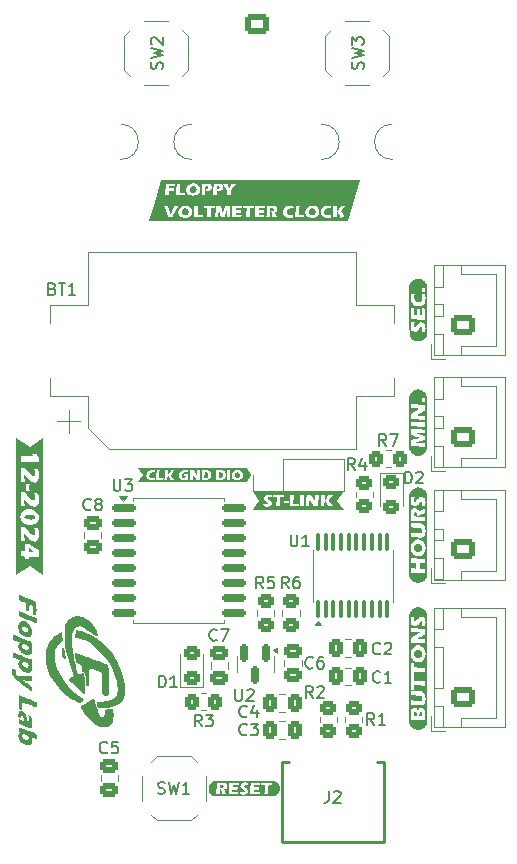
<source format=gbr>
%TF.GenerationSoftware,KiCad,Pcbnew,8.0.5*%
%TF.CreationDate,2025-01-18T16:16:31+01:00*%
%TF.ProjectId,Floppy voltmeter clock,466c6f70-7079-4207-966f-6c746d657465,1.0*%
%TF.SameCoordinates,Original*%
%TF.FileFunction,Legend,Top*%
%TF.FilePolarity,Positive*%
%FSLAX46Y46*%
G04 Gerber Fmt 4.6, Leading zero omitted, Abs format (unit mm)*
G04 Created by KiCad (PCBNEW 8.0.5) date 2025-01-18 16:16:31*
%MOMM*%
%LPD*%
G01*
G04 APERTURE LIST*
G04 Aperture macros list*
%AMRoundRect*
0 Rectangle with rounded corners*
0 $1 Rounding radius*
0 $2 $3 $4 $5 $6 $7 $8 $9 X,Y pos of 4 corners*
0 Add a 4 corners polygon primitive as box body*
4,1,4,$2,$3,$4,$5,$6,$7,$8,$9,$2,$3,0*
0 Add four circle primitives for the rounded corners*
1,1,$1+$1,$2,$3*
1,1,$1+$1,$4,$5*
1,1,$1+$1,$6,$7*
1,1,$1+$1,$8,$9*
0 Add four rect primitives between the rounded corners*
20,1,$1+$1,$2,$3,$4,$5,0*
20,1,$1+$1,$4,$5,$6,$7,0*
20,1,$1+$1,$6,$7,$8,$9,0*
20,1,$1+$1,$8,$9,$2,$3,0*%
G04 Aperture macros list end*
%ADD10C,0.150000*%
%ADD11C,0.120000*%
%ADD12C,0.000000*%
%ADD13C,0.254000*%
%ADD14C,0.100000*%
%ADD15RoundRect,0.250000X0.750000X-0.600000X0.750000X0.600000X-0.750000X0.600000X-0.750000X-0.600000X0*%
%ADD16O,2.000000X1.700000*%
%ADD17RoundRect,0.250000X0.350000X0.450000X-0.350000X0.450000X-0.350000X-0.450000X0.350000X-0.450000X0*%
%ADD18C,0.800000*%
%ADD19C,6.400000*%
%ADD20R,1.500000X1.200000*%
%ADD21R,1.500000X1.500000*%
%ADD22R,0.700000X1.200000*%
%ADD23R,0.800000X1.200000*%
%ADD24R,0.900000X1.200000*%
%ADD25RoundRect,0.250000X0.725000X-0.600000X0.725000X0.600000X-0.725000X0.600000X-0.725000X-0.600000X0*%
%ADD26O,1.950000X1.700000*%
%ADD27RoundRect,0.250000X-0.475000X0.337500X-0.475000X-0.337500X0.475000X-0.337500X0.475000X0.337500X0*%
%ADD28RoundRect,0.250000X-0.337500X-0.475000X0.337500X-0.475000X0.337500X0.475000X-0.337500X0.475000X0*%
%ADD29R,1.100000X1.800000*%
%ADD30RoundRect,0.100000X0.100000X-0.637500X0.100000X0.637500X-0.100000X0.637500X-0.100000X-0.637500X0*%
%ADD31RoundRect,0.150000X-0.150000X0.587500X-0.150000X-0.587500X0.150000X-0.587500X0.150000X0.587500X0*%
%ADD32C,0.500000*%
%ADD33RoundRect,0.250000X0.475000X-0.337500X0.475000X0.337500X-0.475000X0.337500X-0.475000X-0.337500X0*%
%ADD34RoundRect,0.250000X0.337500X0.475000X-0.337500X0.475000X-0.337500X-0.475000X0.337500X-0.475000X0*%
%ADD35RoundRect,0.150000X-0.875000X-0.150000X0.875000X-0.150000X0.875000X0.150000X-0.875000X0.150000X0*%
%ADD36RoundRect,0.250000X-0.450000X0.350000X-0.450000X-0.350000X0.450000X-0.350000X0.450000X0.350000X0*%
%ADD37R,2.600000X3.600000*%
%ADD38R,1.700000X1.700000*%
%ADD39O,1.700000X1.700000*%
%ADD40RoundRect,0.250000X0.450000X-0.350000X0.450000X0.350000X-0.450000X0.350000X-0.450000X-0.350000X0*%
%ADD41RoundRect,0.250000X0.450000X-0.325000X0.450000X0.325000X-0.450000X0.325000X-0.450000X-0.325000X0*%
%ADD42RoundRect,0.250000X-0.350000X-0.450000X0.350000X-0.450000X0.350000X0.450000X-0.350000X0.450000X0*%
%ADD43RoundRect,0.250000X-0.450000X0.325000X-0.450000X-0.325000X0.450000X-0.325000X0.450000X0.325000X0*%
%ADD44R,1.800000X1.100000*%
%ADD45RoundRect,0.250000X-0.725000X0.600000X-0.725000X-0.600000X0.725000X-0.600000X0.725000X0.600000X0*%
G04 APERTURE END LIST*
D10*
X209483333Y-107244819D02*
X209150000Y-106768628D01*
X208911905Y-107244819D02*
X208911905Y-106244819D01*
X208911905Y-106244819D02*
X209292857Y-106244819D01*
X209292857Y-106244819D02*
X209388095Y-106292438D01*
X209388095Y-106292438D02*
X209435714Y-106340057D01*
X209435714Y-106340057D02*
X209483333Y-106435295D01*
X209483333Y-106435295D02*
X209483333Y-106578152D01*
X209483333Y-106578152D02*
X209435714Y-106673390D01*
X209435714Y-106673390D02*
X209388095Y-106721009D01*
X209388095Y-106721009D02*
X209292857Y-106768628D01*
X209292857Y-106768628D02*
X208911905Y-106768628D01*
X209816667Y-106244819D02*
X210483333Y-106244819D01*
X210483333Y-106244819D02*
X210054762Y-107244819D01*
X204617666Y-136470819D02*
X204617666Y-137185104D01*
X204617666Y-137185104D02*
X204570047Y-137327961D01*
X204570047Y-137327961D02*
X204474809Y-137423200D01*
X204474809Y-137423200D02*
X204331952Y-137470819D01*
X204331952Y-137470819D02*
X204236714Y-137470819D01*
X205046238Y-136566057D02*
X205093857Y-136518438D01*
X205093857Y-136518438D02*
X205189095Y-136470819D01*
X205189095Y-136470819D02*
X205427190Y-136470819D01*
X205427190Y-136470819D02*
X205522428Y-136518438D01*
X205522428Y-136518438D02*
X205570047Y-136566057D01*
X205570047Y-136566057D02*
X205617666Y-136661295D01*
X205617666Y-136661295D02*
X205617666Y-136756533D01*
X205617666Y-136756533D02*
X205570047Y-136899390D01*
X205570047Y-136899390D02*
X204998619Y-137470819D01*
X204998619Y-137470819D02*
X205617666Y-137470819D01*
X185861333Y-133184580D02*
X185813714Y-133232200D01*
X185813714Y-133232200D02*
X185670857Y-133279819D01*
X185670857Y-133279819D02*
X185575619Y-133279819D01*
X185575619Y-133279819D02*
X185432762Y-133232200D01*
X185432762Y-133232200D02*
X185337524Y-133136961D01*
X185337524Y-133136961D02*
X185289905Y-133041723D01*
X185289905Y-133041723D02*
X185242286Y-132851247D01*
X185242286Y-132851247D02*
X185242286Y-132708390D01*
X185242286Y-132708390D02*
X185289905Y-132517914D01*
X185289905Y-132517914D02*
X185337524Y-132422676D01*
X185337524Y-132422676D02*
X185432762Y-132327438D01*
X185432762Y-132327438D02*
X185575619Y-132279819D01*
X185575619Y-132279819D02*
X185670857Y-132279819D01*
X185670857Y-132279819D02*
X185813714Y-132327438D01*
X185813714Y-132327438D02*
X185861333Y-132375057D01*
X186766095Y-132279819D02*
X186289905Y-132279819D01*
X186289905Y-132279819D02*
X186242286Y-132756009D01*
X186242286Y-132756009D02*
X186289905Y-132708390D01*
X186289905Y-132708390D02*
X186385143Y-132660771D01*
X186385143Y-132660771D02*
X186623238Y-132660771D01*
X186623238Y-132660771D02*
X186718476Y-132708390D01*
X186718476Y-132708390D02*
X186766095Y-132756009D01*
X186766095Y-132756009D02*
X186813714Y-132851247D01*
X186813714Y-132851247D02*
X186813714Y-133089342D01*
X186813714Y-133089342D02*
X186766095Y-133184580D01*
X186766095Y-133184580D02*
X186718476Y-133232200D01*
X186718476Y-133232200D02*
X186623238Y-133279819D01*
X186623238Y-133279819D02*
X186385143Y-133279819D01*
X186385143Y-133279819D02*
X186289905Y-133232200D01*
X186289905Y-133232200D02*
X186242286Y-133184580D01*
X208975333Y-127215580D02*
X208927714Y-127263200D01*
X208927714Y-127263200D02*
X208784857Y-127310819D01*
X208784857Y-127310819D02*
X208689619Y-127310819D01*
X208689619Y-127310819D02*
X208546762Y-127263200D01*
X208546762Y-127263200D02*
X208451524Y-127167961D01*
X208451524Y-127167961D02*
X208403905Y-127072723D01*
X208403905Y-127072723D02*
X208356286Y-126882247D01*
X208356286Y-126882247D02*
X208356286Y-126739390D01*
X208356286Y-126739390D02*
X208403905Y-126548914D01*
X208403905Y-126548914D02*
X208451524Y-126453676D01*
X208451524Y-126453676D02*
X208546762Y-126358438D01*
X208546762Y-126358438D02*
X208689619Y-126310819D01*
X208689619Y-126310819D02*
X208784857Y-126310819D01*
X208784857Y-126310819D02*
X208927714Y-126358438D01*
X208927714Y-126358438D02*
X208975333Y-126406057D01*
X209927714Y-127310819D02*
X209356286Y-127310819D01*
X209642000Y-127310819D02*
X209642000Y-126310819D01*
X209642000Y-126310819D02*
X209546762Y-126453676D01*
X209546762Y-126453676D02*
X209451524Y-126548914D01*
X209451524Y-126548914D02*
X209356286Y-126596533D01*
X207517200Y-75333332D02*
X207564819Y-75190475D01*
X207564819Y-75190475D02*
X207564819Y-74952380D01*
X207564819Y-74952380D02*
X207517200Y-74857142D01*
X207517200Y-74857142D02*
X207469580Y-74809523D01*
X207469580Y-74809523D02*
X207374342Y-74761904D01*
X207374342Y-74761904D02*
X207279104Y-74761904D01*
X207279104Y-74761904D02*
X207183866Y-74809523D01*
X207183866Y-74809523D02*
X207136247Y-74857142D01*
X207136247Y-74857142D02*
X207088628Y-74952380D01*
X207088628Y-74952380D02*
X207041009Y-75142856D01*
X207041009Y-75142856D02*
X206993390Y-75238094D01*
X206993390Y-75238094D02*
X206945771Y-75285713D01*
X206945771Y-75285713D02*
X206850533Y-75333332D01*
X206850533Y-75333332D02*
X206755295Y-75333332D01*
X206755295Y-75333332D02*
X206660057Y-75285713D01*
X206660057Y-75285713D02*
X206612438Y-75238094D01*
X206612438Y-75238094D02*
X206564819Y-75142856D01*
X206564819Y-75142856D02*
X206564819Y-74904761D01*
X206564819Y-74904761D02*
X206612438Y-74761904D01*
X206564819Y-74428570D02*
X207564819Y-74190475D01*
X207564819Y-74190475D02*
X206850533Y-73999999D01*
X206850533Y-73999999D02*
X207564819Y-73809523D01*
X207564819Y-73809523D02*
X206564819Y-73571428D01*
X206564819Y-73285713D02*
X206564819Y-72666666D01*
X206564819Y-72666666D02*
X206945771Y-72999999D01*
X206945771Y-72999999D02*
X206945771Y-72857142D01*
X206945771Y-72857142D02*
X206993390Y-72761904D01*
X206993390Y-72761904D02*
X207041009Y-72714285D01*
X207041009Y-72714285D02*
X207136247Y-72666666D01*
X207136247Y-72666666D02*
X207374342Y-72666666D01*
X207374342Y-72666666D02*
X207469580Y-72714285D01*
X207469580Y-72714285D02*
X207517200Y-72761904D01*
X207517200Y-72761904D02*
X207564819Y-72857142D01*
X207564819Y-72857142D02*
X207564819Y-73142856D01*
X207564819Y-73142856D02*
X207517200Y-73238094D01*
X207517200Y-73238094D02*
X207469580Y-73285713D01*
X201395095Y-114753819D02*
X201395095Y-115563342D01*
X201395095Y-115563342D02*
X201442714Y-115658580D01*
X201442714Y-115658580D02*
X201490333Y-115706200D01*
X201490333Y-115706200D02*
X201585571Y-115753819D01*
X201585571Y-115753819D02*
X201776047Y-115753819D01*
X201776047Y-115753819D02*
X201871285Y-115706200D01*
X201871285Y-115706200D02*
X201918904Y-115658580D01*
X201918904Y-115658580D02*
X201966523Y-115563342D01*
X201966523Y-115563342D02*
X201966523Y-114753819D01*
X202966523Y-115753819D02*
X202395095Y-115753819D01*
X202680809Y-115753819D02*
X202680809Y-114753819D01*
X202680809Y-114753819D02*
X202585571Y-114896676D01*
X202585571Y-114896676D02*
X202490333Y-114991914D01*
X202490333Y-114991914D02*
X202395095Y-115039533D01*
X196696095Y-127834819D02*
X196696095Y-128644342D01*
X196696095Y-128644342D02*
X196743714Y-128739580D01*
X196743714Y-128739580D02*
X196791333Y-128787200D01*
X196791333Y-128787200D02*
X196886571Y-128834819D01*
X196886571Y-128834819D02*
X197077047Y-128834819D01*
X197077047Y-128834819D02*
X197172285Y-128787200D01*
X197172285Y-128787200D02*
X197219904Y-128739580D01*
X197219904Y-128739580D02*
X197267523Y-128644342D01*
X197267523Y-128644342D02*
X197267523Y-127834819D01*
X197696095Y-127930057D02*
X197743714Y-127882438D01*
X197743714Y-127882438D02*
X197838952Y-127834819D01*
X197838952Y-127834819D02*
X198077047Y-127834819D01*
X198077047Y-127834819D02*
X198172285Y-127882438D01*
X198172285Y-127882438D02*
X198219904Y-127930057D01*
X198219904Y-127930057D02*
X198267523Y-128025295D01*
X198267523Y-128025295D02*
X198267523Y-128120533D01*
X198267523Y-128120533D02*
X198219904Y-128263390D01*
X198219904Y-128263390D02*
X197648476Y-128834819D01*
X197648476Y-128834819D02*
X198267523Y-128834819D01*
X203260333Y-126003580D02*
X203212714Y-126051200D01*
X203212714Y-126051200D02*
X203069857Y-126098819D01*
X203069857Y-126098819D02*
X202974619Y-126098819D01*
X202974619Y-126098819D02*
X202831762Y-126051200D01*
X202831762Y-126051200D02*
X202736524Y-125955961D01*
X202736524Y-125955961D02*
X202688905Y-125860723D01*
X202688905Y-125860723D02*
X202641286Y-125670247D01*
X202641286Y-125670247D02*
X202641286Y-125527390D01*
X202641286Y-125527390D02*
X202688905Y-125336914D01*
X202688905Y-125336914D02*
X202736524Y-125241676D01*
X202736524Y-125241676D02*
X202831762Y-125146438D01*
X202831762Y-125146438D02*
X202974619Y-125098819D01*
X202974619Y-125098819D02*
X203069857Y-125098819D01*
X203069857Y-125098819D02*
X203212714Y-125146438D01*
X203212714Y-125146438D02*
X203260333Y-125194057D01*
X204117476Y-125098819D02*
X203927000Y-125098819D01*
X203927000Y-125098819D02*
X203831762Y-125146438D01*
X203831762Y-125146438D02*
X203784143Y-125194057D01*
X203784143Y-125194057D02*
X203688905Y-125336914D01*
X203688905Y-125336914D02*
X203641286Y-125527390D01*
X203641286Y-125527390D02*
X203641286Y-125908342D01*
X203641286Y-125908342D02*
X203688905Y-126003580D01*
X203688905Y-126003580D02*
X203736524Y-126051200D01*
X203736524Y-126051200D02*
X203831762Y-126098819D01*
X203831762Y-126098819D02*
X204022238Y-126098819D01*
X204022238Y-126098819D02*
X204117476Y-126051200D01*
X204117476Y-126051200D02*
X204165095Y-126003580D01*
X204165095Y-126003580D02*
X204212714Y-125908342D01*
X204212714Y-125908342D02*
X204212714Y-125670247D01*
X204212714Y-125670247D02*
X204165095Y-125575009D01*
X204165095Y-125575009D02*
X204117476Y-125527390D01*
X204117476Y-125527390D02*
X204022238Y-125479771D01*
X204022238Y-125479771D02*
X203831762Y-125479771D01*
X203831762Y-125479771D02*
X203736524Y-125527390D01*
X203736524Y-125527390D02*
X203688905Y-125575009D01*
X203688905Y-125575009D02*
X203641286Y-125670247D01*
X197672333Y-131660580D02*
X197624714Y-131708200D01*
X197624714Y-131708200D02*
X197481857Y-131755819D01*
X197481857Y-131755819D02*
X197386619Y-131755819D01*
X197386619Y-131755819D02*
X197243762Y-131708200D01*
X197243762Y-131708200D02*
X197148524Y-131612961D01*
X197148524Y-131612961D02*
X197100905Y-131517723D01*
X197100905Y-131517723D02*
X197053286Y-131327247D01*
X197053286Y-131327247D02*
X197053286Y-131184390D01*
X197053286Y-131184390D02*
X197100905Y-130993914D01*
X197100905Y-130993914D02*
X197148524Y-130898676D01*
X197148524Y-130898676D02*
X197243762Y-130803438D01*
X197243762Y-130803438D02*
X197386619Y-130755819D01*
X197386619Y-130755819D02*
X197481857Y-130755819D01*
X197481857Y-130755819D02*
X197624714Y-130803438D01*
X197624714Y-130803438D02*
X197672333Y-130851057D01*
X198005667Y-130755819D02*
X198624714Y-130755819D01*
X198624714Y-130755819D02*
X198291381Y-131136771D01*
X198291381Y-131136771D02*
X198434238Y-131136771D01*
X198434238Y-131136771D02*
X198529476Y-131184390D01*
X198529476Y-131184390D02*
X198577095Y-131232009D01*
X198577095Y-131232009D02*
X198624714Y-131327247D01*
X198624714Y-131327247D02*
X198624714Y-131565342D01*
X198624714Y-131565342D02*
X198577095Y-131660580D01*
X198577095Y-131660580D02*
X198529476Y-131708200D01*
X198529476Y-131708200D02*
X198434238Y-131755819D01*
X198434238Y-131755819D02*
X198148524Y-131755819D01*
X198148524Y-131755819D02*
X198053286Y-131708200D01*
X198053286Y-131708200D02*
X198005667Y-131660580D01*
X186409095Y-110054819D02*
X186409095Y-110864342D01*
X186409095Y-110864342D02*
X186456714Y-110959580D01*
X186456714Y-110959580D02*
X186504333Y-111007200D01*
X186504333Y-111007200D02*
X186599571Y-111054819D01*
X186599571Y-111054819D02*
X186790047Y-111054819D01*
X186790047Y-111054819D02*
X186885285Y-111007200D01*
X186885285Y-111007200D02*
X186932904Y-110959580D01*
X186932904Y-110959580D02*
X186980523Y-110864342D01*
X186980523Y-110864342D02*
X186980523Y-110054819D01*
X187361476Y-110054819D02*
X187980523Y-110054819D01*
X187980523Y-110054819D02*
X187647190Y-110435771D01*
X187647190Y-110435771D02*
X187790047Y-110435771D01*
X187790047Y-110435771D02*
X187885285Y-110483390D01*
X187885285Y-110483390D02*
X187932904Y-110531009D01*
X187932904Y-110531009D02*
X187980523Y-110626247D01*
X187980523Y-110626247D02*
X187980523Y-110864342D01*
X187980523Y-110864342D02*
X187932904Y-110959580D01*
X187932904Y-110959580D02*
X187885285Y-111007200D01*
X187885285Y-111007200D02*
X187790047Y-111054819D01*
X187790047Y-111054819D02*
X187504333Y-111054819D01*
X187504333Y-111054819D02*
X187409095Y-111007200D01*
X187409095Y-111007200D02*
X187361476Y-110959580D01*
X199069333Y-119309819D02*
X198736000Y-118833628D01*
X198497905Y-119309819D02*
X198497905Y-118309819D01*
X198497905Y-118309819D02*
X198878857Y-118309819D01*
X198878857Y-118309819D02*
X198974095Y-118357438D01*
X198974095Y-118357438D02*
X199021714Y-118405057D01*
X199021714Y-118405057D02*
X199069333Y-118500295D01*
X199069333Y-118500295D02*
X199069333Y-118643152D01*
X199069333Y-118643152D02*
X199021714Y-118738390D01*
X199021714Y-118738390D02*
X198974095Y-118786009D01*
X198974095Y-118786009D02*
X198878857Y-118833628D01*
X198878857Y-118833628D02*
X198497905Y-118833628D01*
X199974095Y-118309819D02*
X199497905Y-118309819D01*
X199497905Y-118309819D02*
X199450286Y-118786009D01*
X199450286Y-118786009D02*
X199497905Y-118738390D01*
X199497905Y-118738390D02*
X199593143Y-118690771D01*
X199593143Y-118690771D02*
X199831238Y-118690771D01*
X199831238Y-118690771D02*
X199926476Y-118738390D01*
X199926476Y-118738390D02*
X199974095Y-118786009D01*
X199974095Y-118786009D02*
X200021714Y-118881247D01*
X200021714Y-118881247D02*
X200021714Y-119119342D01*
X200021714Y-119119342D02*
X199974095Y-119214580D01*
X199974095Y-119214580D02*
X199926476Y-119262200D01*
X199926476Y-119262200D02*
X199831238Y-119309819D01*
X199831238Y-119309819D02*
X199593143Y-119309819D01*
X199593143Y-119309819D02*
X199497905Y-119262200D01*
X199497905Y-119262200D02*
X199450286Y-119214580D01*
X184464333Y-112610580D02*
X184416714Y-112658200D01*
X184416714Y-112658200D02*
X184273857Y-112705819D01*
X184273857Y-112705819D02*
X184178619Y-112705819D01*
X184178619Y-112705819D02*
X184035762Y-112658200D01*
X184035762Y-112658200D02*
X183940524Y-112562961D01*
X183940524Y-112562961D02*
X183892905Y-112467723D01*
X183892905Y-112467723D02*
X183845286Y-112277247D01*
X183845286Y-112277247D02*
X183845286Y-112134390D01*
X183845286Y-112134390D02*
X183892905Y-111943914D01*
X183892905Y-111943914D02*
X183940524Y-111848676D01*
X183940524Y-111848676D02*
X184035762Y-111753438D01*
X184035762Y-111753438D02*
X184178619Y-111705819D01*
X184178619Y-111705819D02*
X184273857Y-111705819D01*
X184273857Y-111705819D02*
X184416714Y-111753438D01*
X184416714Y-111753438D02*
X184464333Y-111801057D01*
X185035762Y-112134390D02*
X184940524Y-112086771D01*
X184940524Y-112086771D02*
X184892905Y-112039152D01*
X184892905Y-112039152D02*
X184845286Y-111943914D01*
X184845286Y-111943914D02*
X184845286Y-111896295D01*
X184845286Y-111896295D02*
X184892905Y-111801057D01*
X184892905Y-111801057D02*
X184940524Y-111753438D01*
X184940524Y-111753438D02*
X185035762Y-111705819D01*
X185035762Y-111705819D02*
X185226238Y-111705819D01*
X185226238Y-111705819D02*
X185321476Y-111753438D01*
X185321476Y-111753438D02*
X185369095Y-111801057D01*
X185369095Y-111801057D02*
X185416714Y-111896295D01*
X185416714Y-111896295D02*
X185416714Y-111943914D01*
X185416714Y-111943914D02*
X185369095Y-112039152D01*
X185369095Y-112039152D02*
X185321476Y-112086771D01*
X185321476Y-112086771D02*
X185226238Y-112134390D01*
X185226238Y-112134390D02*
X185035762Y-112134390D01*
X185035762Y-112134390D02*
X184940524Y-112182009D01*
X184940524Y-112182009D02*
X184892905Y-112229628D01*
X184892905Y-112229628D02*
X184845286Y-112324866D01*
X184845286Y-112324866D02*
X184845286Y-112515342D01*
X184845286Y-112515342D02*
X184892905Y-112610580D01*
X184892905Y-112610580D02*
X184940524Y-112658200D01*
X184940524Y-112658200D02*
X185035762Y-112705819D01*
X185035762Y-112705819D02*
X185226238Y-112705819D01*
X185226238Y-112705819D02*
X185321476Y-112658200D01*
X185321476Y-112658200D02*
X185369095Y-112610580D01*
X185369095Y-112610580D02*
X185416714Y-112515342D01*
X185416714Y-112515342D02*
X185416714Y-112324866D01*
X185416714Y-112324866D02*
X185369095Y-112229628D01*
X185369095Y-112229628D02*
X185321476Y-112182009D01*
X185321476Y-112182009D02*
X185226238Y-112134390D01*
X195132333Y-123659580D02*
X195084714Y-123707200D01*
X195084714Y-123707200D02*
X194941857Y-123754819D01*
X194941857Y-123754819D02*
X194846619Y-123754819D01*
X194846619Y-123754819D02*
X194703762Y-123707200D01*
X194703762Y-123707200D02*
X194608524Y-123611961D01*
X194608524Y-123611961D02*
X194560905Y-123516723D01*
X194560905Y-123516723D02*
X194513286Y-123326247D01*
X194513286Y-123326247D02*
X194513286Y-123183390D01*
X194513286Y-123183390D02*
X194560905Y-122992914D01*
X194560905Y-122992914D02*
X194608524Y-122897676D01*
X194608524Y-122897676D02*
X194703762Y-122802438D01*
X194703762Y-122802438D02*
X194846619Y-122754819D01*
X194846619Y-122754819D02*
X194941857Y-122754819D01*
X194941857Y-122754819D02*
X195084714Y-122802438D01*
X195084714Y-122802438D02*
X195132333Y-122850057D01*
X195465667Y-122754819D02*
X196132333Y-122754819D01*
X196132333Y-122754819D02*
X195703762Y-123754819D01*
X181214285Y-93931009D02*
X181357142Y-93978628D01*
X181357142Y-93978628D02*
X181404761Y-94026247D01*
X181404761Y-94026247D02*
X181452380Y-94121485D01*
X181452380Y-94121485D02*
X181452380Y-94264342D01*
X181452380Y-94264342D02*
X181404761Y-94359580D01*
X181404761Y-94359580D02*
X181357142Y-94407200D01*
X181357142Y-94407200D02*
X181261904Y-94454819D01*
X181261904Y-94454819D02*
X180880952Y-94454819D01*
X180880952Y-94454819D02*
X180880952Y-93454819D01*
X180880952Y-93454819D02*
X181214285Y-93454819D01*
X181214285Y-93454819D02*
X181309523Y-93502438D01*
X181309523Y-93502438D02*
X181357142Y-93550057D01*
X181357142Y-93550057D02*
X181404761Y-93645295D01*
X181404761Y-93645295D02*
X181404761Y-93740533D01*
X181404761Y-93740533D02*
X181357142Y-93835771D01*
X181357142Y-93835771D02*
X181309523Y-93883390D01*
X181309523Y-93883390D02*
X181214285Y-93931009D01*
X181214285Y-93931009D02*
X180880952Y-93931009D01*
X181738095Y-93454819D02*
X182309523Y-93454819D01*
X182023809Y-94454819D02*
X182023809Y-93454819D01*
X183166666Y-94454819D02*
X182595238Y-94454819D01*
X182880952Y-94454819D02*
X182880952Y-93454819D01*
X182880952Y-93454819D02*
X182785714Y-93597676D01*
X182785714Y-93597676D02*
X182690476Y-93692914D01*
X182690476Y-93692914D02*
X182595238Y-93740533D01*
X203260333Y-128580819D02*
X202927000Y-128104628D01*
X202688905Y-128580819D02*
X202688905Y-127580819D01*
X202688905Y-127580819D02*
X203069857Y-127580819D01*
X203069857Y-127580819D02*
X203165095Y-127628438D01*
X203165095Y-127628438D02*
X203212714Y-127676057D01*
X203212714Y-127676057D02*
X203260333Y-127771295D01*
X203260333Y-127771295D02*
X203260333Y-127914152D01*
X203260333Y-127914152D02*
X203212714Y-128009390D01*
X203212714Y-128009390D02*
X203165095Y-128057009D01*
X203165095Y-128057009D02*
X203069857Y-128104628D01*
X203069857Y-128104628D02*
X202688905Y-128104628D01*
X203641286Y-127676057D02*
X203688905Y-127628438D01*
X203688905Y-127628438D02*
X203784143Y-127580819D01*
X203784143Y-127580819D02*
X204022238Y-127580819D01*
X204022238Y-127580819D02*
X204117476Y-127628438D01*
X204117476Y-127628438D02*
X204165095Y-127676057D01*
X204165095Y-127676057D02*
X204212714Y-127771295D01*
X204212714Y-127771295D02*
X204212714Y-127866533D01*
X204212714Y-127866533D02*
X204165095Y-128009390D01*
X204165095Y-128009390D02*
X203593667Y-128580819D01*
X203593667Y-128580819D02*
X204212714Y-128580819D01*
X208975333Y-124802580D02*
X208927714Y-124850200D01*
X208927714Y-124850200D02*
X208784857Y-124897819D01*
X208784857Y-124897819D02*
X208689619Y-124897819D01*
X208689619Y-124897819D02*
X208546762Y-124850200D01*
X208546762Y-124850200D02*
X208451524Y-124754961D01*
X208451524Y-124754961D02*
X208403905Y-124659723D01*
X208403905Y-124659723D02*
X208356286Y-124469247D01*
X208356286Y-124469247D02*
X208356286Y-124326390D01*
X208356286Y-124326390D02*
X208403905Y-124135914D01*
X208403905Y-124135914D02*
X208451524Y-124040676D01*
X208451524Y-124040676D02*
X208546762Y-123945438D01*
X208546762Y-123945438D02*
X208689619Y-123897819D01*
X208689619Y-123897819D02*
X208784857Y-123897819D01*
X208784857Y-123897819D02*
X208927714Y-123945438D01*
X208927714Y-123945438D02*
X208975333Y-123993057D01*
X209356286Y-123993057D02*
X209403905Y-123945438D01*
X209403905Y-123945438D02*
X209499143Y-123897819D01*
X209499143Y-123897819D02*
X209737238Y-123897819D01*
X209737238Y-123897819D02*
X209832476Y-123945438D01*
X209832476Y-123945438D02*
X209880095Y-123993057D01*
X209880095Y-123993057D02*
X209927714Y-124088295D01*
X209927714Y-124088295D02*
X209927714Y-124183533D01*
X209927714Y-124183533D02*
X209880095Y-124326390D01*
X209880095Y-124326390D02*
X209308667Y-124897819D01*
X209308667Y-124897819D02*
X209927714Y-124897819D01*
X190242905Y-127691819D02*
X190242905Y-126691819D01*
X190242905Y-126691819D02*
X190481000Y-126691819D01*
X190481000Y-126691819D02*
X190623857Y-126739438D01*
X190623857Y-126739438D02*
X190719095Y-126834676D01*
X190719095Y-126834676D02*
X190766714Y-126929914D01*
X190766714Y-126929914D02*
X190814333Y-127120390D01*
X190814333Y-127120390D02*
X190814333Y-127263247D01*
X190814333Y-127263247D02*
X190766714Y-127453723D01*
X190766714Y-127453723D02*
X190719095Y-127548961D01*
X190719095Y-127548961D02*
X190623857Y-127644200D01*
X190623857Y-127644200D02*
X190481000Y-127691819D01*
X190481000Y-127691819D02*
X190242905Y-127691819D01*
X191766714Y-127691819D02*
X191195286Y-127691819D01*
X191481000Y-127691819D02*
X191481000Y-126691819D01*
X191481000Y-126691819D02*
X191385762Y-126834676D01*
X191385762Y-126834676D02*
X191290524Y-126929914D01*
X191290524Y-126929914D02*
X191195286Y-126977533D01*
X193862333Y-130993819D02*
X193529000Y-130517628D01*
X193290905Y-130993819D02*
X193290905Y-129993819D01*
X193290905Y-129993819D02*
X193671857Y-129993819D01*
X193671857Y-129993819D02*
X193767095Y-130041438D01*
X193767095Y-130041438D02*
X193814714Y-130089057D01*
X193814714Y-130089057D02*
X193862333Y-130184295D01*
X193862333Y-130184295D02*
X193862333Y-130327152D01*
X193862333Y-130327152D02*
X193814714Y-130422390D01*
X193814714Y-130422390D02*
X193767095Y-130470009D01*
X193767095Y-130470009D02*
X193671857Y-130517628D01*
X193671857Y-130517628D02*
X193290905Y-130517628D01*
X194195667Y-129993819D02*
X194814714Y-129993819D01*
X194814714Y-129993819D02*
X194481381Y-130374771D01*
X194481381Y-130374771D02*
X194624238Y-130374771D01*
X194624238Y-130374771D02*
X194719476Y-130422390D01*
X194719476Y-130422390D02*
X194767095Y-130470009D01*
X194767095Y-130470009D02*
X194814714Y-130565247D01*
X194814714Y-130565247D02*
X194814714Y-130803342D01*
X194814714Y-130803342D02*
X194767095Y-130898580D01*
X194767095Y-130898580D02*
X194719476Y-130946200D01*
X194719476Y-130946200D02*
X194624238Y-130993819D01*
X194624238Y-130993819D02*
X194338524Y-130993819D01*
X194338524Y-130993819D02*
X194243286Y-130946200D01*
X194243286Y-130946200D02*
X194195667Y-130898580D01*
X201228333Y-119309819D02*
X200895000Y-118833628D01*
X200656905Y-119309819D02*
X200656905Y-118309819D01*
X200656905Y-118309819D02*
X201037857Y-118309819D01*
X201037857Y-118309819D02*
X201133095Y-118357438D01*
X201133095Y-118357438D02*
X201180714Y-118405057D01*
X201180714Y-118405057D02*
X201228333Y-118500295D01*
X201228333Y-118500295D02*
X201228333Y-118643152D01*
X201228333Y-118643152D02*
X201180714Y-118738390D01*
X201180714Y-118738390D02*
X201133095Y-118786009D01*
X201133095Y-118786009D02*
X201037857Y-118833628D01*
X201037857Y-118833628D02*
X200656905Y-118833628D01*
X202085476Y-118309819D02*
X201895000Y-118309819D01*
X201895000Y-118309819D02*
X201799762Y-118357438D01*
X201799762Y-118357438D02*
X201752143Y-118405057D01*
X201752143Y-118405057D02*
X201656905Y-118547914D01*
X201656905Y-118547914D02*
X201609286Y-118738390D01*
X201609286Y-118738390D02*
X201609286Y-119119342D01*
X201609286Y-119119342D02*
X201656905Y-119214580D01*
X201656905Y-119214580D02*
X201704524Y-119262200D01*
X201704524Y-119262200D02*
X201799762Y-119309819D01*
X201799762Y-119309819D02*
X201990238Y-119309819D01*
X201990238Y-119309819D02*
X202085476Y-119262200D01*
X202085476Y-119262200D02*
X202133095Y-119214580D01*
X202133095Y-119214580D02*
X202180714Y-119119342D01*
X202180714Y-119119342D02*
X202180714Y-118881247D01*
X202180714Y-118881247D02*
X202133095Y-118786009D01*
X202133095Y-118786009D02*
X202085476Y-118738390D01*
X202085476Y-118738390D02*
X201990238Y-118690771D01*
X201990238Y-118690771D02*
X201799762Y-118690771D01*
X201799762Y-118690771D02*
X201704524Y-118738390D01*
X201704524Y-118738390D02*
X201656905Y-118786009D01*
X201656905Y-118786009D02*
X201609286Y-118881247D01*
X208467333Y-130866819D02*
X208134000Y-130390628D01*
X207895905Y-130866819D02*
X207895905Y-129866819D01*
X207895905Y-129866819D02*
X208276857Y-129866819D01*
X208276857Y-129866819D02*
X208372095Y-129914438D01*
X208372095Y-129914438D02*
X208419714Y-129962057D01*
X208419714Y-129962057D02*
X208467333Y-130057295D01*
X208467333Y-130057295D02*
X208467333Y-130200152D01*
X208467333Y-130200152D02*
X208419714Y-130295390D01*
X208419714Y-130295390D02*
X208372095Y-130343009D01*
X208372095Y-130343009D02*
X208276857Y-130390628D01*
X208276857Y-130390628D02*
X207895905Y-130390628D01*
X209419714Y-130866819D02*
X208848286Y-130866819D01*
X209134000Y-130866819D02*
X209134000Y-129866819D01*
X209134000Y-129866819D02*
X209038762Y-130009676D01*
X209038762Y-130009676D02*
X208943524Y-130104914D01*
X208943524Y-130104914D02*
X208848286Y-130152533D01*
X206816333Y-109276819D02*
X206483000Y-108800628D01*
X206244905Y-109276819D02*
X206244905Y-108276819D01*
X206244905Y-108276819D02*
X206625857Y-108276819D01*
X206625857Y-108276819D02*
X206721095Y-108324438D01*
X206721095Y-108324438D02*
X206768714Y-108372057D01*
X206768714Y-108372057D02*
X206816333Y-108467295D01*
X206816333Y-108467295D02*
X206816333Y-108610152D01*
X206816333Y-108610152D02*
X206768714Y-108705390D01*
X206768714Y-108705390D02*
X206721095Y-108753009D01*
X206721095Y-108753009D02*
X206625857Y-108800628D01*
X206625857Y-108800628D02*
X206244905Y-108800628D01*
X207673476Y-108610152D02*
X207673476Y-109276819D01*
X207435381Y-108229200D02*
X207197286Y-108943485D01*
X207197286Y-108943485D02*
X207816333Y-108943485D01*
X211070905Y-110419819D02*
X211070905Y-109419819D01*
X211070905Y-109419819D02*
X211309000Y-109419819D01*
X211309000Y-109419819D02*
X211451857Y-109467438D01*
X211451857Y-109467438D02*
X211547095Y-109562676D01*
X211547095Y-109562676D02*
X211594714Y-109657914D01*
X211594714Y-109657914D02*
X211642333Y-109848390D01*
X211642333Y-109848390D02*
X211642333Y-109991247D01*
X211642333Y-109991247D02*
X211594714Y-110181723D01*
X211594714Y-110181723D02*
X211547095Y-110276961D01*
X211547095Y-110276961D02*
X211451857Y-110372200D01*
X211451857Y-110372200D02*
X211309000Y-110419819D01*
X211309000Y-110419819D02*
X211070905Y-110419819D01*
X212023286Y-109515057D02*
X212070905Y-109467438D01*
X212070905Y-109467438D02*
X212166143Y-109419819D01*
X212166143Y-109419819D02*
X212404238Y-109419819D01*
X212404238Y-109419819D02*
X212499476Y-109467438D01*
X212499476Y-109467438D02*
X212547095Y-109515057D01*
X212547095Y-109515057D02*
X212594714Y-109610295D01*
X212594714Y-109610295D02*
X212594714Y-109705533D01*
X212594714Y-109705533D02*
X212547095Y-109848390D01*
X212547095Y-109848390D02*
X211975667Y-110419819D01*
X211975667Y-110419819D02*
X212594714Y-110419819D01*
X197672333Y-130136580D02*
X197624714Y-130184200D01*
X197624714Y-130184200D02*
X197481857Y-130231819D01*
X197481857Y-130231819D02*
X197386619Y-130231819D01*
X197386619Y-130231819D02*
X197243762Y-130184200D01*
X197243762Y-130184200D02*
X197148524Y-130088961D01*
X197148524Y-130088961D02*
X197100905Y-129993723D01*
X197100905Y-129993723D02*
X197053286Y-129803247D01*
X197053286Y-129803247D02*
X197053286Y-129660390D01*
X197053286Y-129660390D02*
X197100905Y-129469914D01*
X197100905Y-129469914D02*
X197148524Y-129374676D01*
X197148524Y-129374676D02*
X197243762Y-129279438D01*
X197243762Y-129279438D02*
X197386619Y-129231819D01*
X197386619Y-129231819D02*
X197481857Y-129231819D01*
X197481857Y-129231819D02*
X197624714Y-129279438D01*
X197624714Y-129279438D02*
X197672333Y-129327057D01*
X198529476Y-129565152D02*
X198529476Y-130231819D01*
X198291381Y-129184200D02*
X198053286Y-129898485D01*
X198053286Y-129898485D02*
X198672333Y-129898485D01*
X190499200Y-75333332D02*
X190546819Y-75190475D01*
X190546819Y-75190475D02*
X190546819Y-74952380D01*
X190546819Y-74952380D02*
X190499200Y-74857142D01*
X190499200Y-74857142D02*
X190451580Y-74809523D01*
X190451580Y-74809523D02*
X190356342Y-74761904D01*
X190356342Y-74761904D02*
X190261104Y-74761904D01*
X190261104Y-74761904D02*
X190165866Y-74809523D01*
X190165866Y-74809523D02*
X190118247Y-74857142D01*
X190118247Y-74857142D02*
X190070628Y-74952380D01*
X190070628Y-74952380D02*
X190023009Y-75142856D01*
X190023009Y-75142856D02*
X189975390Y-75238094D01*
X189975390Y-75238094D02*
X189927771Y-75285713D01*
X189927771Y-75285713D02*
X189832533Y-75333332D01*
X189832533Y-75333332D02*
X189737295Y-75333332D01*
X189737295Y-75333332D02*
X189642057Y-75285713D01*
X189642057Y-75285713D02*
X189594438Y-75238094D01*
X189594438Y-75238094D02*
X189546819Y-75142856D01*
X189546819Y-75142856D02*
X189546819Y-74904761D01*
X189546819Y-74904761D02*
X189594438Y-74761904D01*
X189546819Y-74428570D02*
X190546819Y-74190475D01*
X190546819Y-74190475D02*
X189832533Y-73999999D01*
X189832533Y-73999999D02*
X190546819Y-73809523D01*
X190546819Y-73809523D02*
X189546819Y-73571428D01*
X189642057Y-73238094D02*
X189594438Y-73190475D01*
X189594438Y-73190475D02*
X189546819Y-73095237D01*
X189546819Y-73095237D02*
X189546819Y-72857142D01*
X189546819Y-72857142D02*
X189594438Y-72761904D01*
X189594438Y-72761904D02*
X189642057Y-72714285D01*
X189642057Y-72714285D02*
X189737295Y-72666666D01*
X189737295Y-72666666D02*
X189832533Y-72666666D01*
X189832533Y-72666666D02*
X189975390Y-72714285D01*
X189975390Y-72714285D02*
X190546819Y-73285713D01*
X190546819Y-73285713D02*
X190546819Y-72666666D01*
X190160667Y-136661200D02*
X190303524Y-136708819D01*
X190303524Y-136708819D02*
X190541619Y-136708819D01*
X190541619Y-136708819D02*
X190636857Y-136661200D01*
X190636857Y-136661200D02*
X190684476Y-136613580D01*
X190684476Y-136613580D02*
X190732095Y-136518342D01*
X190732095Y-136518342D02*
X190732095Y-136423104D01*
X190732095Y-136423104D02*
X190684476Y-136327866D01*
X190684476Y-136327866D02*
X190636857Y-136280247D01*
X190636857Y-136280247D02*
X190541619Y-136232628D01*
X190541619Y-136232628D02*
X190351143Y-136185009D01*
X190351143Y-136185009D02*
X190255905Y-136137390D01*
X190255905Y-136137390D02*
X190208286Y-136089771D01*
X190208286Y-136089771D02*
X190160667Y-135994533D01*
X190160667Y-135994533D02*
X190160667Y-135899295D01*
X190160667Y-135899295D02*
X190208286Y-135804057D01*
X190208286Y-135804057D02*
X190255905Y-135756438D01*
X190255905Y-135756438D02*
X190351143Y-135708819D01*
X190351143Y-135708819D02*
X190589238Y-135708819D01*
X190589238Y-135708819D02*
X190732095Y-135756438D01*
X191065429Y-135708819D02*
X191303524Y-136708819D01*
X191303524Y-136708819D02*
X191494000Y-135994533D01*
X191494000Y-135994533D02*
X191684476Y-136708819D01*
X191684476Y-136708819D02*
X191922572Y-135708819D01*
X192827333Y-136708819D02*
X192255905Y-136708819D01*
X192541619Y-136708819D02*
X192541619Y-135708819D01*
X192541619Y-135708819D02*
X192446381Y-135851676D01*
X192446381Y-135851676D02*
X192351143Y-135946914D01*
X192351143Y-135946914D02*
X192255905Y-135994533D01*
D11*
%TO.C,J5*%
X213250000Y-108100000D02*
X213250000Y-109350000D01*
X213250000Y-109350000D02*
X214500000Y-109350000D01*
X213540000Y-101440000D02*
X213540000Y-109060000D01*
X213540000Y-109060000D02*
X219510000Y-109060000D01*
X213550000Y-101450000D02*
X213550000Y-103250000D01*
X213550000Y-103250000D02*
X214300000Y-103250000D01*
X213550000Y-104750000D02*
X213550000Y-105750000D01*
X213550000Y-105750000D02*
X214300000Y-105750000D01*
X213550000Y-107250000D02*
X213550000Y-109050000D01*
X213550000Y-109050000D02*
X214300000Y-109050000D01*
X214300000Y-101450000D02*
X213550000Y-101450000D01*
X214300000Y-103250000D02*
X214300000Y-101450000D01*
X214300000Y-104750000D02*
X213550000Y-104750000D01*
X214300000Y-105750000D02*
X214300000Y-104750000D01*
X214300000Y-107250000D02*
X213550000Y-107250000D01*
X214300000Y-109050000D02*
X214300000Y-107250000D01*
X215800000Y-101450000D02*
X215800000Y-102200000D01*
X215800000Y-102200000D02*
X218750000Y-102200000D01*
X215800000Y-108300000D02*
X218750000Y-108300000D01*
X215800000Y-109050000D02*
X215800000Y-108300000D01*
X218750000Y-102200000D02*
X218750000Y-105250000D01*
X218750000Y-108300000D02*
X218750000Y-105250000D01*
X219510000Y-101440000D02*
X213540000Y-101440000D01*
X219510000Y-109060000D02*
X219510000Y-101440000D01*
%TO.C,R7*%
X209877064Y-107579000D02*
X209422936Y-107579000D01*
X209877064Y-109049000D02*
X209422936Y-109049000D01*
D12*
%TO.C,kibuzzard-675B2EC4*%
G36*
X179457989Y-116069209D02*
G01*
X179553593Y-116136242D01*
X179632165Y-116188989D01*
X179733813Y-116254923D01*
X179238209Y-116231846D01*
X179238209Y-115909868D01*
X179457989Y-116069209D01*
G37*
G36*
X179321725Y-113058769D02*
G01*
X179438209Y-113073604D01*
X179533538Y-113095582D01*
X179617330Y-113126352D01*
X179719527Y-113204374D01*
X179750297Y-113296681D01*
X179727495Y-113375527D01*
X179659088Y-113436242D01*
X179543978Y-113474978D01*
X179381066Y-113487890D01*
X179203593Y-113475802D01*
X179036011Y-113437341D01*
X178912934Y-113376352D01*
X178855791Y-113310418D01*
X178841505Y-113246132D01*
X178883264Y-113142286D01*
X179001396Y-113075802D01*
X179087797Y-113059319D01*
X179194253Y-113053824D01*
X179321725Y-113058769D01*
G37*
G36*
X180450663Y-107335143D02*
G01*
X180450663Y-107897780D01*
X180450663Y-116858220D01*
X180450663Y-117420857D01*
X180450663Y-118189966D01*
X179297000Y-117420857D01*
X178143337Y-118189966D01*
X178143337Y-117420857D01*
X178143337Y-116858220D01*
X178143337Y-116140637D01*
X178547000Y-116140637D01*
X178548648Y-116265912D01*
X178549198Y-116380198D01*
X178548648Y-116494758D01*
X178547000Y-116605473D01*
X178712079Y-116606449D01*
X178839552Y-116609380D01*
X178929418Y-116614264D01*
X178930516Y-116659319D01*
X178929418Y-116772231D01*
X178926121Y-116853824D01*
X178977769Y-116853824D01*
X179120352Y-116854923D01*
X179255791Y-116858220D01*
X179253044Y-116815363D01*
X179252495Y-116750527D01*
X179254692Y-116626352D01*
X179396038Y-116629786D01*
X179591505Y-116637890D01*
X179741017Y-116645766D01*
X179892849Y-116655473D01*
X180047000Y-116667011D01*
X180045352Y-116534593D01*
X180044802Y-116405473D01*
X180045352Y-116261791D01*
X180047000Y-116101077D01*
X179906768Y-116010906D01*
X179768856Y-115917683D01*
X179633264Y-115821407D01*
X179506219Y-115727451D01*
X179393947Y-115641187D01*
X179296451Y-115562615D01*
X179236011Y-115561516D01*
X179027220Y-115552725D01*
X178955791Y-115549429D01*
X178921725Y-115546132D01*
X178928319Y-115959319D01*
X178928319Y-116049429D01*
X178929418Y-116169209D01*
X178754692Y-116158220D01*
X178647824Y-116149978D01*
X178547000Y-116140637D01*
X178143337Y-116140637D01*
X178143337Y-115263714D01*
X178547000Y-115263714D01*
X178652495Y-115271269D01*
X178740407Y-115278549D01*
X178872275Y-115288989D01*
X178862385Y-115167011D01*
X178857989Y-114990637D01*
X178855791Y-114820857D01*
X178856890Y-114699978D01*
X178950419Y-114801810D01*
X179037598Y-114893385D01*
X179118429Y-114974703D01*
X179239582Y-115087341D01*
X179356890Y-115185692D01*
X179434363Y-115242286D01*
X179512934Y-115288989D01*
X179623923Y-115334044D01*
X179723923Y-115346132D01*
X179867330Y-115304374D01*
X179983813Y-115179099D01*
X180026533Y-115090088D01*
X180054692Y-114990088D01*
X180070352Y-114882121D01*
X180075571Y-114769209D01*
X180070199Y-114596681D01*
X180054082Y-114416095D01*
X180027220Y-114227451D01*
X179845901Y-114198879D01*
X179688758Y-114170308D01*
X179720077Y-114302038D01*
X179739308Y-114402725D01*
X179752495Y-114564813D01*
X179742604Y-114664813D01*
X179716231Y-114739538D01*
X179676121Y-114784593D01*
X179620626Y-114798879D01*
X179573374Y-114790088D01*
X179490956Y-114740637D01*
X179403319Y-114668110D01*
X179307440Y-114580198D01*
X179221969Y-114496437D01*
X179132592Y-114404862D01*
X179039308Y-114305473D01*
X178950022Y-114205198D01*
X178857989Y-114095582D01*
X178683813Y-114088440D01*
X178547000Y-114081297D01*
X178547962Y-114212959D01*
X178548648Y-114358495D01*
X178549060Y-114517904D01*
X178549198Y-114691187D01*
X178549060Y-114839058D01*
X178548648Y-114983769D01*
X178547962Y-115125321D01*
X178547000Y-115263714D01*
X178143337Y-115263714D01*
X178143337Y-114081297D01*
X178143337Y-113228549D01*
X178518429Y-113228549D01*
X178532989Y-113379923D01*
X178576670Y-113521956D01*
X178646863Y-113645995D01*
X178740956Y-113743385D01*
X178864170Y-113818659D01*
X179021725Y-113876352D01*
X179197275Y-113913027D01*
X179374473Y-113925253D01*
X179519466Y-113916400D01*
X179651151Y-113889844D01*
X179769527Y-113845582D01*
X179912522Y-113750253D01*
X180006341Y-113623604D01*
X180058264Y-113472643D01*
X180075571Y-113304374D01*
X180062247Y-113159868D01*
X180022275Y-113023055D01*
X179954555Y-112901352D01*
X179857989Y-112802176D01*
X179730791Y-112724016D01*
X179571176Y-112665363D01*
X179393703Y-112628687D01*
X179212934Y-112616462D01*
X179066918Y-112625253D01*
X178929967Y-112651626D01*
X178806478Y-112699978D01*
X178700846Y-112774703D01*
X178617604Y-112869758D01*
X178561286Y-112979099D01*
X178529143Y-113099703D01*
X178518429Y-113228549D01*
X178143337Y-113228549D01*
X178143337Y-112331846D01*
X178547000Y-112331846D01*
X178652495Y-112339401D01*
X178740407Y-112346681D01*
X178872275Y-112357121D01*
X178862385Y-112235143D01*
X178857989Y-112058769D01*
X178855791Y-111888989D01*
X178856890Y-111768110D01*
X178950419Y-111869941D01*
X179037598Y-111961516D01*
X179118429Y-112042835D01*
X179239582Y-112155473D01*
X179356890Y-112253824D01*
X179434363Y-112310418D01*
X179512934Y-112357121D01*
X179623923Y-112402176D01*
X179723923Y-112414264D01*
X179867330Y-112372505D01*
X179983813Y-112247231D01*
X180026533Y-112158220D01*
X180054692Y-112058220D01*
X180070352Y-111950253D01*
X180075571Y-111837341D01*
X180070199Y-111664813D01*
X180054082Y-111484227D01*
X180027220Y-111295582D01*
X179845901Y-111267011D01*
X179688758Y-111238440D01*
X179720077Y-111370170D01*
X179739308Y-111470857D01*
X179752495Y-111632945D01*
X179742604Y-111732945D01*
X179716231Y-111807670D01*
X179676121Y-111852725D01*
X179620626Y-111867011D01*
X179573374Y-111858220D01*
X179490956Y-111808769D01*
X179403319Y-111736242D01*
X179307440Y-111648330D01*
X179221969Y-111564569D01*
X179132592Y-111472994D01*
X179039308Y-111373604D01*
X178950022Y-111273330D01*
X178857989Y-111163714D01*
X178683813Y-111156571D01*
X178547000Y-111149429D01*
X178547962Y-111281091D01*
X178548648Y-111426626D01*
X178549060Y-111586036D01*
X178549198Y-111759319D01*
X178549060Y-111907190D01*
X178548648Y-112051901D01*
X178547962Y-112193453D01*
X178547000Y-112331846D01*
X178143337Y-112331846D01*
X178143337Y-111149429D01*
X178143337Y-111050527D01*
X178978868Y-111050527D01*
X179136286Y-111056297D01*
X179283264Y-111067011D01*
X179279967Y-110915637D01*
X179278868Y-110771407D01*
X179279967Y-110628549D01*
X179283264Y-110476901D01*
X179134637Y-110471132D01*
X178978868Y-110460418D01*
X178981341Y-110611516D01*
X178982165Y-110754923D01*
X178981341Y-110898604D01*
X178978868Y-111050527D01*
X178143337Y-111050527D01*
X178143337Y-110460418D01*
X178143337Y-110264813D01*
X178547000Y-110264813D01*
X178652495Y-110272368D01*
X178740407Y-110279648D01*
X178872275Y-110290088D01*
X178862385Y-110168110D01*
X178857989Y-109991736D01*
X178855791Y-109821956D01*
X178856890Y-109701077D01*
X178950419Y-109802908D01*
X179037598Y-109894484D01*
X179118429Y-109975802D01*
X179239582Y-110088440D01*
X179356890Y-110186791D01*
X179434363Y-110243385D01*
X179512934Y-110290088D01*
X179623923Y-110335143D01*
X179723923Y-110347231D01*
X179867330Y-110305473D01*
X179983813Y-110180198D01*
X180026533Y-110091187D01*
X180054692Y-109991187D01*
X180070352Y-109883220D01*
X180075571Y-109770308D01*
X180070199Y-109597780D01*
X180054082Y-109417194D01*
X180027220Y-109228549D01*
X179845901Y-109199978D01*
X179688758Y-109171407D01*
X179720077Y-109303137D01*
X179739308Y-109403824D01*
X179752495Y-109565912D01*
X179742604Y-109665912D01*
X179716231Y-109740637D01*
X179676121Y-109785692D01*
X179620626Y-109799978D01*
X179573374Y-109791187D01*
X179490956Y-109741736D01*
X179403319Y-109669209D01*
X179307440Y-109581297D01*
X179221969Y-109497536D01*
X179132592Y-109405961D01*
X179039308Y-109306571D01*
X178950022Y-109206297D01*
X178857989Y-109096681D01*
X178683813Y-109089538D01*
X178547000Y-109082396D01*
X178547962Y-109214058D01*
X178548648Y-109359593D01*
X178549060Y-109519003D01*
X178549198Y-109692286D01*
X178549060Y-109840157D01*
X178548648Y-109984868D01*
X178547962Y-110126420D01*
X178547000Y-110264813D01*
X178143337Y-110264813D01*
X178143337Y-109082396D01*
X178143337Y-108082396D01*
X178547000Y-108082396D01*
X178548648Y-108198879D01*
X178549198Y-108341736D01*
X178548648Y-108465637D01*
X178547000Y-108569209D01*
X178689857Y-108569209D01*
X178988758Y-108580198D01*
X179801945Y-108627451D01*
X180047000Y-108649429D01*
X180045352Y-108524429D01*
X180044802Y-108402176D01*
X180045352Y-108282121D01*
X180047000Y-108176901D01*
X180010187Y-108129099D01*
X179954692Y-108042286D01*
X179878868Y-107915363D01*
X179693703Y-107909868D01*
X179575984Y-107904099D01*
X179474473Y-107897780D01*
X179549885Y-108003824D01*
X179591505Y-108064813D01*
X179641505Y-108143934D01*
X179508294Y-108139661D01*
X179326976Y-108131236D01*
X179097549Y-108118659D01*
X178867391Y-108104862D01*
X178683874Y-108092774D01*
X178547000Y-108082396D01*
X178143337Y-108082396D01*
X178143337Y-107897780D01*
X178143337Y-107335143D01*
X178143337Y-106566034D01*
X179297000Y-107335143D01*
X180450663Y-106566034D01*
X180450663Y-107335143D01*
G37*
D13*
%TO.C,J2*%
X200656000Y-133975000D02*
X200656000Y-140775000D01*
X200656000Y-133975000D02*
X201269000Y-133975000D01*
X200656000Y-140775000D02*
X209320000Y-140775000D01*
X208731000Y-133975000D02*
X209320000Y-133975000D01*
X209320000Y-140775000D02*
X209320000Y-133975000D01*
D11*
%TO.C,J3*%
X213250000Y-130100000D02*
X213250000Y-131350000D01*
X213250000Y-131350000D02*
X214500000Y-131350000D01*
X213540000Y-120940000D02*
X213540000Y-131060000D01*
X213540000Y-131060000D02*
X219510000Y-131060000D01*
X213550000Y-120950000D02*
X213550000Y-122750000D01*
X213550000Y-122750000D02*
X214300000Y-122750000D01*
X213550000Y-124250000D02*
X213550000Y-127750000D01*
X213550000Y-127750000D02*
X214300000Y-127750000D01*
X213550000Y-129250000D02*
X213550000Y-131050000D01*
X213550000Y-131050000D02*
X214300000Y-131050000D01*
X214300000Y-120950000D02*
X213550000Y-120950000D01*
X214300000Y-122750000D02*
X214300000Y-120950000D01*
X214300000Y-124250000D02*
X213550000Y-124250000D01*
X214300000Y-127750000D02*
X214300000Y-124250000D01*
X214300000Y-129250000D02*
X213550000Y-129250000D01*
X214300000Y-131050000D02*
X214300000Y-129250000D01*
X215800000Y-120950000D02*
X215800000Y-121700000D01*
X215800000Y-121700000D02*
X218750000Y-121700000D01*
X215800000Y-130300000D02*
X218750000Y-130300000D01*
X215800000Y-131050000D02*
X215800000Y-130300000D01*
X218750000Y-121700000D02*
X218750000Y-126000000D01*
X218750000Y-130300000D02*
X218750000Y-126000000D01*
X219510000Y-120940000D02*
X213540000Y-120940000D01*
X219510000Y-131060000D02*
X219510000Y-120940000D01*
D12*
%TO.C,kibuzzard-6786B82B*%
G36*
X194280700Y-109483894D02*
G01*
X194330150Y-109497960D01*
X194397256Y-109564480D01*
X194416158Y-109617740D01*
X194422458Y-109681989D01*
X194418209Y-109738179D01*
X194405462Y-109793051D01*
X194383850Y-109842355D01*
X194353007Y-109881842D01*
X194270663Y-109926971D01*
X194220553Y-109934883D01*
X194163996Y-109937520D01*
X194096597Y-109934590D01*
X194116524Y-109482722D01*
X194216158Y-109479205D01*
X194280700Y-109483894D01*
G37*
G36*
X195509125Y-109483894D02*
G01*
X195558575Y-109497960D01*
X195625681Y-109564480D01*
X195644582Y-109617740D01*
X195650883Y-109681989D01*
X195646634Y-109738179D01*
X195633886Y-109793051D01*
X195612275Y-109842355D01*
X195581432Y-109881842D01*
X195499088Y-109926971D01*
X195448978Y-109934883D01*
X195392421Y-109937520D01*
X195325022Y-109934590D01*
X195344949Y-109482722D01*
X195444582Y-109479205D01*
X195509125Y-109483894D01*
G37*
G36*
X196943484Y-109479498D02*
G01*
X196997696Y-109501476D01*
X197042531Y-109536714D01*
X197075059Y-109583821D01*
X197094839Y-109639278D01*
X197101432Y-109699571D01*
X197094326Y-109762648D01*
X197073007Y-109822941D01*
X197038136Y-109875249D01*
X196990370Y-109914370D01*
X196933447Y-109938766D01*
X196871103Y-109946897D01*
X196811762Y-109939645D01*
X196755645Y-109917886D01*
X196708099Y-109883234D01*
X196674473Y-109837300D01*
X196654473Y-109783088D01*
X196647806Y-109723601D01*
X196655132Y-109658326D01*
X196677110Y-109597300D01*
X196712714Y-109544846D01*
X196760919Y-109505286D01*
X196818648Y-109480451D01*
X196882824Y-109472172D01*
X196943484Y-109479498D01*
G37*
G36*
X198065470Y-109711000D02*
G01*
X197655278Y-110326287D01*
X197355205Y-110326287D01*
X196865242Y-110326287D01*
X196001359Y-110326287D01*
X195071835Y-110326287D01*
X193843410Y-110326287D01*
X192857623Y-110326287D01*
X192384656Y-110326287D01*
X191547733Y-110326287D01*
X190701432Y-110326287D01*
X189992861Y-110326287D01*
X189632421Y-110326287D01*
X189178795Y-110326287D01*
X188878722Y-110326287D01*
X188468530Y-110326287D01*
X188864070Y-109732978D01*
X189178795Y-109732978D01*
X189186121Y-109819425D01*
X189208099Y-109897081D01*
X189247147Y-109965579D01*
X189305681Y-110024553D01*
X189377330Y-110071147D01*
X189455718Y-110102502D01*
X189540773Y-110120304D01*
X189632421Y-110126238D01*
X189701058Y-110124219D01*
X189775685Y-110118163D01*
X189832900Y-110111000D01*
X189992861Y-110111000D01*
X190066707Y-110110487D01*
X190146414Y-110110121D01*
X190231982Y-110109901D01*
X190323410Y-110109828D01*
X190418030Y-110109958D01*
X190515905Y-110110349D01*
X190617037Y-110111000D01*
X190701432Y-110111000D01*
X190788612Y-110110121D01*
X190835645Y-110109828D01*
X190962824Y-110111000D01*
X190976890Y-109748802D01*
X190980651Y-109689022D01*
X190995059Y-109689022D01*
X191060747Y-109795360D01*
X191118558Y-109890727D01*
X191168492Y-109975123D01*
X191210549Y-110048547D01*
X191244729Y-110111000D01*
X191340407Y-110110121D01*
X191403557Y-110109828D01*
X191547733Y-110111000D01*
X191302751Y-109755249D01*
X191291725Y-109737667D01*
X191905242Y-109737667D01*
X191910736Y-109808582D01*
X191927220Y-109877154D01*
X191953813Y-109940011D01*
X191989637Y-109993784D01*
X192035132Y-110037886D01*
X192090736Y-110071733D01*
X192155425Y-110096495D01*
X192228172Y-110113344D01*
X192305681Y-110123015D01*
X192384656Y-110126238D01*
X192436670Y-110125139D01*
X192495425Y-110121842D01*
X192553081Y-110117154D01*
X192601799Y-110111879D01*
X192607863Y-110111000D01*
X192857623Y-110111000D01*
X192932055Y-110110121D01*
X192978355Y-110109828D01*
X193025095Y-110110121D01*
X193089125Y-110111000D01*
X193094985Y-109877154D01*
X193107293Y-109599352D01*
X193135571Y-109653857D01*
X193162971Y-109703674D01*
X193205901Y-109780451D01*
X193252641Y-109860744D01*
X193351103Y-110027777D01*
X193396231Y-110111000D01*
X193482971Y-110110121D01*
X193548612Y-110109828D01*
X193617330Y-110110121D01*
X193691029Y-110111000D01*
X193843410Y-110111000D01*
X193908026Y-110109681D01*
X193951835Y-110109242D01*
X194188612Y-110111000D01*
X195071835Y-110111000D01*
X195136451Y-110109681D01*
X195180260Y-110109242D01*
X195417037Y-110111000D01*
X196001359Y-110111000D01*
X196091908Y-110110121D01*
X196145535Y-110109828D01*
X196265681Y-110111000D01*
X196266072Y-110039140D01*
X196267244Y-109957968D01*
X196269198Y-109867484D01*
X196271249Y-109794791D01*
X196273617Y-109727117D01*
X196394033Y-109727117D01*
X196401066Y-109810487D01*
X196422165Y-109885945D01*
X196460040Y-109954150D01*
X196517403Y-110015762D01*
X196590443Y-110066018D01*
X196675352Y-110100158D01*
X196768245Y-110119718D01*
X196865242Y-110126238D01*
X196963557Y-110119571D01*
X197058062Y-110099571D01*
X197144216Y-110065212D01*
X197217476Y-110015469D01*
X197276451Y-109951806D01*
X197319747Y-109875689D01*
X197346341Y-109789315D01*
X197355205Y-109694883D01*
X197347147Y-109606531D01*
X197322971Y-109529022D01*
X197282531Y-109461110D01*
X197225681Y-109401549D01*
X197155205Y-109353711D01*
X197073886Y-109320963D01*
X196985388Y-109302062D01*
X196893374Y-109295762D01*
X196798982Y-109301818D01*
X196711168Y-109319987D01*
X196629930Y-109350267D01*
X196558363Y-109391326D01*
X196499560Y-109441826D01*
X196453520Y-109501769D01*
X196420472Y-109569917D01*
X196400643Y-109645033D01*
X196394033Y-109727117D01*
X196273617Y-109727117D01*
X196273886Y-109719425D01*
X196277110Y-109641385D01*
X196280919Y-109560670D01*
X196285673Y-109480573D01*
X196291339Y-109397349D01*
X196297916Y-109311000D01*
X196211322Y-109311879D01*
X196171908Y-109312172D01*
X196120333Y-109311879D01*
X196034766Y-109311000D01*
X196035352Y-109386604D01*
X196034821Y-109453436D01*
X196033227Y-109527044D01*
X196030571Y-109607429D01*
X196026853Y-109694590D01*
X196022073Y-109788527D01*
X196016231Y-109889242D01*
X196009326Y-109996733D01*
X196001359Y-110111000D01*
X195417037Y-110111000D01*
X195493081Y-110109242D01*
X195560626Y-110103967D01*
X195650297Y-110086971D01*
X195715352Y-110057667D01*
X195792421Y-109997007D01*
X195823996Y-109958106D01*
X195851322Y-109912319D01*
X195873740Y-109860084D01*
X195890590Y-109801842D01*
X195901139Y-109739352D01*
X195904656Y-109674370D01*
X195900114Y-109607923D01*
X195886487Y-109543381D01*
X195864216Y-109483821D01*
X195833740Y-109432319D01*
X195794985Y-109389388D01*
X195747879Y-109355542D01*
X195694619Y-109331220D01*
X195637403Y-109316861D01*
X195573374Y-109309828D01*
X195499674Y-109307484D01*
X195428758Y-109308143D01*
X195353154Y-109310121D01*
X195282678Y-109312099D01*
X195227147Y-109312758D01*
X195172641Y-109312319D01*
X195108758Y-109311000D01*
X195108758Y-109379571D01*
X195108172Y-109430560D01*
X195106414Y-109499913D01*
X195103484Y-109587630D01*
X195099967Y-109678179D01*
X195096451Y-109759938D01*
X195092934Y-109832905D01*
X195089418Y-109897081D01*
X195085380Y-109956535D01*
X195079519Y-110027842D01*
X195071835Y-110111000D01*
X194188612Y-110111000D01*
X194264656Y-110109242D01*
X194332201Y-110103967D01*
X194421872Y-110086971D01*
X194486927Y-110057667D01*
X194563996Y-109997007D01*
X194595571Y-109958106D01*
X194622897Y-109912319D01*
X194645315Y-109860084D01*
X194662165Y-109801842D01*
X194672714Y-109739352D01*
X194676231Y-109674370D01*
X194671689Y-109607923D01*
X194658062Y-109543381D01*
X194635791Y-109483821D01*
X194605315Y-109432319D01*
X194566560Y-109389388D01*
X194519454Y-109355542D01*
X194466194Y-109331220D01*
X194408978Y-109316861D01*
X194344949Y-109309828D01*
X194271249Y-109307484D01*
X194200333Y-109308143D01*
X194124729Y-109310121D01*
X194054253Y-109312099D01*
X193998722Y-109312758D01*
X193944216Y-109312319D01*
X193880333Y-109311000D01*
X193880333Y-109379571D01*
X193879747Y-109430560D01*
X193877989Y-109499913D01*
X193875059Y-109587630D01*
X193871542Y-109678179D01*
X193868026Y-109759938D01*
X193864509Y-109832905D01*
X193860993Y-109897081D01*
X193856955Y-109956535D01*
X193851094Y-110027842D01*
X193843410Y-110111000D01*
X193691029Y-110111000D01*
X193694546Y-109970927D01*
X193720919Y-109485652D01*
X193734985Y-109311000D01*
X193658795Y-109311879D01*
X193620114Y-109312172D01*
X193569564Y-109311879D01*
X193504656Y-109311000D01*
X193503907Y-109368501D01*
X193501660Y-109450357D01*
X193497916Y-109556568D01*
X193493455Y-109666165D01*
X193489059Y-109758179D01*
X193484729Y-109832612D01*
X193450150Y-109765799D01*
X193199308Y-109311000D01*
X193119161Y-109311879D01*
X193059234Y-109312172D01*
X192984216Y-109311879D01*
X192898648Y-109311000D01*
X192898648Y-109402429D01*
X192892201Y-109570634D01*
X192869344Y-109987923D01*
X192857623Y-110111000D01*
X192607863Y-110111000D01*
X192651835Y-110104626D01*
X192713447Y-110094004D01*
X192715303Y-110035982D01*
X192718526Y-109961940D01*
X192723117Y-109871879D01*
X192728359Y-109781232D01*
X192733536Y-109705432D01*
X192738648Y-109644480D01*
X192654839Y-109645359D01*
X192544070Y-109645652D01*
X192469491Y-109645359D01*
X192391103Y-109644480D01*
X192389930Y-109704553D01*
X192388172Y-109738253D01*
X192384070Y-109810341D01*
X192446194Y-109809755D01*
X192491322Y-109811513D01*
X192484875Y-109938692D01*
X192425242Y-109950121D01*
X192370590Y-109953930D01*
X192310810Y-109947777D01*
X192256890Y-109929315D01*
X192212788Y-109899059D01*
X192182458Y-109857520D01*
X192164875Y-109807044D01*
X192159015Y-109749974D01*
X192164143Y-109692245D01*
X192179527Y-109637447D01*
X192205242Y-109587850D01*
X192241359Y-109545725D01*
X192286707Y-109512319D01*
X192340114Y-109488875D01*
X192399308Y-109475029D01*
X192462018Y-109470414D01*
X192517989Y-109473344D01*
X192584216Y-109482429D01*
X192645168Y-109495908D01*
X192713447Y-109517300D01*
X192707733Y-109417227D01*
X192705828Y-109326824D01*
X192604957Y-109309567D01*
X192510207Y-109299213D01*
X192421579Y-109295762D01*
X192337714Y-109299480D01*
X192261945Y-109310634D01*
X192194271Y-109329223D01*
X192134692Y-109355249D01*
X192066414Y-109399628D01*
X192009662Y-109453450D01*
X191964436Y-109516714D01*
X191931550Y-109586588D01*
X191911819Y-109660239D01*
X191905242Y-109737667D01*
X191291725Y-109737667D01*
X191259381Y-109686092D01*
X191305681Y-109623381D01*
X191553007Y-109311000D01*
X191453227Y-109311879D01*
X191412934Y-109312172D01*
X191356670Y-109311879D01*
X191265242Y-109311000D01*
X191232421Y-109361403D01*
X191126341Y-109510267D01*
X190995059Y-109689022D01*
X190980651Y-109689022D01*
X191004436Y-109311000D01*
X190921799Y-109311879D01*
X190877842Y-109312172D01*
X190825681Y-109311879D01*
X190743044Y-109311000D01*
X190743044Y-109361403D01*
X190742263Y-109413759D01*
X190739918Y-109486433D01*
X190736011Y-109579425D01*
X190731103Y-109684590D01*
X190726341Y-109777960D01*
X190721725Y-109859535D01*
X190717256Y-109929315D01*
X190710956Y-110010780D01*
X190701432Y-110111000D01*
X190617037Y-110111000D01*
X190629930Y-109934004D01*
X190568848Y-109936283D01*
X190491094Y-109937650D01*
X190396670Y-109938106D01*
X190348612Y-109937667D01*
X190265388Y-109936348D01*
X190267733Y-109854883D01*
X190285315Y-109523161D01*
X190299381Y-109311000D01*
X190230516Y-109311879D01*
X190179821Y-109312172D01*
X190113740Y-109311879D01*
X190038575Y-109311000D01*
X190037891Y-109384162D01*
X190035840Y-109470023D01*
X190032421Y-109568582D01*
X190028960Y-109647392D01*
X190024729Y-109726458D01*
X190019729Y-109805780D01*
X190013960Y-109885359D01*
X190008750Y-109949242D01*
X190001717Y-110024455D01*
X189992861Y-110111000D01*
X189832900Y-110111000D01*
X189856304Y-110108070D01*
X189869784Y-110012245D01*
X189886780Y-109915835D01*
X189819161Y-109932026D01*
X189763996Y-109941916D01*
X189673447Y-109948656D01*
X189603337Y-109942136D01*
X189545388Y-109922575D01*
X189498868Y-109891073D01*
X189463044Y-109848729D01*
X189440187Y-109796201D01*
X189432568Y-109734150D01*
X189441652Y-109664114D01*
X189468905Y-109600524D01*
X189511982Y-109547337D01*
X189568538Y-109508509D01*
X189635791Y-109484773D01*
X189710956Y-109476861D01*
X189789784Y-109482722D01*
X189838795Y-109491220D01*
X189900846Y-109504993D01*
X189896744Y-109438179D01*
X189893227Y-109367264D01*
X189892055Y-109318033D01*
X189811436Y-109305660D01*
X189739934Y-109298236D01*
X189677549Y-109295762D01*
X189584656Y-109301842D01*
X189494692Y-109320084D01*
X189409784Y-109352465D01*
X189332055Y-109400963D01*
X189266560Y-109464553D01*
X189218355Y-109542209D01*
X189188685Y-109632245D01*
X189178795Y-109732978D01*
X188864070Y-109732978D01*
X188878722Y-109711000D01*
X188468530Y-109095713D01*
X188878722Y-109095713D01*
X189178795Y-109095713D01*
X197355205Y-109095713D01*
X197655278Y-109095713D01*
X198065470Y-109711000D01*
G37*
D11*
%TO.C,C5*%
X185293000Y-135103748D02*
X185293000Y-135626252D01*
X186763000Y-135103748D02*
X186763000Y-135626252D01*
%TO.C,C1*%
X206005748Y-126021500D02*
X206528252Y-126021500D01*
X206005748Y-127491500D02*
X206528252Y-127491500D01*
%TO.C,SW3*%
X204280000Y-72550000D02*
X204770000Y-72060000D01*
X204280000Y-75450000D02*
X204280000Y-72550000D01*
X204280000Y-75450000D02*
X204770000Y-75940000D01*
X208040000Y-71280000D02*
X205960000Y-71280000D01*
X208040000Y-76720000D02*
X205960000Y-76720000D01*
X209720000Y-72550000D02*
X209230000Y-72060000D01*
X209720000Y-75450000D02*
X209230000Y-75940000D01*
X209720000Y-75450000D02*
X209720000Y-72550000D01*
%TO.C,U1*%
X203257000Y-118227000D02*
X203257000Y-116027000D01*
X203257000Y-118227000D02*
X203257000Y-120427000D01*
X210027000Y-118227000D02*
X210027000Y-116027000D01*
X210027000Y-118227000D02*
X210027000Y-120427000D01*
X203957000Y-122417000D02*
X203477000Y-122417000D01*
X203717000Y-122087000D01*
X203957000Y-122417000D01*
G36*
X203957000Y-122417000D02*
G01*
X203477000Y-122417000D01*
X203717000Y-122087000D01*
X203957000Y-122417000D01*
G37*
%TO.C,U2*%
X196827000Y-125720000D02*
X196827000Y-125070000D01*
X196827000Y-125720000D02*
X196827000Y-126370000D01*
X199947000Y-125720000D02*
X199947000Y-125070000D01*
X199947000Y-125720000D02*
X199947000Y-126370000D01*
X200227000Y-124797500D02*
X199897000Y-124557500D01*
X200227000Y-124317500D01*
X200227000Y-124797500D01*
G36*
X200227000Y-124797500D02*
G01*
X199897000Y-124557500D01*
X200227000Y-124317500D01*
X200227000Y-124797500D01*
G37*
D14*
%TO.C,mouse-bite-3mm-slot*%
X204000000Y-80000000D02*
G75*
G02*
X204000000Y-83000000I0J-1500000D01*
G01*
X210000000Y-83000000D02*
G75*
G02*
X210000000Y-80000000I0J1500000D01*
G01*
D11*
%TO.C,C6*%
X200851000Y-125905252D02*
X200851000Y-125382748D01*
X202321000Y-125905252D02*
X202321000Y-125382748D01*
%TO.C,C3*%
X200943252Y-130566000D02*
X200420748Y-130566000D01*
X200943252Y-132036000D02*
X200420748Y-132036000D01*
%TO.C,U3*%
X188050000Y-111697000D02*
X188050000Y-111952000D01*
X188050000Y-122217000D02*
X188050000Y-121962000D01*
X191910000Y-111697000D02*
X188050000Y-111697000D01*
X191910000Y-111697000D02*
X195770000Y-111697000D01*
X191910000Y-122217000D02*
X188050000Y-122217000D01*
X191910000Y-122217000D02*
X195770000Y-122217000D01*
X195770000Y-111697000D02*
X195770000Y-111952000D01*
X195770000Y-122217000D02*
X195770000Y-121962000D01*
X187197500Y-111952000D02*
X186857500Y-111482000D01*
X187537500Y-111482000D01*
X187197500Y-111952000D01*
G36*
X187197500Y-111952000D02*
G01*
X186857500Y-111482000D01*
X187537500Y-111482000D01*
X187197500Y-111952000D01*
G37*
%TO.C,R5*%
X198541000Y-121174936D02*
X198541000Y-121629064D01*
X200011000Y-121174936D02*
X200011000Y-121629064D01*
D12*
%TO.C,kibuzzard-675B2D96*%
G36*
X199901109Y-135613023D02*
G01*
X199963632Y-135622298D01*
X200024944Y-135637656D01*
X200084456Y-135658949D01*
X200141595Y-135685974D01*
X200195809Y-135718469D01*
X200246577Y-135756121D01*
X200293410Y-135798568D01*
X200335858Y-135845401D01*
X200373510Y-135896169D01*
X200406005Y-135950384D01*
X200433029Y-136007522D01*
X200454323Y-136067034D01*
X200469681Y-136128347D01*
X200478955Y-136190869D01*
X200482057Y-136254000D01*
X200478955Y-136317131D01*
X200469681Y-136379653D01*
X200454323Y-136440966D01*
X200433029Y-136500478D01*
X200406005Y-136557616D01*
X200373510Y-136611831D01*
X200335858Y-136662599D01*
X200293410Y-136709432D01*
X200246577Y-136751879D01*
X200195809Y-136789531D01*
X200141595Y-136822026D01*
X200084456Y-136849051D01*
X200024944Y-136870344D01*
X199963632Y-136885702D01*
X199901109Y-136894977D01*
X199837978Y-136898078D01*
X199837853Y-136898078D01*
X199160930Y-136898078D01*
X197948476Y-136898078D01*
X197410747Y-136898078D01*
X196130161Y-136898078D01*
X195078146Y-136898078D01*
X195078021Y-136898078D01*
X195014891Y-136894977D01*
X194952368Y-136885702D01*
X194891055Y-136870344D01*
X194831543Y-136849051D01*
X194774405Y-136822026D01*
X194720191Y-136789531D01*
X194672283Y-136754000D01*
X195078146Y-136754000D01*
X195171736Y-136752901D01*
X195231260Y-136752535D01*
X195289319Y-136752901D01*
X195390234Y-136754000D01*
X195391654Y-136649467D01*
X195393714Y-136543927D01*
X195396416Y-136437379D01*
X195399758Y-136329824D01*
X195404886Y-136193072D01*
X195410503Y-136070972D01*
X195416608Y-135963524D01*
X195480711Y-135961692D01*
X195533824Y-135960593D01*
X195645546Y-135972315D01*
X195698659Y-136007846D01*
X195715509Y-136063158D01*
X195693165Y-136134220D01*
X195627231Y-136184037D01*
X195530161Y-136200154D01*
X195452505Y-136192828D01*
X195527963Y-136400154D01*
X195558183Y-136483487D01*
X195579978Y-136545941D01*
X195601223Y-136612608D01*
X195627231Y-136699604D01*
X195643714Y-136754000D01*
X195747011Y-136752901D01*
X195816608Y-136752535D01*
X195878146Y-136752901D01*
X195979245Y-136754000D01*
X196130161Y-136754000D01*
X196234190Y-136753267D01*
X196556535Y-136752535D01*
X196660976Y-136752626D01*
X196761113Y-136752901D01*
X196856947Y-136753359D01*
X196948476Y-136754000D01*
X196955070Y-136640081D01*
X196963128Y-136529824D01*
X196850308Y-136535685D01*
X196698659Y-136539348D01*
X196601407Y-136540996D01*
X196544081Y-136541546D01*
X196459831Y-136541546D01*
X196462436Y-136488799D01*
X197089135Y-136488799D01*
X197097113Y-136558233D01*
X197104439Y-136641505D01*
X197111113Y-136738615D01*
X197224829Y-136757744D01*
X197324707Y-136769222D01*
X197410747Y-136773048D01*
X197485747Y-136769201D01*
X197556901Y-136757663D01*
X197568397Y-136754000D01*
X197948476Y-136754000D01*
X198052505Y-136753267D01*
X198374850Y-136752535D01*
X198479291Y-136752626D01*
X198579429Y-136752901D01*
X198675262Y-136753359D01*
X198766791Y-136754000D01*
X198773385Y-136640081D01*
X198781443Y-136529824D01*
X198668623Y-136535685D01*
X198516974Y-136539348D01*
X198419722Y-136540996D01*
X198362396Y-136541546D01*
X198278146Y-136541546D01*
X198286938Y-136363524D01*
X198406168Y-136359678D01*
X198513311Y-136358396D01*
X198596095Y-136358762D01*
X198708183Y-136359861D01*
X198714960Y-136239165D01*
X198722103Y-136136418D01*
X198578879Y-136140264D01*
X198503787Y-136141546D01*
X198395912Y-136140996D01*
X198302322Y-136139348D01*
X198310767Y-135978176D01*
X198892798Y-135978176D01*
X199204886Y-135970117D01*
X199202195Y-136090892D01*
X199198308Y-136208736D01*
X199193225Y-136323649D01*
X199186945Y-136435633D01*
X199179470Y-136544686D01*
X199170798Y-136650808D01*
X199160930Y-136754000D01*
X199271553Y-136752901D01*
X199329429Y-136752535D01*
X199385839Y-136752901D01*
X199484740Y-136754000D01*
X199485839Y-136648231D01*
X199489135Y-136514073D01*
X199492473Y-136414155D01*
X199496624Y-136312201D01*
X199501590Y-136208212D01*
X199508733Y-136093377D01*
X199518440Y-135968652D01*
X199569722Y-135968652D01*
X199643714Y-135969466D01*
X199729917Y-135971908D01*
X199828330Y-135975978D01*
X199829429Y-135919568D01*
X199833458Y-135825062D01*
X199837853Y-135754000D01*
X199742615Y-135754733D01*
X199566791Y-135754733D01*
X199385839Y-135755465D01*
X199251681Y-135755374D01*
X199126132Y-135755099D01*
X199009190Y-135754641D01*
X198900857Y-135754000D01*
X198899026Y-135828542D01*
X198896461Y-135896857D01*
X198892798Y-135978176D01*
X198310767Y-135978176D01*
X198311113Y-135971582D01*
X198426498Y-135968286D01*
X198480619Y-135968011D01*
X198568989Y-135967919D01*
X198676315Y-135969385D01*
X198806352Y-135973780D01*
X198807817Y-135921766D01*
X198812212Y-135841912D01*
X198815875Y-135778176D01*
X198817341Y-135754000D01*
X198727551Y-135754641D01*
X198631077Y-135755099D01*
X198527918Y-135755374D01*
X198418073Y-135755465D01*
X198299896Y-135755374D01*
X198190784Y-135755099D01*
X198090738Y-135754641D01*
X197999758Y-135754000D01*
X198000491Y-135818469D01*
X197999555Y-135880211D01*
X197996746Y-135973617D01*
X197992066Y-136098689D01*
X197986449Y-136230272D01*
X197980833Y-136343214D01*
X197975216Y-136437516D01*
X197968501Y-136529336D01*
X197959587Y-136634830D01*
X197948476Y-136754000D01*
X197568397Y-136754000D01*
X197623293Y-136736509D01*
X197684007Y-136703817D01*
X197735289Y-136660044D01*
X197773385Y-136605648D01*
X197797011Y-136544385D01*
X197804886Y-136480007D01*
X197799758Y-136432022D01*
X197784007Y-136387700D01*
X197753604Y-136339348D01*
X197706718Y-136285868D01*
X197656168Y-136239714D01*
X197603421Y-136197956D01*
X197520637Y-136131656D01*
X197478146Y-136090630D01*
X197456168Y-136058029D01*
X197450308Y-136029458D01*
X197488037Y-135976711D01*
X197582908Y-135955465D01*
X197678879Y-135966088D01*
X197737487Y-135980832D01*
X197801956Y-136003817D01*
X197792982Y-135914165D01*
X197788037Y-135856198D01*
X197782908Y-135763524D01*
X197688159Y-135747651D01*
X197598293Y-135738127D01*
X197513311Y-135734952D01*
X197390967Y-135744842D01*
X197279612Y-135781839D01*
X197196095Y-135846308D01*
X197148842Y-135926527D01*
X197133092Y-136014073D01*
X197142982Y-136084769D01*
X197174483Y-136150337D01*
X197234923Y-136219934D01*
X197302322Y-136279275D01*
X197440051Y-136399421D01*
X197469355Y-136430557D01*
X197483275Y-136456198D01*
X197486938Y-136480007D01*
X197449209Y-136535319D01*
X197347744Y-136554000D01*
X197235289Y-136539714D01*
X197166700Y-136519842D01*
X197089135Y-136488799D01*
X196462436Y-136488799D01*
X196468623Y-136363524D01*
X196587853Y-136359678D01*
X196694996Y-136358396D01*
X196777780Y-136358762D01*
X196889868Y-136359861D01*
X196896645Y-136239165D01*
X196903787Y-136136418D01*
X196760564Y-136140264D01*
X196685472Y-136141546D01*
X196577597Y-136140996D01*
X196484007Y-136139348D01*
X196492798Y-135971582D01*
X196608183Y-135968286D01*
X196662304Y-135968011D01*
X196750674Y-135967919D01*
X196858000Y-135969385D01*
X196988037Y-135973780D01*
X196989502Y-135921766D01*
X196993897Y-135841912D01*
X196997560Y-135778176D01*
X196999026Y-135754000D01*
X196909236Y-135754641D01*
X196812762Y-135755099D01*
X196709603Y-135755374D01*
X196599758Y-135755465D01*
X196481581Y-135755374D01*
X196372469Y-135755099D01*
X196272423Y-135754641D01*
X196181443Y-135754000D01*
X196182176Y-135818469D01*
X196181240Y-135880211D01*
X196178431Y-135973617D01*
X196173751Y-136098689D01*
X196168134Y-136230272D01*
X196162518Y-136343214D01*
X196156901Y-136437516D01*
X196150186Y-136529336D01*
X196141272Y-136634830D01*
X196130161Y-136754000D01*
X195979245Y-136754000D01*
X195955802Y-136699055D01*
X195857634Y-136484403D01*
X195823201Y-136405282D01*
X195785106Y-136312242D01*
X195850216Y-136283945D01*
X195899026Y-136256198D01*
X195966425Y-136190996D01*
X196005619Y-136110410D01*
X196018073Y-136018469D01*
X196006718Y-135936051D01*
X195974850Y-135869018D01*
X195923568Y-135817370D01*
X195847744Y-135778176D01*
X195747744Y-135756930D01*
X195669355Y-135751436D01*
X195580711Y-135749604D01*
X195499758Y-135750429D01*
X195416608Y-135752901D01*
X195338769Y-135755374D01*
X195273751Y-135756198D01*
X195208549Y-135755648D01*
X195125766Y-135754000D01*
X195125033Y-135858853D01*
X195122835Y-135994659D01*
X195120556Y-136093845D01*
X195117626Y-136189694D01*
X195114044Y-136282205D01*
X195107634Y-136410227D01*
X195100124Y-136521766D01*
X195090601Y-136631473D01*
X195078146Y-136754000D01*
X194672283Y-136754000D01*
X194669423Y-136751879D01*
X194622589Y-136709432D01*
X194580142Y-136662599D01*
X194542490Y-136611831D01*
X194509995Y-136557616D01*
X194482971Y-136500478D01*
X194461677Y-136440966D01*
X194446319Y-136379653D01*
X194437045Y-136317131D01*
X194433943Y-136254000D01*
X194437045Y-136190869D01*
X194446319Y-136128347D01*
X194461677Y-136067034D01*
X194482971Y-136007522D01*
X194509995Y-135950384D01*
X194542490Y-135896169D01*
X194580142Y-135845401D01*
X194622589Y-135798568D01*
X194669423Y-135756121D01*
X194720191Y-135718469D01*
X194774405Y-135685974D01*
X194831543Y-135658949D01*
X194891055Y-135637656D01*
X194952368Y-135622298D01*
X195014891Y-135613023D01*
X195078021Y-135609922D01*
X195078146Y-135609922D01*
X199837853Y-135609922D01*
X199837978Y-135609922D01*
X199901109Y-135613023D01*
G37*
D11*
%TO.C,C8*%
X183896000Y-114529748D02*
X183896000Y-115052252D01*
X185366000Y-114529748D02*
X185366000Y-115052252D01*
%TO.C,J6*%
X213250000Y-98600000D02*
X213250000Y-99850000D01*
X213250000Y-99850000D02*
X214500000Y-99850000D01*
X213540000Y-91940000D02*
X213540000Y-99560000D01*
X213540000Y-99560000D02*
X219510000Y-99560000D01*
X213550000Y-91950000D02*
X213550000Y-93750000D01*
X213550000Y-93750000D02*
X214300000Y-93750000D01*
X213550000Y-95250000D02*
X213550000Y-96250000D01*
X213550000Y-96250000D02*
X214300000Y-96250000D01*
X213550000Y-97750000D02*
X213550000Y-99550000D01*
X213550000Y-99550000D02*
X214300000Y-99550000D01*
X214300000Y-91950000D02*
X213550000Y-91950000D01*
X214300000Y-93750000D02*
X214300000Y-91950000D01*
X214300000Y-95250000D02*
X213550000Y-95250000D01*
X214300000Y-96250000D02*
X214300000Y-95250000D01*
X214300000Y-97750000D02*
X213550000Y-97750000D01*
X214300000Y-99550000D02*
X214300000Y-97750000D01*
X215800000Y-91950000D02*
X215800000Y-92700000D01*
X215800000Y-92700000D02*
X218750000Y-92700000D01*
X215800000Y-98800000D02*
X218750000Y-98800000D01*
X215800000Y-99550000D02*
X215800000Y-98800000D01*
X218750000Y-92700000D02*
X218750000Y-95750000D01*
X218750000Y-98800000D02*
X218750000Y-95750000D01*
X219510000Y-91940000D02*
X213540000Y-91940000D01*
X219510000Y-99560000D02*
X219510000Y-91940000D01*
D12*
%TO.C,kibuzzard-677D17B8*%
G36*
X205355275Y-111870000D02*
G01*
X205868014Y-112639109D01*
X205355275Y-112639109D01*
X204980183Y-112639109D01*
X204973590Y-112639109D01*
X203915714Y-112639109D01*
X202685678Y-112639109D01*
X202175055Y-112639109D01*
X201285678Y-112639109D01*
X200816813Y-112639109D01*
X200162601Y-112639109D01*
X199401429Y-112639109D01*
X199079817Y-112639109D01*
X198704725Y-112639109D01*
X198191986Y-112639109D01*
X198548192Y-112104799D01*
X199079817Y-112104799D01*
X199087794Y-112174233D01*
X199095120Y-112257505D01*
X199101795Y-112354615D01*
X199215511Y-112373744D01*
X199315389Y-112385222D01*
X199401429Y-112389048D01*
X199476429Y-112385201D01*
X199547582Y-112373663D01*
X199613974Y-112352509D01*
X199674689Y-112319817D01*
X199725971Y-112276044D01*
X199764066Y-112221648D01*
X199787692Y-112160385D01*
X199795568Y-112096007D01*
X199790440Y-112048022D01*
X199774689Y-112003700D01*
X199744286Y-111955348D01*
X199697399Y-111901868D01*
X199646850Y-111855714D01*
X199594103Y-111813956D01*
X199511319Y-111747656D01*
X199468828Y-111706630D01*
X199446850Y-111674029D01*
X199440989Y-111645458D01*
X199478718Y-111592711D01*
X199573590Y-111571465D01*
X199669560Y-111582088D01*
X199728168Y-111596832D01*
X199792637Y-111619817D01*
X199790070Y-111594176D01*
X199894469Y-111594176D01*
X200206557Y-111586117D01*
X200203866Y-111706892D01*
X200199978Y-111824736D01*
X200194895Y-111939649D01*
X200188616Y-112051633D01*
X200181140Y-112160686D01*
X200172468Y-112266808D01*
X200162601Y-112370000D01*
X200273223Y-112368901D01*
X200331099Y-112368535D01*
X200387509Y-112368901D01*
X200486410Y-112370000D01*
X201285678Y-112370000D01*
X201377985Y-112369359D01*
X201477619Y-112368901D01*
X201584579Y-112368626D01*
X201698864Y-112368535D01*
X201817139Y-112368698D01*
X201939483Y-112369186D01*
X202065897Y-112370000D01*
X202175055Y-112370000D01*
X202288242Y-112368901D01*
X202355275Y-112368535D01*
X202505458Y-112370000D01*
X202685678Y-112370000D01*
X202778718Y-112368901D01*
X202836593Y-112368535D01*
X202895018Y-112368901D01*
X202975055Y-112370000D01*
X202982381Y-112077692D01*
X202997766Y-111730440D01*
X203033114Y-111798571D01*
X203067363Y-111860842D01*
X203121026Y-111956813D01*
X203179451Y-112057179D01*
X203302527Y-112265971D01*
X203358938Y-112370000D01*
X203467363Y-112368901D01*
X203549414Y-112368535D01*
X203635311Y-112368901D01*
X203727436Y-112370000D01*
X203915714Y-112370000D01*
X204024689Y-112368901D01*
X204083480Y-112368535D01*
X204242454Y-112370000D01*
X204260037Y-111917253D01*
X204264739Y-111842527D01*
X204282747Y-111842527D01*
X204364857Y-111975451D01*
X204437121Y-112094659D01*
X204499538Y-112200154D01*
X204552110Y-112291934D01*
X204594835Y-112370000D01*
X204714432Y-112368901D01*
X204793370Y-112368535D01*
X204973590Y-112370000D01*
X204667363Y-111925311D01*
X204613150Y-111838864D01*
X204671026Y-111760476D01*
X204980183Y-111370000D01*
X204855458Y-111371099D01*
X204805092Y-111371465D01*
X204734762Y-111371099D01*
X204620476Y-111370000D01*
X204579451Y-111433004D01*
X204446850Y-111619084D01*
X204282747Y-111842527D01*
X204264739Y-111842527D01*
X204294469Y-111370000D01*
X204191172Y-111371099D01*
X204136227Y-111371465D01*
X204071026Y-111371099D01*
X203967729Y-111370000D01*
X203967729Y-111433004D01*
X203966752Y-111498449D01*
X203963822Y-111589292D01*
X203958938Y-111705531D01*
X203952802Y-111836987D01*
X203946850Y-111953700D01*
X203941081Y-112055668D01*
X203935495Y-112142894D01*
X203927619Y-112244725D01*
X203915714Y-112370000D01*
X203727436Y-112370000D01*
X203731832Y-112194908D01*
X203764799Y-111588315D01*
X203782381Y-111370000D01*
X203687143Y-111371099D01*
X203638791Y-111371465D01*
X203575604Y-111371099D01*
X203494469Y-111370000D01*
X203493533Y-111441876D01*
X203490724Y-111544196D01*
X203486044Y-111676960D01*
X203480468Y-111813956D01*
X203474974Y-111928974D01*
X203469560Y-112022015D01*
X203426337Y-111938498D01*
X203112784Y-111370000D01*
X203012601Y-111371099D01*
X202937692Y-111371465D01*
X202843919Y-111371099D01*
X202736960Y-111370000D01*
X202736960Y-111484286D01*
X202728901Y-111694542D01*
X202700330Y-112216154D01*
X202685678Y-112370000D01*
X202505458Y-112370000D01*
X202505946Y-112280175D01*
X202507411Y-112178710D01*
X202509853Y-112065604D01*
X202512418Y-111974739D01*
X202515714Y-111880531D01*
X202519744Y-111782981D01*
X202524505Y-111682088D01*
X202530448Y-111581966D01*
X202537530Y-111477937D01*
X202545751Y-111370000D01*
X202437509Y-111371099D01*
X202388242Y-111371465D01*
X202323773Y-111371099D01*
X202216813Y-111370000D01*
X202217546Y-111464505D01*
X202216882Y-111548045D01*
X202214890Y-111640055D01*
X202211571Y-111740536D01*
X202206923Y-111849487D01*
X202200948Y-111966909D01*
X202193645Y-112092802D01*
X202185014Y-112227166D01*
X202175055Y-112370000D01*
X202065897Y-112370000D01*
X202082015Y-112148755D01*
X202005661Y-112151604D01*
X201908470Y-112153313D01*
X201790440Y-112153883D01*
X201730366Y-112153333D01*
X201626337Y-112151685D01*
X201629267Y-112049853D01*
X201651245Y-111635201D01*
X201668828Y-111370000D01*
X201582747Y-111371099D01*
X201519377Y-111371465D01*
X201436777Y-111371099D01*
X201342821Y-111370000D01*
X201341966Y-111461453D01*
X201339402Y-111568779D01*
X201335128Y-111691978D01*
X201330801Y-111790490D01*
X201325513Y-111889322D01*
X201319263Y-111988475D01*
X201312051Y-112087949D01*
X201305539Y-112167802D01*
X201296748Y-112261819D01*
X201285678Y-112370000D01*
X200486410Y-112370000D01*
X200487509Y-112264231D01*
X200490806Y-112130073D01*
X200492409Y-112082088D01*
X200816813Y-112082088D01*
X200917546Y-112080440D01*
X201013150Y-112079890D01*
X201108938Y-112080440D01*
X201210220Y-112082088D01*
X201214066Y-111977143D01*
X201221209Y-111879158D01*
X201120293Y-111881355D01*
X201024139Y-111882088D01*
X200928901Y-111881355D01*
X200827802Y-111879158D01*
X200823956Y-111978242D01*
X200816813Y-112082088D01*
X200492409Y-112082088D01*
X200494143Y-112030155D01*
X200498295Y-111928201D01*
X200503260Y-111824212D01*
X200510403Y-111709377D01*
X200520110Y-111584652D01*
X200571392Y-111584652D01*
X200645385Y-111585466D01*
X200731587Y-111587908D01*
X200830000Y-111591978D01*
X200831099Y-111535568D01*
X200835128Y-111441062D01*
X200839524Y-111370000D01*
X200744286Y-111370733D01*
X200568462Y-111370733D01*
X200387509Y-111371465D01*
X200253352Y-111371374D01*
X200127802Y-111371099D01*
X200010861Y-111370641D01*
X199902527Y-111370000D01*
X199900696Y-111444542D01*
X199898132Y-111512857D01*
X199894469Y-111594176D01*
X199790070Y-111594176D01*
X199783663Y-111530165D01*
X199778718Y-111472198D01*
X199773590Y-111379524D01*
X199678840Y-111363651D01*
X199588974Y-111354127D01*
X199503993Y-111350952D01*
X199381648Y-111360842D01*
X199270293Y-111397839D01*
X199186777Y-111462308D01*
X199139524Y-111542527D01*
X199123773Y-111630073D01*
X199133663Y-111700769D01*
X199165165Y-111766337D01*
X199225604Y-111835934D01*
X199293004Y-111895275D01*
X199430733Y-112015421D01*
X199460037Y-112046557D01*
X199473956Y-112072198D01*
X199477619Y-112096007D01*
X199439890Y-112151319D01*
X199338425Y-112170000D01*
X199225971Y-112155714D01*
X199157381Y-112135842D01*
X199079817Y-112104799D01*
X198548192Y-112104799D01*
X198704725Y-111870000D01*
X198191986Y-111100891D01*
X198704725Y-111100891D01*
X199079817Y-111100891D01*
X204980183Y-111100891D01*
X205355275Y-111100891D01*
X205868014Y-111100891D01*
X205355275Y-111870000D01*
G37*
D11*
%TO.C,J4*%
X213250000Y-117600000D02*
X213250000Y-118850000D01*
X213250000Y-118850000D02*
X214500000Y-118850000D01*
X213540000Y-110940000D02*
X213540000Y-118560000D01*
X213540000Y-118560000D02*
X219510000Y-118560000D01*
X213550000Y-110950000D02*
X213550000Y-112750000D01*
X213550000Y-112750000D02*
X214300000Y-112750000D01*
X213550000Y-114250000D02*
X213550000Y-115250000D01*
X213550000Y-115250000D02*
X214300000Y-115250000D01*
X213550000Y-116750000D02*
X213550000Y-118550000D01*
X213550000Y-118550000D02*
X214300000Y-118550000D01*
X214300000Y-110950000D02*
X213550000Y-110950000D01*
X214300000Y-112750000D02*
X214300000Y-110950000D01*
X214300000Y-114250000D02*
X213550000Y-114250000D01*
X214300000Y-115250000D02*
X214300000Y-114250000D01*
X214300000Y-116750000D02*
X213550000Y-116750000D01*
X214300000Y-118550000D02*
X214300000Y-116750000D01*
X215800000Y-110950000D02*
X215800000Y-111700000D01*
X215800000Y-111700000D02*
X218750000Y-111700000D01*
X215800000Y-117800000D02*
X218750000Y-117800000D01*
X215800000Y-118550000D02*
X215800000Y-117800000D01*
X218750000Y-111700000D02*
X218750000Y-114750000D01*
X218750000Y-117800000D02*
X218750000Y-114750000D01*
X219510000Y-110940000D02*
X213540000Y-110940000D01*
X219510000Y-118560000D02*
X219510000Y-110940000D01*
%TO.C,C7*%
X194628000Y-125578748D02*
X194628000Y-126101252D01*
X196098000Y-125578748D02*
X196098000Y-126101252D01*
D12*
%TO.C,kibuzzard-675B2D1E*%
G36*
X211975934Y-129780154D02*
G01*
X212017253Y-129805648D01*
X212043626Y-129848286D01*
X212054615Y-129898835D01*
X212057692Y-129986308D01*
X212057692Y-130111143D01*
X211822088Y-130100593D01*
X211822088Y-129942352D01*
X211834396Y-129837736D01*
X211872198Y-129788066D01*
X211930220Y-129772681D01*
X211975934Y-129780154D01*
G37*
G36*
X212472637Y-129773121D02*
G01*
X212515714Y-129805209D01*
X212541209Y-129864110D01*
X212549121Y-129962571D01*
X212549121Y-130131363D01*
X212295934Y-130120813D01*
X212295934Y-129935319D01*
X212302527Y-129847407D01*
X212324066Y-129799934D01*
X212360989Y-129770923D01*
X212411978Y-129761253D01*
X212472637Y-129773121D01*
G37*
G36*
X212267473Y-124516528D02*
G01*
X212357912Y-124548506D01*
X212436374Y-124600813D01*
X212495055Y-124672462D01*
X212531648Y-124757846D01*
X212543846Y-124851363D01*
X212532967Y-124940374D01*
X212500330Y-125024550D01*
X212448352Y-125095868D01*
X212379451Y-125146308D01*
X212298132Y-125176308D01*
X212208901Y-125186308D01*
X212110989Y-125175319D01*
X212019451Y-125142352D01*
X211940769Y-125088945D01*
X211881429Y-125016637D01*
X211844176Y-124930044D01*
X211831758Y-124833780D01*
X211842747Y-124742791D01*
X211875714Y-124661473D01*
X211928571Y-124594220D01*
X211999231Y-124545429D01*
X212082418Y-124515758D01*
X212172857Y-124505868D01*
X212267473Y-124516528D01*
G37*
G36*
X212962894Y-123983670D02*
G01*
X212962894Y-124860154D01*
X212962894Y-126419714D01*
X212962894Y-127562571D01*
X212962894Y-128638615D01*
X212962894Y-130503231D01*
X212962894Y-130503381D01*
X212959172Y-130579138D01*
X212948043Y-130654165D01*
X212929613Y-130727740D01*
X212904061Y-130799154D01*
X212871631Y-130867720D01*
X212832638Y-130932778D01*
X212787455Y-130993699D01*
X212736518Y-131049899D01*
X212680319Y-131100836D01*
X212619397Y-131146018D01*
X212554340Y-131185012D01*
X212485774Y-131217441D01*
X212414359Y-131242994D01*
X212340784Y-131261424D01*
X212265757Y-131272553D01*
X212190000Y-131276275D01*
X212114243Y-131272553D01*
X212039216Y-131261424D01*
X211965641Y-131242994D01*
X211894226Y-131217441D01*
X211825660Y-131185012D01*
X211760603Y-131146018D01*
X211699681Y-131100836D01*
X211643482Y-131049899D01*
X211592545Y-130993699D01*
X211547362Y-130932778D01*
X211508369Y-130867720D01*
X211475939Y-130799154D01*
X211450387Y-130727740D01*
X211431957Y-130654165D01*
X211420828Y-130579138D01*
X211417106Y-130503381D01*
X211417106Y-130503231D01*
X211417106Y-129826308D01*
X211584725Y-129826308D01*
X211585714Y-129926747D01*
X211588681Y-130045209D01*
X211591648Y-130164769D01*
X211592637Y-130268506D01*
X211591978Y-130349165D01*
X211590000Y-130454000D01*
X211699011Y-130453121D01*
X211788388Y-130454049D01*
X211912344Y-130456833D01*
X212070879Y-130461473D01*
X212234200Y-130467089D01*
X212372515Y-130472803D01*
X212485824Y-130478615D01*
X212568852Y-130484086D01*
X212670244Y-130492291D01*
X212790000Y-130503231D01*
X212789121Y-130332681D01*
X212790000Y-130101473D01*
X212789121Y-129969714D01*
X212786484Y-129845209D01*
X212782088Y-129743121D01*
X212775934Y-129678615D01*
X212740769Y-129568725D01*
X212679231Y-129481692D01*
X212578132Y-129420154D01*
X212452418Y-129398176D01*
X212360549Y-129410923D01*
X212281868Y-129449165D01*
X212224286Y-129506747D01*
X212191758Y-129566967D01*
X212173736Y-129641692D01*
X212147363Y-129567407D01*
X212110440Y-129510703D01*
X212051099Y-129458396D01*
X211969780Y-129422352D01*
X211873956Y-129409604D01*
X211753516Y-129431582D01*
X211669121Y-129485209D01*
X211619011Y-129562132D01*
X211590879Y-129669824D01*
X211586264Y-129732242D01*
X211584725Y-129826308D01*
X211417106Y-129826308D01*
X211417106Y-127972242D01*
X211590000Y-127972242D01*
X211591758Y-128150703D01*
X211591319Y-128241253D01*
X211590000Y-128359934D01*
X211733516Y-128364550D01*
X211859890Y-128369604D01*
X211987363Y-128377077D01*
X212127143Y-128387187D01*
X212267802Y-128399055D01*
X212346923Y-128408286D01*
X212424286Y-128429385D01*
X212477033Y-128461912D01*
X212507802Y-128497077D01*
X212529780Y-128548945D01*
X212539451Y-128628066D01*
X212523626Y-128722571D01*
X212476593Y-128793341D01*
X212400549Y-128828506D01*
X212288901Y-128838176D01*
X212161429Y-128834220D01*
X212065824Y-128829275D01*
X211963626Y-128822352D01*
X211590000Y-128795978D01*
X211591319Y-128901253D01*
X211591758Y-128983231D01*
X211591319Y-129059714D01*
X211590000Y-129176637D01*
X211937253Y-129192462D01*
X212031538Y-129197517D01*
X212099890Y-129202132D01*
X212240549Y-129213561D01*
X212363187Y-129221473D01*
X212426923Y-129223231D01*
X212543846Y-129207407D01*
X212626923Y-129168725D01*
X212695055Y-129098396D01*
X212757912Y-128980593D01*
X212781538Y-128908725D01*
X212798791Y-128828506D01*
X212809341Y-128735319D01*
X212812857Y-128638615D01*
X212808242Y-128529385D01*
X212794396Y-128421473D01*
X212769451Y-128319934D01*
X212731538Y-128229824D01*
X212684396Y-128155539D01*
X212631758Y-128101473D01*
X212501209Y-128038615D01*
X212399121Y-128023561D01*
X212243187Y-128016198D01*
X212214176Y-128015319D01*
X211590000Y-127972242D01*
X211417106Y-127972242D01*
X211417106Y-126750264D01*
X211590000Y-126750264D01*
X211590879Y-126864550D01*
X211590879Y-127075539D01*
X211591758Y-127292681D01*
X211591648Y-127453670D01*
X211591319Y-127604330D01*
X211590769Y-127744659D01*
X211590000Y-127874659D01*
X211679451Y-127876857D01*
X211761429Y-127879934D01*
X211859011Y-127884330D01*
X211849341Y-127509824D01*
X211994270Y-127513054D01*
X212135683Y-127517718D01*
X212273579Y-127523818D01*
X212407959Y-127531354D01*
X212538823Y-127540324D01*
X212666170Y-127550730D01*
X212790000Y-127562571D01*
X212788681Y-127429824D01*
X212788242Y-127360374D01*
X212788681Y-127292681D01*
X212790000Y-127174000D01*
X212663077Y-127172681D01*
X212502088Y-127168725D01*
X212382186Y-127164720D01*
X212259841Y-127159739D01*
X212135055Y-127153780D01*
X211997253Y-127145209D01*
X211847582Y-127133561D01*
X211847582Y-127072022D01*
X211848559Y-126983231D01*
X211851490Y-126879788D01*
X211856374Y-126761692D01*
X211788681Y-126760374D01*
X211675275Y-126755539D01*
X211590000Y-126750264D01*
X211417106Y-126750264D01*
X211417106Y-125607407D01*
X211590000Y-125607407D01*
X211590879Y-125721692D01*
X211590879Y-125932681D01*
X211591758Y-126149824D01*
X211591648Y-126310813D01*
X211591319Y-126461473D01*
X211590769Y-126601802D01*
X211590000Y-126731802D01*
X211679451Y-126734000D01*
X211761429Y-126737077D01*
X211859011Y-126741473D01*
X211849341Y-126366967D01*
X211994270Y-126370197D01*
X212135683Y-126374861D01*
X212273579Y-126380961D01*
X212407959Y-126388497D01*
X212538823Y-126397467D01*
X212666170Y-126407873D01*
X212790000Y-126419714D01*
X212788681Y-126286967D01*
X212788242Y-126217517D01*
X212788681Y-126149824D01*
X212790000Y-126031143D01*
X212663077Y-126029824D01*
X212502088Y-126025868D01*
X212382186Y-126021863D01*
X212259841Y-126016882D01*
X212135055Y-126010923D01*
X211997253Y-126002352D01*
X211847582Y-125990703D01*
X211847582Y-125929165D01*
X211848559Y-125840374D01*
X211851490Y-125736930D01*
X211856374Y-125618835D01*
X211788681Y-125617517D01*
X211675275Y-125612681D01*
X211590000Y-125607407D01*
X211417106Y-125607407D01*
X211417106Y-124817956D01*
X211567143Y-124817956D01*
X211576227Y-124959543D01*
X211603480Y-125091265D01*
X211648901Y-125213121D01*
X211710488Y-125320471D01*
X211786239Y-125408676D01*
X211876154Y-125477736D01*
X211978376Y-125527309D01*
X212091050Y-125557053D01*
X212214176Y-125566967D01*
X212339231Y-125556418D01*
X212452418Y-125524769D01*
X212554725Y-125467956D01*
X212647143Y-125381912D01*
X212722527Y-125272352D01*
X212773736Y-125144989D01*
X212803077Y-125005648D01*
X212812857Y-124860154D01*
X212802857Y-124712681D01*
X212772857Y-124570923D01*
X212721319Y-124441692D01*
X212646703Y-124331802D01*
X212551209Y-124243341D01*
X212437033Y-124178396D01*
X212307473Y-124138506D01*
X212165824Y-124125209D01*
X212033297Y-124137297D01*
X211917033Y-124173561D01*
X211815165Y-124234220D01*
X211725824Y-124319495D01*
X211654066Y-124425209D01*
X211604945Y-124547187D01*
X211576593Y-124679934D01*
X211567143Y-124817956D01*
X211417106Y-124817956D01*
X211417106Y-122667626D01*
X211590000Y-122667626D01*
X211591319Y-122781912D01*
X211591758Y-122839934D01*
X211591319Y-122915758D01*
X211590000Y-123013121D01*
X211676252Y-123014244D01*
X211799035Y-123017614D01*
X211958352Y-123023231D01*
X212122747Y-123029922D01*
X212260769Y-123036515D01*
X212372418Y-123043011D01*
X212272198Y-123094879D01*
X211590000Y-123471143D01*
X211591319Y-123591363D01*
X211591758Y-123681253D01*
X211591319Y-123793780D01*
X211590000Y-123922132D01*
X211727143Y-123922132D01*
X211979451Y-123931802D01*
X212605385Y-123966088D01*
X212790000Y-123983670D01*
X212788681Y-123872022D01*
X212788242Y-123802571D01*
X212788681Y-123732462D01*
X212790000Y-123636418D01*
X212439231Y-123627626D01*
X212022527Y-123609165D01*
X212104286Y-123566747D01*
X212179011Y-123525648D01*
X212294176Y-123461253D01*
X212414615Y-123391143D01*
X212665165Y-123243451D01*
X212790000Y-123175758D01*
X212788681Y-123045648D01*
X212788242Y-122947187D01*
X212788681Y-122844110D01*
X212790000Y-122733561D01*
X212579890Y-122728286D01*
X211851978Y-122688725D01*
X211590000Y-122667626D01*
X211417106Y-122667626D01*
X211417106Y-122034659D01*
X211567143Y-122034659D01*
X211579011Y-122181473D01*
X211623407Y-122315099D01*
X211700769Y-122415319D01*
X211797033Y-122472022D01*
X211902088Y-122490923D01*
X211986923Y-122479055D01*
X212065604Y-122441253D01*
X212149121Y-122368725D01*
X212220330Y-122287846D01*
X212364505Y-122122571D01*
X212401868Y-122087407D01*
X212432637Y-122070703D01*
X212461209Y-122066308D01*
X212527582Y-122111582D01*
X212550000Y-122233341D01*
X212532857Y-122368286D01*
X212509011Y-122450593D01*
X212471758Y-122543670D01*
X212555079Y-122534098D01*
X212655006Y-122525307D01*
X212771538Y-122517297D01*
X212794493Y-122380838D01*
X212808266Y-122260984D01*
X212812857Y-122157736D01*
X212808242Y-122067736D01*
X212794396Y-121982352D01*
X212769011Y-121902681D01*
X212729780Y-121829824D01*
X212677253Y-121768286D01*
X212611978Y-121722571D01*
X212538462Y-121694220D01*
X212461209Y-121684769D01*
X212403626Y-121690923D01*
X212350440Y-121709824D01*
X212292418Y-121746308D01*
X212228242Y-121802571D01*
X212172857Y-121863231D01*
X212122747Y-121926528D01*
X212043187Y-122025868D01*
X211993956Y-122076857D01*
X211954835Y-122103231D01*
X211920549Y-122110264D01*
X211857253Y-122064989D01*
X211831758Y-121951143D01*
X211844505Y-121835978D01*
X211862198Y-121765648D01*
X211889780Y-121688286D01*
X211782198Y-121699055D01*
X211712637Y-121704989D01*
X211601429Y-121711143D01*
X211582381Y-121824843D01*
X211570952Y-121932681D01*
X211567143Y-122034659D01*
X211417106Y-122034659D01*
X211417106Y-121684769D01*
X211417106Y-121684619D01*
X211420828Y-121608862D01*
X211431957Y-121533835D01*
X211450387Y-121460260D01*
X211475939Y-121388846D01*
X211508369Y-121320280D01*
X211547362Y-121255222D01*
X211592545Y-121194301D01*
X211643482Y-121138101D01*
X211699681Y-121087164D01*
X211760603Y-121041982D01*
X211825660Y-121002988D01*
X211894226Y-120970559D01*
X211965641Y-120945006D01*
X212039216Y-120926576D01*
X212114243Y-120915447D01*
X212190000Y-120911725D01*
X212265757Y-120915447D01*
X212340784Y-120926576D01*
X212414359Y-120945006D01*
X212485774Y-120970559D01*
X212554340Y-121002988D01*
X212619397Y-121041982D01*
X212680319Y-121087164D01*
X212736518Y-121138101D01*
X212787455Y-121194301D01*
X212832638Y-121255222D01*
X212871631Y-121320280D01*
X212904061Y-121388846D01*
X212929613Y-121460260D01*
X212948043Y-121533835D01*
X212959172Y-121608862D01*
X212962894Y-121684619D01*
X212962894Y-121684769D01*
X212962894Y-122157736D01*
X212962894Y-123983670D01*
G37*
D11*
%TO.C,BT1*%
X181043000Y-95327000D02*
X181043000Y-96877000D01*
X181043000Y-103027000D02*
X181043000Y-101477000D01*
X182593000Y-104177000D02*
X182593000Y-106177000D01*
X183593000Y-105177000D02*
X181593000Y-105177000D01*
X184243000Y-90827000D02*
X184243000Y-95327000D01*
X184243000Y-90827000D02*
X206943000Y-90827000D01*
X184243000Y-95327000D02*
X181043000Y-95327000D01*
X184243000Y-103027000D02*
X181043000Y-103027000D01*
X184243000Y-105727000D02*
X184243000Y-103027000D01*
X186043000Y-107527000D02*
X184243000Y-105727000D01*
X206943000Y-90827000D02*
X206943000Y-95327000D01*
X206943000Y-95327000D02*
X210143000Y-95327000D01*
X206943000Y-103027000D02*
X210143000Y-103027000D01*
X206943000Y-107527000D02*
X186043000Y-107527000D01*
X206943000Y-107527000D02*
X206943000Y-103027000D01*
X210143000Y-95327000D02*
X210143000Y-96877000D01*
X210143000Y-103027000D02*
X210143000Y-101477000D01*
%TO.C,J7*%
X198175000Y-111041000D02*
X198175000Y-109711000D01*
X199505000Y-111041000D02*
X198175000Y-111041000D01*
X200775000Y-108381000D02*
X205915000Y-108381000D01*
X200775000Y-111041000D02*
X200775000Y-108381000D01*
X200775000Y-111041000D02*
X205915000Y-111041000D01*
X205915000Y-111041000D02*
X205915000Y-108381000D01*
%TO.C,R2*%
X203835000Y-130639064D02*
X203835000Y-130184936D01*
X205305000Y-130639064D02*
X205305000Y-130184936D01*
%TO.C,C2*%
X206005748Y-123629500D02*
X206528252Y-123629500D01*
X206005748Y-125099500D02*
X206528252Y-125099500D01*
D12*
%TO.C,kibuzzard-675B2D7A*%
G36*
X212940037Y-105029517D02*
G01*
X212940037Y-105642264D01*
X212940037Y-107324022D01*
X212940037Y-107324172D01*
X212925625Y-107470497D01*
X212882943Y-107611199D01*
X212813633Y-107740870D01*
X212720356Y-107854528D01*
X212606698Y-107947805D01*
X212477027Y-108017115D01*
X212336325Y-108059797D01*
X212190000Y-108074209D01*
X212043675Y-108059797D01*
X211902973Y-108017115D01*
X211773302Y-107947805D01*
X211659644Y-107854528D01*
X211566367Y-107740870D01*
X211497057Y-107611199D01*
X211454375Y-107470497D01*
X211439963Y-107324172D01*
X211439963Y-107324022D01*
X211439963Y-105825121D01*
X211590000Y-105825121D01*
X211591319Y-105961385D01*
X211591758Y-106064242D01*
X211591319Y-106192154D01*
X211590000Y-106322703D01*
X211710000Y-106357429D01*
X211770989Y-106378857D01*
X211875714Y-106417648D01*
X211995495Y-106461165D01*
X212101648Y-106496769D01*
X212210659Y-106530176D01*
X212339011Y-106567099D01*
X212167253Y-106600176D01*
X212054615Y-106623802D01*
X211963846Y-106645780D01*
X211857692Y-106673912D01*
X211762527Y-106699297D01*
X211704725Y-106713033D01*
X211590000Y-106732374D01*
X211591319Y-106869517D01*
X211591758Y-106966220D01*
X211591319Y-107075890D01*
X211590000Y-107220286D01*
X211996154Y-107247539D01*
X212612418Y-107302044D01*
X212790000Y-107324022D01*
X212788681Y-107228198D01*
X212788242Y-107165780D01*
X212788681Y-107110396D01*
X212790000Y-107011055D01*
X212677473Y-107008418D01*
X212178132Y-106979407D01*
X211934615Y-106957429D01*
X212011978Y-106943363D01*
X212048901Y-106935451D01*
X212306484Y-106872154D01*
X212790000Y-106764022D01*
X212788681Y-106666000D01*
X212788242Y-106596989D01*
X212788681Y-106536110D01*
X212790000Y-106439626D01*
X212290659Y-106274352D01*
X211932857Y-106159187D01*
X212033077Y-106157429D01*
X212112051Y-106158601D01*
X212238791Y-106162117D01*
X212413297Y-106167978D01*
X212587411Y-106174620D01*
X212712979Y-106180481D01*
X212790000Y-106185561D01*
X212788681Y-106094791D01*
X212788242Y-106019407D01*
X212788681Y-105955451D01*
X212790000Y-105856769D01*
X212672198Y-105858528D01*
X212577692Y-105857813D01*
X212450659Y-105855670D01*
X212291099Y-105852099D01*
X212099011Y-105847099D01*
X211987418Y-105843747D01*
X211865385Y-105838967D01*
X211732912Y-105832758D01*
X211590000Y-105825121D01*
X211439963Y-105825121D01*
X211439963Y-105197429D01*
X211590000Y-105197429D01*
X211591319Y-105327319D01*
X211591758Y-105386440D01*
X211591319Y-105463802D01*
X211590000Y-105592154D01*
X211703407Y-105591275D01*
X211803654Y-105592072D01*
X211914066Y-105594462D01*
X212034643Y-105598445D01*
X212165385Y-105604022D01*
X212306291Y-105611192D01*
X212457363Y-105619956D01*
X212618599Y-105630313D01*
X212790000Y-105642264D01*
X212788681Y-105506440D01*
X212788242Y-105426000D01*
X212790000Y-105245780D01*
X212682210Y-105245194D01*
X212560452Y-105243436D01*
X212424725Y-105240506D01*
X212315687Y-105237429D01*
X212202637Y-105233473D01*
X212085577Y-105228637D01*
X211964505Y-105222923D01*
X211844359Y-105215793D01*
X211719524Y-105207294D01*
X211590000Y-105197429D01*
X211439963Y-105197429D01*
X211439963Y-103713473D01*
X211590000Y-103713473D01*
X211591319Y-103827758D01*
X211591758Y-103885780D01*
X211591319Y-103961605D01*
X211590000Y-104058967D01*
X211676252Y-104060090D01*
X211799035Y-104063460D01*
X211958352Y-104069077D01*
X212122747Y-104075768D01*
X212260769Y-104082362D01*
X212372418Y-104088857D01*
X212272198Y-104140725D01*
X211590000Y-104516989D01*
X211591319Y-104637209D01*
X211591758Y-104727099D01*
X211591319Y-104839626D01*
X211590000Y-104967978D01*
X211727143Y-104967978D01*
X211979451Y-104977648D01*
X212605385Y-105011934D01*
X212790000Y-105029517D01*
X212788681Y-104917868D01*
X212788242Y-104848418D01*
X212788681Y-104778308D01*
X212790000Y-104682264D01*
X212439231Y-104673473D01*
X212022527Y-104655011D01*
X212104286Y-104612594D01*
X212179011Y-104571495D01*
X212294176Y-104507099D01*
X212414615Y-104436989D01*
X212665165Y-104289297D01*
X212790000Y-104221605D01*
X212788681Y-104091495D01*
X212788242Y-103993033D01*
X212788681Y-103889956D01*
X212790000Y-103779407D01*
X212579890Y-103774132D01*
X211851978Y-103734572D01*
X211590000Y-103713473D01*
X211439963Y-103713473D01*
X211439963Y-103207978D01*
X212471758Y-103207978D01*
X212473736Y-103308198D01*
X212474396Y-103360945D01*
X212471758Y-103542044D01*
X212596203Y-103545756D01*
X212702283Y-103549858D01*
X212790000Y-103554352D01*
X212788681Y-103429517D01*
X212788242Y-103376769D01*
X212790000Y-103223802D01*
X212655788Y-103218137D01*
X212549707Y-103212862D01*
X212471758Y-103207978D01*
X211439963Y-103207978D01*
X211439963Y-103207828D01*
X211454375Y-103061503D01*
X211497057Y-102920802D01*
X211566367Y-102791130D01*
X211659644Y-102677472D01*
X211773302Y-102584195D01*
X211902973Y-102514885D01*
X212043675Y-102472203D01*
X212190000Y-102457791D01*
X212336325Y-102472203D01*
X212477027Y-102514885D01*
X212606698Y-102584195D01*
X212720356Y-102677472D01*
X212813633Y-102791130D01*
X212882943Y-102920802D01*
X212925625Y-103061503D01*
X212940037Y-103207828D01*
X212940037Y-103207978D01*
X212940037Y-103554352D01*
X212940037Y-105029517D01*
G37*
D11*
%TO.C,D1*%
X192053000Y-124840000D02*
X192053000Y-127700000D01*
X192053000Y-127700000D02*
X193973000Y-127700000D01*
X193973000Y-127700000D02*
X193973000Y-124840000D01*
D12*
%TO.C,kibuzzard-6786B9A9*%
G36*
X192558355Y-87118352D02*
G01*
X192626121Y-87145824D01*
X192682165Y-87189872D01*
X192722824Y-87248755D01*
X192747549Y-87318077D01*
X192755791Y-87393443D01*
X192746908Y-87472289D01*
X192720260Y-87547656D01*
X192676670Y-87613040D01*
X192616963Y-87661941D01*
X192545810Y-87692436D01*
X192467879Y-87702601D01*
X192393703Y-87693535D01*
X192323557Y-87666337D01*
X192264125Y-87623022D01*
X192222092Y-87565604D01*
X192197092Y-87497839D01*
X192188758Y-87423480D01*
X192197916Y-87341886D01*
X192225388Y-87265604D01*
X192269894Y-87200037D01*
X192330150Y-87150586D01*
X192402311Y-87119542D01*
X192482531Y-87109194D01*
X192558355Y-87118352D01*
G37*
G36*
X193227952Y-85242894D02*
G01*
X193295718Y-85270366D01*
X193351762Y-85314414D01*
X193392421Y-85373297D01*
X193417147Y-85442619D01*
X193425388Y-85517985D01*
X193416505Y-85596832D01*
X193389857Y-85672198D01*
X193346267Y-85737582D01*
X193286560Y-85786484D01*
X193215407Y-85816978D01*
X193137476Y-85827143D01*
X193063300Y-85818077D01*
X192993154Y-85790879D01*
X192933722Y-85747564D01*
X192891689Y-85690147D01*
X192866689Y-85622381D01*
X192858355Y-85548022D01*
X192867513Y-85466429D01*
X192894985Y-85390147D01*
X192939491Y-85324579D01*
X192999747Y-85275128D01*
X193071908Y-85244084D01*
X193152128Y-85233736D01*
X193227952Y-85242894D01*
G37*
G36*
X203312934Y-87118352D02*
G01*
X203380700Y-87145824D01*
X203436744Y-87189872D01*
X203477403Y-87248755D01*
X203502128Y-87318077D01*
X203510370Y-87393443D01*
X203501487Y-87472289D01*
X203474839Y-87547656D01*
X203431249Y-87613040D01*
X203371542Y-87661941D01*
X203300388Y-87692436D01*
X203222458Y-87702601D01*
X203148282Y-87693535D01*
X203078136Y-87666337D01*
X203018703Y-87623022D01*
X202976670Y-87565604D01*
X202951670Y-87497839D01*
X202943337Y-87423480D01*
X202952495Y-87341886D01*
X202979967Y-87265604D01*
X203024473Y-87200037D01*
X203084729Y-87150586D01*
X203156890Y-87119542D01*
X203237110Y-87109194D01*
X203312934Y-87118352D01*
G37*
G36*
X206264460Y-88176838D02*
G01*
X206014399Y-88176838D01*
X206007806Y-88176838D01*
X204949930Y-88176838D01*
X204492788Y-88176838D01*
X203215132Y-88176838D01*
X201758722Y-88176838D01*
X201308172Y-88176838D01*
X199332348Y-88176838D01*
X198344070Y-88176838D01*
X197615132Y-88176838D01*
X196402678Y-88176838D01*
X195004875Y-88176838D01*
X194292055Y-88176838D01*
X193182897Y-88176838D01*
X193130150Y-88176838D01*
X192460553Y-88176838D01*
X191026121Y-88176838D01*
X190679601Y-88176838D01*
X190429540Y-88176838D01*
X189405437Y-88176838D01*
X189786170Y-86907729D01*
X190679601Y-86907729D01*
X190820260Y-87303333D01*
X190999015Y-87818352D01*
X191026121Y-87907729D01*
X191140590Y-87906630D01*
X191211469Y-87906264D01*
X191281799Y-87906630D01*
X191387293Y-87907729D01*
X191430516Y-87814139D01*
X191469344Y-87734103D01*
X191623802Y-87427875D01*
X191871542Y-87427875D01*
X191880333Y-87532088D01*
X191906707Y-87626410D01*
X191954051Y-87711667D01*
X192025755Y-87788681D01*
X192117055Y-87851502D01*
X192223190Y-87894176D01*
X192339308Y-87918626D01*
X192460553Y-87926777D01*
X192583447Y-87918443D01*
X192634074Y-87907729D01*
X193182897Y-87907729D01*
X193275205Y-87907088D01*
X193374839Y-87906630D01*
X193481799Y-87906355D01*
X193596084Y-87906264D01*
X193714359Y-87906427D01*
X193836703Y-87906915D01*
X193963117Y-87907729D01*
X193979234Y-87686484D01*
X193902881Y-87689333D01*
X193862751Y-87690038D01*
X193805689Y-87691042D01*
X193687659Y-87691612D01*
X193627586Y-87691062D01*
X193523557Y-87689414D01*
X193526487Y-87587582D01*
X193548465Y-87172930D01*
X193551185Y-87131905D01*
X194023923Y-87131905D01*
X194336011Y-87123846D01*
X194333320Y-87244621D01*
X194329433Y-87362465D01*
X194324349Y-87477378D01*
X194318070Y-87589362D01*
X194310594Y-87698414D01*
X194301923Y-87804537D01*
X194292055Y-87907729D01*
X194402678Y-87906630D01*
X194460553Y-87906264D01*
X194516963Y-87906630D01*
X194615864Y-87907729D01*
X195004875Y-87907729D01*
X195084729Y-87906630D01*
X195136744Y-87906264D01*
X195182897Y-87906630D01*
X195265681Y-87907729D01*
X195267879Y-87813956D01*
X195292055Y-87397839D01*
X195310370Y-87194908D01*
X195322092Y-87259377D01*
X195328685Y-87290147D01*
X195381432Y-87504799D01*
X195471542Y-87907729D01*
X195553227Y-87906630D01*
X195610736Y-87906264D01*
X195661469Y-87906630D01*
X195741872Y-87907729D01*
X195879601Y-87491612D01*
X195975571Y-87193443D01*
X195977037Y-87276960D01*
X195976060Y-87342772D01*
X195973129Y-87448388D01*
X195968245Y-87593810D01*
X195962710Y-87738905D01*
X195957826Y-87843545D01*
X195953593Y-87907729D01*
X196029234Y-87906630D01*
X196092055Y-87906264D01*
X196145352Y-87906630D01*
X196227586Y-87907729D01*
X196402678Y-87907729D01*
X196506707Y-87906996D01*
X196829051Y-87906264D01*
X196933493Y-87906355D01*
X197033630Y-87906630D01*
X197129463Y-87907088D01*
X197220993Y-87907729D01*
X197227586Y-87793810D01*
X197235645Y-87683553D01*
X197122824Y-87689414D01*
X196971176Y-87693077D01*
X196873923Y-87694725D01*
X196816597Y-87695275D01*
X196732348Y-87695275D01*
X196741139Y-87517253D01*
X196860370Y-87513407D01*
X196967513Y-87512125D01*
X197050297Y-87512491D01*
X197162385Y-87513590D01*
X197169161Y-87392894D01*
X197176304Y-87290147D01*
X197033081Y-87293993D01*
X196957989Y-87295275D01*
X196850114Y-87294725D01*
X196756524Y-87293077D01*
X196764969Y-87131905D01*
X197347000Y-87131905D01*
X197659088Y-87123846D01*
X197656397Y-87244621D01*
X197652509Y-87362465D01*
X197647426Y-87477378D01*
X197641147Y-87589362D01*
X197633671Y-87698414D01*
X197625000Y-87804537D01*
X197615132Y-87907729D01*
X197725755Y-87906630D01*
X197783630Y-87906264D01*
X197840040Y-87906630D01*
X197938941Y-87907729D01*
X198344070Y-87907729D01*
X198448099Y-87906996D01*
X198770443Y-87906264D01*
X198874885Y-87906355D01*
X198975022Y-87906630D01*
X199070855Y-87907088D01*
X199162385Y-87907729D01*
X199332348Y-87907729D01*
X199425938Y-87906630D01*
X199485462Y-87906264D01*
X199543520Y-87906630D01*
X199644436Y-87907729D01*
X199645855Y-87803196D01*
X199647916Y-87697656D01*
X199650617Y-87591108D01*
X199653960Y-87483553D01*
X199659088Y-87346801D01*
X199664705Y-87224701D01*
X199670810Y-87117253D01*
X199734912Y-87115421D01*
X199788026Y-87114322D01*
X199899747Y-87126044D01*
X199952861Y-87161575D01*
X199969711Y-87216886D01*
X199947366Y-87287949D01*
X199881432Y-87337766D01*
X199784363Y-87353883D01*
X199706707Y-87346557D01*
X199782165Y-87553883D01*
X199812385Y-87637216D01*
X199834179Y-87699670D01*
X199855425Y-87766337D01*
X199881432Y-87853333D01*
X199897916Y-87907729D01*
X200001212Y-87906630D01*
X200070810Y-87906264D01*
X200132348Y-87906630D01*
X200233447Y-87907729D01*
X200210004Y-87852784D01*
X200111835Y-87638132D01*
X200077403Y-87559011D01*
X200039308Y-87465971D01*
X200104418Y-87437674D01*
X200108768Y-87435201D01*
X200741139Y-87435201D01*
X200750297Y-87543260D01*
X200777769Y-87640330D01*
X200826579Y-87725952D01*
X200899747Y-87799670D01*
X200989308Y-87857912D01*
X201087293Y-87897106D01*
X201193612Y-87919359D01*
X201308172Y-87926777D01*
X201393968Y-87924253D01*
X201487252Y-87916683D01*
X201558769Y-87907729D01*
X201758722Y-87907729D01*
X201851029Y-87907088D01*
X201950663Y-87906630D01*
X202057623Y-87906355D01*
X202171908Y-87906264D01*
X202290183Y-87906427D01*
X202412527Y-87906915D01*
X202538941Y-87907729D01*
X202555059Y-87686484D01*
X202478705Y-87689333D01*
X202381514Y-87691042D01*
X202263484Y-87691612D01*
X202203410Y-87691062D01*
X202099381Y-87689414D01*
X202102311Y-87587582D01*
X202110776Y-87427875D01*
X202626121Y-87427875D01*
X202634912Y-87532088D01*
X202661286Y-87626410D01*
X202708630Y-87711667D01*
X202780333Y-87788681D01*
X202871634Y-87851502D01*
X202977769Y-87894176D01*
X203093886Y-87918626D01*
X203215132Y-87926777D01*
X203338026Y-87918443D01*
X203456158Y-87893443D01*
X203563850Y-87850495D01*
X203655425Y-87788315D01*
X203729143Y-87708736D01*
X203783264Y-87613590D01*
X203816505Y-87505623D01*
X203823116Y-87435201D01*
X203925755Y-87435201D01*
X203934912Y-87543260D01*
X203962385Y-87640330D01*
X204011194Y-87725952D01*
X204084363Y-87799670D01*
X204173923Y-87857912D01*
X204271908Y-87897106D01*
X204378227Y-87919359D01*
X204492788Y-87926777D01*
X204578583Y-87924253D01*
X204671868Y-87916683D01*
X204743384Y-87907729D01*
X204949930Y-87907729D01*
X205058905Y-87906630D01*
X205117696Y-87906264D01*
X205276670Y-87907729D01*
X205294253Y-87454982D01*
X205298955Y-87380256D01*
X205316963Y-87380256D01*
X205399073Y-87513179D01*
X205471337Y-87632388D01*
X205533755Y-87737883D01*
X205586326Y-87829663D01*
X205629051Y-87907729D01*
X205748648Y-87906630D01*
X205827586Y-87906264D01*
X206007806Y-87907729D01*
X205701579Y-87463040D01*
X205647366Y-87376593D01*
X205705242Y-87298205D01*
X206014399Y-86907729D01*
X205889674Y-86908828D01*
X205839308Y-86909194D01*
X205768978Y-86908828D01*
X205654692Y-86907729D01*
X205613667Y-86970733D01*
X205481066Y-87156813D01*
X205316963Y-87380256D01*
X205298955Y-87380256D01*
X205328685Y-86907729D01*
X205225388Y-86908828D01*
X205170443Y-86909194D01*
X205105242Y-86908828D01*
X205001945Y-86907729D01*
X205001945Y-86970733D01*
X205000968Y-87036178D01*
X204998038Y-87127021D01*
X204993154Y-87243260D01*
X204987018Y-87374716D01*
X204981066Y-87491429D01*
X204975297Y-87593397D01*
X204969711Y-87680623D01*
X204961835Y-87782454D01*
X204949930Y-87907729D01*
X204743384Y-87907729D01*
X204772641Y-87904066D01*
X204789491Y-87784286D01*
X204810736Y-87663773D01*
X204726212Y-87684011D01*
X204657256Y-87696374D01*
X204544070Y-87704799D01*
X204456432Y-87696648D01*
X204383996Y-87672198D01*
X204325846Y-87632821D01*
X204281066Y-87579890D01*
X204252495Y-87514231D01*
X204242971Y-87436667D01*
X204254326Y-87349121D01*
X204288392Y-87269634D01*
X204342238Y-87203150D01*
X204412934Y-87154615D01*
X204497000Y-87124945D01*
X204590956Y-87115055D01*
X204689491Y-87122381D01*
X204750755Y-87133004D01*
X204828319Y-87150220D01*
X204823190Y-87066703D01*
X204818795Y-86978059D01*
X204817330Y-86916520D01*
X204716556Y-86901054D01*
X204627179Y-86891775D01*
X204549198Y-86888681D01*
X204433081Y-86896282D01*
X204320626Y-86919084D01*
X204214491Y-86959560D01*
X204117330Y-87020183D01*
X204035462Y-87099670D01*
X203975205Y-87196740D01*
X203938117Y-87309286D01*
X203925755Y-87435201D01*
X203823116Y-87435201D01*
X203827586Y-87387582D01*
X203817513Y-87277143D01*
X203787293Y-87180256D01*
X203736744Y-87095366D01*
X203665681Y-87020916D01*
X203577586Y-86961117D01*
X203475938Y-86920183D01*
X203365315Y-86896557D01*
X203250297Y-86888681D01*
X203132307Y-86896252D01*
X203022539Y-86918962D01*
X202920993Y-86956813D01*
X202831534Y-87008136D01*
X202758030Y-87071262D01*
X202700480Y-87146190D01*
X202659169Y-87231376D01*
X202634383Y-87325271D01*
X202626121Y-87427875D01*
X202110776Y-87427875D01*
X202124289Y-87172930D01*
X202141872Y-86907729D01*
X202055791Y-86908828D01*
X201992421Y-86909194D01*
X201909821Y-86908828D01*
X201815864Y-86907729D01*
X201815010Y-86999182D01*
X201812446Y-87106508D01*
X201808172Y-87229707D01*
X201803845Y-87328219D01*
X201798557Y-87427051D01*
X201792307Y-87526204D01*
X201785095Y-87625678D01*
X201778583Y-87705531D01*
X201769792Y-87799548D01*
X201758722Y-87907729D01*
X201558769Y-87907729D01*
X201588026Y-87904066D01*
X201604875Y-87784286D01*
X201626121Y-87663773D01*
X201541597Y-87684011D01*
X201472641Y-87696374D01*
X201359454Y-87704799D01*
X201271817Y-87696648D01*
X201199381Y-87672198D01*
X201141231Y-87632821D01*
X201096451Y-87579890D01*
X201067879Y-87514231D01*
X201058355Y-87436667D01*
X201069711Y-87349121D01*
X201103777Y-87269634D01*
X201157623Y-87203150D01*
X201228319Y-87154615D01*
X201312385Y-87124945D01*
X201406341Y-87115055D01*
X201504875Y-87122381D01*
X201566139Y-87133004D01*
X201643703Y-87150220D01*
X201638575Y-87066703D01*
X201634179Y-86978059D01*
X201632714Y-86916520D01*
X201531941Y-86901054D01*
X201442564Y-86891775D01*
X201364582Y-86888681D01*
X201248465Y-86896282D01*
X201136011Y-86919084D01*
X201029875Y-86959560D01*
X200932714Y-87020183D01*
X200850846Y-87099670D01*
X200790590Y-87196740D01*
X200753502Y-87309286D01*
X200741139Y-87435201D01*
X200108768Y-87435201D01*
X200153227Y-87409927D01*
X200220626Y-87344725D01*
X200259821Y-87264139D01*
X200272275Y-87172198D01*
X200260919Y-87089780D01*
X200229051Y-87022747D01*
X200177769Y-86971099D01*
X200101945Y-86931905D01*
X200001945Y-86910659D01*
X199923557Y-86905165D01*
X199834912Y-86903333D01*
X199753960Y-86904158D01*
X199670810Y-86906630D01*
X199592971Y-86909103D01*
X199527952Y-86909927D01*
X199462751Y-86909377D01*
X199379967Y-86907729D01*
X199379234Y-87012582D01*
X199377037Y-87148388D01*
X199374757Y-87247574D01*
X199371827Y-87343423D01*
X199368245Y-87435934D01*
X199361835Y-87563956D01*
X199354326Y-87675495D01*
X199344802Y-87785201D01*
X199332348Y-87907729D01*
X199162385Y-87907729D01*
X199168978Y-87793810D01*
X199177037Y-87683553D01*
X199064216Y-87689414D01*
X198912568Y-87693077D01*
X198815315Y-87694725D01*
X198757989Y-87695275D01*
X198673740Y-87695275D01*
X198682531Y-87517253D01*
X198801762Y-87513407D01*
X198908905Y-87512125D01*
X198991689Y-87512491D01*
X199103777Y-87513590D01*
X199110553Y-87392894D01*
X199117696Y-87290147D01*
X198974473Y-87293993D01*
X198899381Y-87295275D01*
X198791505Y-87294725D01*
X198697916Y-87293077D01*
X198706707Y-87125311D01*
X198822092Y-87122015D01*
X198876212Y-87121740D01*
X198964582Y-87121648D01*
X199071908Y-87123114D01*
X199201945Y-87127509D01*
X199203410Y-87075495D01*
X199207806Y-86995641D01*
X199211469Y-86931905D01*
X199212934Y-86907729D01*
X199123145Y-86908370D01*
X199026670Y-86908828D01*
X198923511Y-86909103D01*
X198813667Y-86909194D01*
X198695489Y-86909103D01*
X198586377Y-86908828D01*
X198486332Y-86908370D01*
X198395352Y-86907729D01*
X198396084Y-86972198D01*
X198395148Y-87033940D01*
X198392340Y-87127346D01*
X198387659Y-87252418D01*
X198382043Y-87384001D01*
X198376426Y-87496943D01*
X198370810Y-87591245D01*
X198364094Y-87683065D01*
X198355181Y-87788559D01*
X198344070Y-87907729D01*
X197938941Y-87907729D01*
X197940040Y-87801960D01*
X197943337Y-87667802D01*
X197946674Y-87567884D01*
X197950826Y-87465930D01*
X197955791Y-87361941D01*
X197962934Y-87247106D01*
X197972641Y-87122381D01*
X198023923Y-87122381D01*
X198097916Y-87123195D01*
X198184118Y-87125637D01*
X198282531Y-87129707D01*
X198283630Y-87073297D01*
X198287659Y-86978791D01*
X198292055Y-86907729D01*
X198196817Y-86908462D01*
X198020993Y-86908462D01*
X197840040Y-86909194D01*
X197705883Y-86909103D01*
X197580333Y-86908828D01*
X197463392Y-86908370D01*
X197355059Y-86907729D01*
X197353227Y-86982271D01*
X197350663Y-87050586D01*
X197347000Y-87131905D01*
X196764969Y-87131905D01*
X196765315Y-87125311D01*
X196880700Y-87122015D01*
X196934821Y-87121740D01*
X197023190Y-87121648D01*
X197130516Y-87123114D01*
X197260553Y-87127509D01*
X197262018Y-87075495D01*
X197266414Y-86995641D01*
X197270077Y-86931905D01*
X197271542Y-86907729D01*
X197181753Y-86908370D01*
X197085278Y-86908828D01*
X196982119Y-86909103D01*
X196872275Y-86909194D01*
X196754097Y-86909103D01*
X196644985Y-86908828D01*
X196544940Y-86908370D01*
X196453960Y-86907729D01*
X196454692Y-86972198D01*
X196453756Y-87033940D01*
X196450948Y-87127346D01*
X196446267Y-87252418D01*
X196440651Y-87384001D01*
X196435034Y-87496943D01*
X196429418Y-87591245D01*
X196422702Y-87683065D01*
X196413789Y-87788559D01*
X196402678Y-87907729D01*
X196227586Y-87907729D01*
X196226121Y-87809560D01*
X196226716Y-87730806D01*
X196228502Y-87624945D01*
X196231478Y-87491978D01*
X196235645Y-87331905D01*
X196238438Y-87238910D01*
X196242421Y-87137216D01*
X196247595Y-87026822D01*
X196253960Y-86907729D01*
X196140407Y-86908828D01*
X196054692Y-86909194D01*
X195986560Y-86908960D01*
X195948099Y-86908828D01*
X195839308Y-86907729D01*
X195810370Y-87007729D01*
X195792513Y-87058553D01*
X195760187Y-87145824D01*
X195723923Y-87245641D01*
X195694253Y-87334103D01*
X195666414Y-87424945D01*
X195635645Y-87531905D01*
X195608081Y-87388773D01*
X195588392Y-87294908D01*
X195570077Y-87219267D01*
X195546634Y-87130806D01*
X195525480Y-87051502D01*
X195514033Y-87003333D01*
X195497916Y-86907729D01*
X195383630Y-86908828D01*
X195303044Y-86909194D01*
X195211652Y-86908828D01*
X195091322Y-86907729D01*
X195068612Y-87246190D01*
X195023190Y-87759744D01*
X195004875Y-87907729D01*
X194615864Y-87907729D01*
X194616963Y-87801960D01*
X194620260Y-87667802D01*
X194623597Y-87567884D01*
X194627749Y-87465930D01*
X194632714Y-87361941D01*
X194639857Y-87247106D01*
X194649564Y-87122381D01*
X194700846Y-87122381D01*
X194774839Y-87123195D01*
X194861042Y-87125637D01*
X194959454Y-87129707D01*
X194960553Y-87073297D01*
X194964582Y-86978791D01*
X194968978Y-86907729D01*
X194873740Y-86908462D01*
X194820260Y-86908462D01*
X194697916Y-86908462D01*
X194516963Y-86909194D01*
X194382806Y-86909103D01*
X194257256Y-86908828D01*
X194140315Y-86908370D01*
X194031982Y-86907729D01*
X194030150Y-86982271D01*
X194027586Y-87050586D01*
X194023923Y-87131905D01*
X193551185Y-87131905D01*
X193566048Y-86907729D01*
X193479967Y-86908828D01*
X193416597Y-86909194D01*
X193333996Y-86908828D01*
X193240040Y-86907729D01*
X193239186Y-86999182D01*
X193236621Y-87106508D01*
X193232348Y-87229707D01*
X193228021Y-87328219D01*
X193222733Y-87427051D01*
X193216483Y-87526204D01*
X193209271Y-87625678D01*
X193202759Y-87705531D01*
X193193968Y-87799548D01*
X193182897Y-87907729D01*
X192634074Y-87907729D01*
X192701579Y-87893443D01*
X192809271Y-87850495D01*
X192900846Y-87788315D01*
X192974564Y-87708736D01*
X193028685Y-87613590D01*
X193061927Y-87505623D01*
X193073007Y-87387582D01*
X193062934Y-87277143D01*
X193032714Y-87180256D01*
X192982165Y-87095366D01*
X192911103Y-87020916D01*
X192823007Y-86961117D01*
X192721359Y-86920183D01*
X192610736Y-86896557D01*
X192495718Y-86888681D01*
X192377729Y-86896252D01*
X192267961Y-86918962D01*
X192166414Y-86956813D01*
X192076955Y-87008136D01*
X192003451Y-87071262D01*
X191945901Y-87146190D01*
X191904591Y-87231376D01*
X191879804Y-87325271D01*
X191871542Y-87427875D01*
X191623802Y-87427875D01*
X191722092Y-87233004D01*
X191782897Y-87114160D01*
X191839308Y-87005735D01*
X191891322Y-86907729D01*
X191791689Y-86908828D01*
X191731615Y-86909194D01*
X191673740Y-86908911D01*
X191656707Y-86908828D01*
X191560919Y-86907729D01*
X191534179Y-86974396D01*
X191519161Y-87009560D01*
X191263484Y-87569267D01*
X191229784Y-87653516D01*
X191208172Y-87574579D01*
X191190223Y-87512125D01*
X191082531Y-87165604D01*
X191051762Y-87068352D01*
X191032714Y-87006630D01*
X191006341Y-86907729D01*
X190918062Y-86908828D01*
X190856890Y-86909194D01*
X190773740Y-86908828D01*
X190763117Y-86908704D01*
X190679601Y-86907729D01*
X189786170Y-86907729D01*
X190048807Y-86032271D01*
X190763117Y-86032271D01*
X190882531Y-86031172D01*
X190934546Y-86030806D01*
X191092055Y-86032271D01*
X191673740Y-86032271D01*
X191766048Y-86031630D01*
X191865681Y-86031172D01*
X191972641Y-86030897D01*
X192086927Y-86030806D01*
X192205201Y-86030969D01*
X192327545Y-86031457D01*
X192453960Y-86032271D01*
X192470077Y-85811026D01*
X192393724Y-85813875D01*
X192296532Y-85815584D01*
X192178502Y-85816154D01*
X192118429Y-85815604D01*
X192014399Y-85813956D01*
X192017330Y-85712125D01*
X192025795Y-85552418D01*
X192541139Y-85552418D01*
X192549930Y-85656630D01*
X192576304Y-85750952D01*
X192623648Y-85836209D01*
X192695352Y-85913223D01*
X192786652Y-85976044D01*
X192892788Y-86018718D01*
X193008905Y-86043168D01*
X193130150Y-86051319D01*
X193253044Y-86042985D01*
X193303671Y-86032271D01*
X193862751Y-86032271D01*
X193961652Y-86031172D01*
X194015132Y-86030806D01*
X194160919Y-86032271D01*
X194820260Y-86032271D01*
X194919161Y-86031172D01*
X194972641Y-86030806D01*
X195118429Y-86032271D01*
X195118429Y-85937033D01*
X195119024Y-85889780D01*
X195120810Y-85811026D01*
X195123786Y-85700769D01*
X195127952Y-85559011D01*
X195131860Y-85447249D01*
X195136744Y-85342487D01*
X195142604Y-85244725D01*
X195204143Y-85240330D01*
X195259088Y-85238864D01*
X195307440Y-85242527D01*
X195346267Y-85258645D01*
X195371908Y-85290513D01*
X195379967Y-85334835D01*
X195343703Y-85421648D01*
X195233447Y-85457179D01*
X195166048Y-85450586D01*
X195192421Y-85549487D01*
X195214399Y-85649853D01*
X195305974Y-85658645D01*
X195408355Y-85648571D01*
X195500114Y-85618352D01*
X195576853Y-85567802D01*
X195634179Y-85496740D01*
X195669894Y-85411209D01*
X195681799Y-85317253D01*
X195669344Y-85223846D01*
X195631982Y-85142161D01*
X195568978Y-85079524D01*
X195483630Y-85040330D01*
X195431880Y-85032271D01*
X195678868Y-85032271D01*
X196014399Y-85630073D01*
X196011835Y-85709560D01*
X196004143Y-85830806D01*
X195994619Y-85952234D01*
X195986560Y-86032271D01*
X196078502Y-86031172D01*
X196147733Y-86030806D01*
X196215864Y-86031172D01*
X196307440Y-86032271D01*
X196310919Y-85904615D01*
X196315498Y-85788315D01*
X196320626Y-85676960D01*
X196321359Y-85669634D01*
X196321359Y-85662308D01*
X196322092Y-85654982D01*
X196346084Y-85614505D01*
X196418062Y-85506264D01*
X196739674Y-85032271D01*
X196638758Y-85033370D01*
X196574839Y-85033736D01*
X196487293Y-85033370D01*
X196396084Y-85032271D01*
X196366780Y-85083828D01*
X196322824Y-85156447D01*
X196284973Y-85219166D01*
X196239796Y-85296455D01*
X196187293Y-85388315D01*
X196151121Y-85303059D01*
X196105608Y-85206996D01*
X196060645Y-85112582D01*
X196026121Y-85032271D01*
X195936927Y-85033370D01*
X195861286Y-85033736D01*
X195779784Y-85033370D01*
X195678868Y-85032271D01*
X195431880Y-85032271D01*
X195423648Y-85030989D01*
X195338209Y-85027875D01*
X195262568Y-85028700D01*
X195171908Y-85031172D01*
X195084179Y-85033645D01*
X195017330Y-85034469D01*
X194949198Y-85033919D01*
X194862018Y-85032271D01*
X194862751Y-85135568D01*
X194862018Y-85219084D01*
X194853960Y-85478425D01*
X194834912Y-85844725D01*
X194820260Y-86032271D01*
X194160919Y-86032271D01*
X194160919Y-85937033D01*
X194161515Y-85889780D01*
X194163300Y-85811026D01*
X194166277Y-85700769D01*
X194170443Y-85559011D01*
X194174350Y-85447249D01*
X194179234Y-85342487D01*
X194185095Y-85244725D01*
X194246634Y-85240330D01*
X194301579Y-85238864D01*
X194349930Y-85242527D01*
X194388758Y-85258645D01*
X194414399Y-85290513D01*
X194422458Y-85334835D01*
X194386194Y-85421648D01*
X194275938Y-85457179D01*
X194208538Y-85450586D01*
X194234912Y-85549487D01*
X194256890Y-85649853D01*
X194348465Y-85658645D01*
X194450846Y-85648571D01*
X194542604Y-85618352D01*
X194619344Y-85567802D01*
X194676670Y-85496740D01*
X194712385Y-85411209D01*
X194724289Y-85317253D01*
X194711835Y-85223846D01*
X194674473Y-85142161D01*
X194611469Y-85079524D01*
X194526121Y-85040330D01*
X194466139Y-85030989D01*
X194380700Y-85027875D01*
X194305059Y-85028700D01*
X194214399Y-85031172D01*
X194126670Y-85033645D01*
X194059821Y-85034469D01*
X193991689Y-85033919D01*
X193904509Y-85032271D01*
X193905242Y-85135568D01*
X193904509Y-85219084D01*
X193896451Y-85478425D01*
X193877403Y-85844725D01*
X193862751Y-86032271D01*
X193303671Y-86032271D01*
X193371176Y-86017985D01*
X193478868Y-85975037D01*
X193570443Y-85912857D01*
X193644161Y-85833278D01*
X193698282Y-85738132D01*
X193731524Y-85630165D01*
X193742604Y-85512125D01*
X193732531Y-85401685D01*
X193702311Y-85304799D01*
X193651762Y-85219908D01*
X193580700Y-85145458D01*
X193492604Y-85085659D01*
X193390956Y-85044725D01*
X193280333Y-85021099D01*
X193165315Y-85013223D01*
X193047326Y-85020794D01*
X192937558Y-85043504D01*
X192836011Y-85081355D01*
X192746552Y-85132678D01*
X192673048Y-85195804D01*
X192615498Y-85270733D01*
X192574188Y-85355918D01*
X192549401Y-85449813D01*
X192541139Y-85552418D01*
X192025795Y-85552418D01*
X192039308Y-85297473D01*
X192056890Y-85032271D01*
X191970810Y-85033370D01*
X191907440Y-85033736D01*
X191824839Y-85033370D01*
X191730883Y-85032271D01*
X191730028Y-85123724D01*
X191727464Y-85231050D01*
X191723190Y-85354249D01*
X191718864Y-85452761D01*
X191713575Y-85551593D01*
X191707325Y-85650746D01*
X191700114Y-85750220D01*
X191693602Y-85830073D01*
X191684810Y-85924090D01*
X191673740Y-86032271D01*
X191092055Y-86032271D01*
X191092055Y-86000037D01*
X191092788Y-85901868D01*
X191100114Y-85638132D01*
X191210004Y-85635385D01*
X191311103Y-85634469D01*
X191383447Y-85635385D01*
X191486194Y-85638132D01*
X191488209Y-85544725D01*
X191494253Y-85421282D01*
X191402311Y-85422930D01*
X191337476Y-85423480D01*
X191218795Y-85423480D01*
X191112568Y-85421282D01*
X191119161Y-85250586D01*
X191216048Y-85249487D01*
X191264949Y-85249121D01*
X191409271Y-85249121D01*
X191460553Y-85249853D01*
X191511835Y-85250586D01*
X191575571Y-85252784D01*
X191578502Y-85171648D01*
X191587293Y-85032271D01*
X191467961Y-85033085D01*
X191345372Y-85033573D01*
X191219527Y-85033736D01*
X191122733Y-85033645D01*
X191022092Y-85033370D01*
X190917604Y-85032912D01*
X190809271Y-85032271D01*
X190809271Y-85112857D01*
X190808376Y-85183553D01*
X190805689Y-85288193D01*
X190801212Y-85426777D01*
X190795759Y-85571221D01*
X190790142Y-85693443D01*
X190784363Y-85793443D01*
X190776121Y-85898205D01*
X190763117Y-86032271D01*
X190048807Y-86032271D01*
X190429540Y-84763162D01*
X190679601Y-84763162D01*
X206014399Y-84763162D01*
X206264460Y-84763162D01*
X207288563Y-84763162D01*
X206264460Y-88176838D01*
G37*
D11*
%TO.C,R3*%
X193801936Y-128153000D02*
X194256064Y-128153000D01*
X193801936Y-129623000D02*
X194256064Y-129623000D01*
%TO.C,R6*%
X200700000Y-121629064D02*
X200700000Y-121174936D01*
X202170000Y-121629064D02*
X202170000Y-121174936D01*
D14*
%TO.C,mouse-bite-3mm-slot*%
X187000000Y-80000000D02*
G75*
G02*
X187000000Y-83000000I0J-1500000D01*
G01*
X193000000Y-83000000D02*
G75*
G02*
X193000000Y-80000000I0J1500000D01*
G01*
D11*
%TO.C,R1*%
X205994000Y-130184936D02*
X205994000Y-130639064D01*
X207464000Y-130184936D02*
X207464000Y-130639064D01*
%TO.C,R4*%
X206883000Y-111589064D02*
X206883000Y-111134936D01*
X208353000Y-111589064D02*
X208353000Y-111134936D01*
%TO.C,D2*%
X208944000Y-109502000D02*
X208944000Y-112362000D01*
X210864000Y-109502000D02*
X208944000Y-109502000D01*
X210864000Y-112362000D02*
X210864000Y-109502000D01*
D12*
%TO.C,kibuzzard-675B2D2F*%
G36*
X212267473Y-115549791D02*
G01*
X212357912Y-115581769D01*
X212436374Y-115634077D01*
X212495055Y-115705725D01*
X212531648Y-115791110D01*
X212543846Y-115884626D01*
X212532967Y-115973637D01*
X212500330Y-116057813D01*
X212448352Y-116129132D01*
X212379451Y-116179571D01*
X212298132Y-116209571D01*
X212208901Y-116219571D01*
X212110989Y-116208582D01*
X212019451Y-116175615D01*
X211940769Y-116122209D01*
X211881429Y-116049901D01*
X211844176Y-115963308D01*
X211831758Y-115867044D01*
X211842747Y-115776055D01*
X211875714Y-115694736D01*
X211928571Y-115627484D01*
X211999231Y-115578692D01*
X212082418Y-115549022D01*
X212172857Y-115539132D01*
X212267473Y-115549791D01*
G37*
G36*
X212962894Y-113620011D02*
G01*
X212962894Y-114427044D01*
X212962894Y-115893418D01*
X212962894Y-118047264D01*
X212962894Y-118047414D01*
X212959172Y-118123171D01*
X212948043Y-118198198D01*
X212929613Y-118271773D01*
X212904061Y-118343187D01*
X212871631Y-118411753D01*
X212832638Y-118476811D01*
X212787455Y-118537732D01*
X212736518Y-118593932D01*
X212680319Y-118644869D01*
X212619397Y-118690051D01*
X212554340Y-118729045D01*
X212485774Y-118761474D01*
X212414359Y-118787027D01*
X212340784Y-118805457D01*
X212265757Y-118816586D01*
X212190000Y-118820307D01*
X212114243Y-118816586D01*
X212039216Y-118805457D01*
X211965641Y-118787027D01*
X211894226Y-118761474D01*
X211825660Y-118729045D01*
X211760603Y-118690051D01*
X211699681Y-118644869D01*
X211643482Y-118593932D01*
X211592545Y-118537732D01*
X211547362Y-118476811D01*
X211508369Y-118411753D01*
X211475939Y-118343187D01*
X211450387Y-118271773D01*
X211431957Y-118198198D01*
X211420828Y-118123171D01*
X211417106Y-118047414D01*
X211417106Y-118047264D01*
X211417106Y-116744407D01*
X211590000Y-116744407D01*
X211591319Y-116866604D01*
X211591758Y-116929022D01*
X211590000Y-117137374D01*
X211672637Y-117135615D01*
X211736923Y-117136604D01*
X211840110Y-117139571D01*
X211950110Y-117143637D01*
X212034835Y-117147923D01*
X212035714Y-117626165D01*
X211900232Y-117620402D01*
X211751661Y-117611318D01*
X211590000Y-117598912D01*
X211591319Y-117711879D01*
X211591758Y-117785286D01*
X211591319Y-117871220D01*
X211590000Y-117991879D01*
X211674396Y-117991000D01*
X211804505Y-117992758D01*
X211960110Y-117997154D01*
X212310000Y-118012978D01*
X212790000Y-118047264D01*
X212788681Y-117925506D01*
X212788242Y-117859132D01*
X212790000Y-117655176D01*
X212302967Y-117640231D01*
X212302967Y-117161110D01*
X212437582Y-117165945D01*
X212563626Y-117172539D01*
X212681099Y-117180890D01*
X212790000Y-117191000D01*
X212788681Y-117058253D01*
X212788242Y-116985286D01*
X212790000Y-116793637D01*
X212641621Y-116793088D01*
X212504176Y-116791440D01*
X212377665Y-116788692D01*
X212262088Y-116784846D01*
X212164734Y-116780415D01*
X212048848Y-116774156D01*
X211914431Y-116766068D01*
X211761481Y-116756152D01*
X211590000Y-116744407D01*
X211417106Y-116744407D01*
X211417106Y-115851220D01*
X211567143Y-115851220D01*
X211576227Y-115992807D01*
X211603480Y-116124529D01*
X211648901Y-116246385D01*
X211710488Y-116353735D01*
X211786239Y-116441940D01*
X211876154Y-116511000D01*
X211978376Y-116560573D01*
X212091050Y-116590316D01*
X212214176Y-116600231D01*
X212339231Y-116589681D01*
X212452418Y-116558033D01*
X212554725Y-116501220D01*
X212647143Y-116415176D01*
X212722527Y-116305615D01*
X212773736Y-116178253D01*
X212803077Y-116038912D01*
X212812857Y-115893418D01*
X212802857Y-115745945D01*
X212772857Y-115604187D01*
X212721319Y-115474956D01*
X212646703Y-115365066D01*
X212551209Y-115276604D01*
X212437033Y-115211659D01*
X212307473Y-115171769D01*
X212165824Y-115158473D01*
X212033297Y-115170561D01*
X211917033Y-115206824D01*
X211815165Y-115267484D01*
X211725824Y-115352758D01*
X211654066Y-115458473D01*
X211604945Y-115580451D01*
X211576593Y-115713198D01*
X211567143Y-115851220D01*
X211417106Y-115851220D01*
X211417106Y-113760670D01*
X211590000Y-113760670D01*
X211591758Y-113939132D01*
X211591319Y-114029681D01*
X211590000Y-114148363D01*
X211733516Y-114152978D01*
X211859890Y-114158033D01*
X211987363Y-114165506D01*
X212127143Y-114175615D01*
X212267802Y-114187484D01*
X212346923Y-114196714D01*
X212424286Y-114217813D01*
X212477033Y-114250341D01*
X212507802Y-114285506D01*
X212529780Y-114337374D01*
X212539451Y-114416495D01*
X212523626Y-114511000D01*
X212476593Y-114581769D01*
X212400549Y-114616934D01*
X212288901Y-114626604D01*
X212161429Y-114622648D01*
X212065824Y-114617703D01*
X211963626Y-114610780D01*
X211590000Y-114584407D01*
X211591319Y-114689681D01*
X211591758Y-114771659D01*
X211591319Y-114848143D01*
X211590000Y-114965066D01*
X211937253Y-114980890D01*
X212031538Y-114985945D01*
X212099890Y-114990561D01*
X212240549Y-115001989D01*
X212363187Y-115009901D01*
X212426923Y-115011659D01*
X212543846Y-114995835D01*
X212626923Y-114957154D01*
X212695055Y-114886824D01*
X212757912Y-114769022D01*
X212781538Y-114697154D01*
X212798791Y-114616934D01*
X212809341Y-114523747D01*
X212812857Y-114427044D01*
X212808242Y-114317813D01*
X212794396Y-114209901D01*
X212769451Y-114108363D01*
X212731538Y-114018253D01*
X212684396Y-113943967D01*
X212631758Y-113889901D01*
X212501209Y-113827044D01*
X212399121Y-113811989D01*
X212243187Y-113804626D01*
X212214176Y-113803747D01*
X211590000Y-113760670D01*
X211417106Y-113760670D01*
X211417106Y-113016934D01*
X211584725Y-113016934D01*
X211585714Y-113114077D01*
X211588681Y-113213857D01*
X211591648Y-113307264D01*
X211592637Y-113385286D01*
X211591978Y-113463528D01*
X211590000Y-113562868D01*
X211715824Y-113563747D01*
X211878791Y-113566385D01*
X211997814Y-113569120D01*
X212112833Y-113572636D01*
X212223846Y-113576934D01*
X212377473Y-113584626D01*
X212511319Y-113593637D01*
X212642967Y-113605066D01*
X212790000Y-113620011D01*
X212788681Y-113507703D01*
X212788242Y-113436275D01*
X212788681Y-113366604D01*
X212790000Y-113245506D01*
X212664560Y-113243802D01*
X212537912Y-113241330D01*
X212410055Y-113238088D01*
X212280989Y-113234077D01*
X212116886Y-113227923D01*
X211970366Y-113221183D01*
X211841429Y-113213857D01*
X211839231Y-113136934D01*
X211837912Y-113073198D01*
X211851978Y-112939132D01*
X211894615Y-112875396D01*
X211960989Y-112855176D01*
X212046264Y-112881989D01*
X212106044Y-112961110D01*
X212125385Y-113077593D01*
X212116593Y-113170780D01*
X212365385Y-113080231D01*
X212465385Y-113043967D01*
X212540330Y-113017813D01*
X212620330Y-112992319D01*
X212724725Y-112961110D01*
X212790000Y-112941330D01*
X212788681Y-112817374D01*
X212788242Y-112733857D01*
X212788681Y-112660011D01*
X212790000Y-112538692D01*
X212724066Y-112566824D01*
X212466484Y-112684626D01*
X212371538Y-112725945D01*
X212259890Y-112771659D01*
X212225934Y-112693528D01*
X212192637Y-112634956D01*
X212114396Y-112554077D01*
X212017692Y-112507044D01*
X211907363Y-112492099D01*
X211808462Y-112505725D01*
X211728022Y-112543967D01*
X211666044Y-112605506D01*
X211619011Y-112696495D01*
X211593516Y-112816495D01*
X211586923Y-112910561D01*
X211584725Y-113016934D01*
X211417106Y-113016934D01*
X211417106Y-111884626D01*
X211567143Y-111884626D01*
X211579011Y-112031440D01*
X211623407Y-112165066D01*
X211700769Y-112265286D01*
X211797033Y-112321989D01*
X211902088Y-112340890D01*
X211986923Y-112329022D01*
X212065604Y-112291220D01*
X212149121Y-112218692D01*
X212220330Y-112137813D01*
X212364505Y-111972539D01*
X212401868Y-111937374D01*
X212432637Y-111920670D01*
X212461209Y-111916275D01*
X212527582Y-111961550D01*
X212550000Y-112083308D01*
X212532857Y-112218253D01*
X212509011Y-112300561D01*
X212471758Y-112393637D01*
X212555079Y-112384065D01*
X212655006Y-112375274D01*
X212771538Y-112367264D01*
X212794493Y-112230805D01*
X212808266Y-112110951D01*
X212812857Y-112007703D01*
X212808242Y-111917703D01*
X212794396Y-111832319D01*
X212769011Y-111752648D01*
X212729780Y-111679791D01*
X212677253Y-111618253D01*
X212611978Y-111572539D01*
X212538462Y-111544187D01*
X212461209Y-111534736D01*
X212403626Y-111540890D01*
X212350440Y-111559791D01*
X212292418Y-111596275D01*
X212228242Y-111652539D01*
X212172857Y-111713198D01*
X212122747Y-111776495D01*
X212043187Y-111875835D01*
X211993956Y-111926824D01*
X211954835Y-111953198D01*
X211920549Y-111960231D01*
X211857253Y-111914956D01*
X211831758Y-111801110D01*
X211844505Y-111685945D01*
X211862198Y-111615615D01*
X211889780Y-111538253D01*
X211782198Y-111549022D01*
X211712637Y-111554956D01*
X211601429Y-111561110D01*
X211582381Y-111674810D01*
X211570952Y-111782648D01*
X211567143Y-111884626D01*
X211417106Y-111884626D01*
X211417106Y-111534736D01*
X211417106Y-111534586D01*
X211420828Y-111458829D01*
X211431957Y-111383802D01*
X211450387Y-111310227D01*
X211475939Y-111238813D01*
X211508369Y-111170247D01*
X211547362Y-111105190D01*
X211592545Y-111044268D01*
X211643482Y-110988068D01*
X211699681Y-110937131D01*
X211760603Y-110891949D01*
X211825660Y-110852955D01*
X211894226Y-110820526D01*
X211965641Y-110794973D01*
X212039216Y-110776543D01*
X212114243Y-110765414D01*
X212190000Y-110761693D01*
X212265757Y-110765414D01*
X212340784Y-110776543D01*
X212414359Y-110794973D01*
X212485774Y-110820526D01*
X212554340Y-110852955D01*
X212619397Y-110891949D01*
X212680319Y-110937131D01*
X212736518Y-110988068D01*
X212787455Y-111044268D01*
X212832638Y-111105190D01*
X212871631Y-111170247D01*
X212904061Y-111238813D01*
X212929613Y-111310227D01*
X212948043Y-111383802D01*
X212959172Y-111458829D01*
X212962894Y-111534586D01*
X212962894Y-111534736D01*
X212962894Y-112007703D01*
X212962894Y-113620011D01*
G37*
D11*
%TO.C,C4*%
X200943252Y-128280000D02*
X200420748Y-128280000D01*
X200943252Y-129750000D02*
X200420748Y-129750000D01*
D12*
%TO.C,kibuzzard-675B2D7E*%
G36*
X212962894Y-94749791D02*
G01*
X212962894Y-96595066D01*
X212962894Y-97240341D01*
X212962894Y-97626275D01*
X212962894Y-97626425D01*
X212959172Y-97702182D01*
X212948043Y-97777209D01*
X212929613Y-97850784D01*
X212904061Y-97922198D01*
X212871631Y-97990764D01*
X212832638Y-98055822D01*
X212787455Y-98116743D01*
X212736518Y-98172943D01*
X212680319Y-98223880D01*
X212619397Y-98269062D01*
X212554340Y-98308056D01*
X212485774Y-98340485D01*
X212414359Y-98366038D01*
X212340784Y-98384468D01*
X212265757Y-98395597D01*
X212190000Y-98399318D01*
X212114243Y-98395597D01*
X212039216Y-98384468D01*
X211965641Y-98366038D01*
X211894226Y-98340485D01*
X211825660Y-98308056D01*
X211760603Y-98269062D01*
X211699681Y-98223880D01*
X211643482Y-98172943D01*
X211592545Y-98116743D01*
X211547362Y-98055822D01*
X211508369Y-97990764D01*
X211475939Y-97922198D01*
X211450387Y-97850784D01*
X211431957Y-97777209D01*
X211420828Y-97702182D01*
X211417106Y-97626425D01*
X211417106Y-97626275D01*
X211417106Y-97117264D01*
X211567143Y-97117264D01*
X211579011Y-97264077D01*
X211623407Y-97397703D01*
X211700769Y-97497923D01*
X211797033Y-97554626D01*
X211902088Y-97573528D01*
X211986923Y-97561659D01*
X212065604Y-97523857D01*
X212149121Y-97451330D01*
X212220330Y-97370451D01*
X212364505Y-97205176D01*
X212401868Y-97170011D01*
X212432637Y-97153308D01*
X212461209Y-97148912D01*
X212527582Y-97194187D01*
X212550000Y-97315945D01*
X212532857Y-97450890D01*
X212509011Y-97533198D01*
X212471758Y-97626275D01*
X212555079Y-97616702D01*
X212655006Y-97607911D01*
X212771538Y-97599901D01*
X212794493Y-97463442D01*
X212808266Y-97343589D01*
X212812857Y-97240341D01*
X212808242Y-97150341D01*
X212794396Y-97064956D01*
X212769011Y-96985286D01*
X212729780Y-96912429D01*
X212677253Y-96850890D01*
X212611978Y-96805176D01*
X212538462Y-96776824D01*
X212461209Y-96767374D01*
X212403626Y-96773528D01*
X212350440Y-96792429D01*
X212292418Y-96828912D01*
X212228242Y-96885176D01*
X212172857Y-96945835D01*
X212122747Y-97009132D01*
X212043187Y-97108473D01*
X211993956Y-97159462D01*
X211954835Y-97185835D01*
X211920549Y-97192868D01*
X211857253Y-97147593D01*
X211831758Y-97033747D01*
X211844505Y-96918582D01*
X211862198Y-96848253D01*
X211889780Y-96770890D01*
X211782198Y-96781659D01*
X211712637Y-96787593D01*
X211601429Y-96793747D01*
X211582381Y-96907447D01*
X211570952Y-97015286D01*
X211567143Y-97117264D01*
X211417106Y-97117264D01*
X211417106Y-95552429D01*
X211590000Y-95552429D01*
X211590769Y-95660176D01*
X211591319Y-95775945D01*
X211591648Y-95899736D01*
X211591758Y-96031550D01*
X211591648Y-96173363D01*
X211591319Y-96304297D01*
X211590769Y-96424352D01*
X211590000Y-96533528D01*
X211667363Y-96532648D01*
X211741453Y-96533772D01*
X211853541Y-96537142D01*
X212003626Y-96542758D01*
X212161526Y-96549498D01*
X212297057Y-96556238D01*
X212410220Y-96562978D01*
X212520403Y-96571037D01*
X212646996Y-96581733D01*
X212790000Y-96595066D01*
X212789121Y-96470231D01*
X212788242Y-96083418D01*
X212788352Y-95958088D01*
X212788681Y-95837923D01*
X212789231Y-95722923D01*
X212790000Y-95613088D01*
X212653297Y-95605176D01*
X212520989Y-95595506D01*
X212528022Y-95730890D01*
X212532418Y-95912868D01*
X212534396Y-96029571D01*
X212535055Y-96098363D01*
X212535055Y-96199462D01*
X212321429Y-96188912D01*
X212316813Y-96045835D01*
X212315275Y-95917264D01*
X212315714Y-95817923D01*
X212317033Y-95683418D01*
X212172198Y-95675286D01*
X212048901Y-95666714D01*
X212053516Y-95838582D01*
X212055055Y-95928692D01*
X212054396Y-96058143D01*
X212052418Y-96170451D01*
X211851099Y-96159901D01*
X211847143Y-96021440D01*
X211846813Y-95956495D01*
X211846703Y-95850451D01*
X211848462Y-95721659D01*
X211853736Y-95565615D01*
X211791319Y-95563857D01*
X211695495Y-95558582D01*
X211619011Y-95554187D01*
X211590000Y-95552429D01*
X211417106Y-95552429D01*
X211417106Y-94682099D01*
X211567143Y-94682099D01*
X211576264Y-94821440D01*
X211603626Y-94956385D01*
X211652198Y-95083747D01*
X211724945Y-95200341D01*
X211820330Y-95298582D01*
X211936813Y-95370890D01*
X212071868Y-95415396D01*
X212222967Y-95430231D01*
X212352637Y-95419242D01*
X212469121Y-95386275D01*
X212571868Y-95327703D01*
X212660330Y-95239901D01*
X212730220Y-95132429D01*
X212777253Y-95014846D01*
X212803956Y-94887264D01*
X212812857Y-94749791D01*
X212809829Y-94646836D01*
X212800745Y-94534895D01*
X212785604Y-94413967D01*
X212641868Y-94393747D01*
X212497253Y-94368253D01*
X212521538Y-94469681D01*
X212536374Y-94552429D01*
X212546484Y-94688253D01*
X212536703Y-94793418D01*
X212507363Y-94880341D01*
X212460110Y-94950121D01*
X212396593Y-95003857D01*
X212317802Y-95038143D01*
X212224725Y-95049571D01*
X212119670Y-95035945D01*
X212024286Y-94995066D01*
X211944505Y-94930451D01*
X211886264Y-94845615D01*
X211850659Y-94744736D01*
X211838791Y-94631989D01*
X211847582Y-94513747D01*
X211860330Y-94440231D01*
X211880989Y-94347154D01*
X211780769Y-94353308D01*
X211674396Y-94358582D01*
X211600549Y-94360341D01*
X211581990Y-94481269D01*
X211570855Y-94588521D01*
X211567143Y-94682099D01*
X211417106Y-94682099D01*
X211417106Y-93855725D01*
X212471758Y-93855725D01*
X212473736Y-93955945D01*
X212474396Y-94008692D01*
X212471758Y-94189791D01*
X212596203Y-94193503D01*
X212702283Y-94197606D01*
X212790000Y-94202099D01*
X212788681Y-94077264D01*
X212788242Y-94024517D01*
X212790000Y-93871550D01*
X212655788Y-93865884D01*
X212549707Y-93860609D01*
X212471758Y-93855725D01*
X211417106Y-93855725D01*
X211417106Y-93855575D01*
X211420828Y-93779818D01*
X211431957Y-93704791D01*
X211450387Y-93631216D01*
X211475939Y-93559802D01*
X211508369Y-93491236D01*
X211547362Y-93426179D01*
X211592545Y-93365257D01*
X211643482Y-93309057D01*
X211699681Y-93258120D01*
X211760603Y-93212938D01*
X211825660Y-93173944D01*
X211894226Y-93141515D01*
X211965641Y-93115962D01*
X212039216Y-93097532D01*
X212114243Y-93086403D01*
X212190000Y-93082682D01*
X212265757Y-93086403D01*
X212340784Y-93097532D01*
X212414359Y-93115962D01*
X212485774Y-93141515D01*
X212554340Y-93173944D01*
X212619397Y-93212938D01*
X212680319Y-93258120D01*
X212736518Y-93309057D01*
X212787455Y-93365257D01*
X212832638Y-93426179D01*
X212871631Y-93491236D01*
X212904061Y-93559802D01*
X212929613Y-93631216D01*
X212948043Y-93704791D01*
X212959172Y-93779818D01*
X212962894Y-93855575D01*
X212962894Y-93855725D01*
X212962894Y-94202099D01*
X212962894Y-94749791D01*
G37*
D11*
%TO.C,SW2*%
X187280000Y-72550000D02*
X187280000Y-75450000D01*
X187280000Y-72550000D02*
X187770000Y-72060000D01*
X187280000Y-75450000D02*
X187770000Y-75940000D01*
X188960000Y-71280000D02*
X191040000Y-71280000D01*
X188960000Y-76720000D02*
X191040000Y-76720000D01*
X192720000Y-72550000D02*
X192230000Y-72060000D01*
X192720000Y-72550000D02*
X192720000Y-75450000D01*
X192720000Y-75450000D02*
X192230000Y-75940000D01*
%TO.C,SW1*%
X188769000Y-135191000D02*
X188769000Y-137271000D01*
X190039000Y-133511000D02*
X189549000Y-134001000D01*
X190039000Y-138951000D02*
X189549000Y-138461000D01*
X192939000Y-133511000D02*
X190039000Y-133511000D01*
X192939000Y-133511000D02*
X193429000Y-134001000D01*
X192939000Y-138951000D02*
X190039000Y-138951000D01*
X192939000Y-138951000D02*
X193429000Y-138461000D01*
X194209000Y-135191000D02*
X194209000Y-137271000D01*
D12*
%TO.C,G\u002A\u002A\u002A*%
G36*
X178389803Y-121236905D02*
G01*
X178452202Y-121260865D01*
X178545519Y-121297464D01*
X178662801Y-121343972D01*
X178797099Y-121397659D01*
X178819318Y-121406579D01*
X178983284Y-121471942D01*
X179157578Y-121540569D01*
X179327537Y-121606742D01*
X179478499Y-121664745D01*
X179571249Y-121699750D01*
X179879384Y-121814653D01*
X179879384Y-122041407D01*
X179879384Y-122268161D01*
X179788756Y-122229267D01*
X179704174Y-122193958D01*
X179583767Y-122145048D01*
X179436852Y-122086220D01*
X179272740Y-122021162D01*
X179100747Y-121953558D01*
X178930186Y-121887094D01*
X178770371Y-121825454D01*
X178707262Y-121801346D01*
X178368918Y-121672547D01*
X178361969Y-121450429D01*
X178359971Y-121353571D01*
X178360380Y-121278103D01*
X178363036Y-121234685D01*
X178365272Y-121228311D01*
X178389803Y-121236905D01*
G37*
G36*
X182131316Y-124311485D02*
G01*
X182154030Y-124325705D01*
X182179619Y-124349835D01*
X182202013Y-124390319D01*
X182224113Y-124455382D01*
X182248819Y-124553248D01*
X182272745Y-124662271D01*
X182300717Y-124793915D01*
X182328620Y-124924484D01*
X182353041Y-125038043D01*
X182369226Y-125112561D01*
X182384432Y-125192148D01*
X182391544Y-125251272D01*
X182389511Y-125275621D01*
X182359666Y-125276696D01*
X182301351Y-125262397D01*
X182229761Y-125238072D01*
X182160096Y-125209068D01*
X182107551Y-125180734D01*
X182096748Y-125172607D01*
X182080708Y-125153501D01*
X182069275Y-125123408D01*
X182061709Y-125074827D01*
X182057272Y-125000256D01*
X182055225Y-124892193D01*
X182054825Y-124746973D01*
X182056256Y-124612715D01*
X182059968Y-124494089D01*
X182065486Y-124400139D01*
X182072338Y-124339909D01*
X182077012Y-124323525D01*
X182099035Y-124302247D01*
X182131316Y-124311485D01*
G37*
G36*
X178616217Y-128430186D02*
G01*
X178720165Y-128475129D01*
X178849154Y-128528883D01*
X178995170Y-128588310D01*
X179150196Y-128650277D01*
X179306216Y-128711647D01*
X179455214Y-128769285D01*
X179589175Y-128820056D01*
X179700082Y-128860824D01*
X179779919Y-128888454D01*
X179812923Y-128898274D01*
X179879384Y-128914484D01*
X179879384Y-129155699D01*
X179877522Y-129257039D01*
X179872502Y-129337402D01*
X179865172Y-129386548D01*
X179859383Y-129396913D01*
X179828433Y-129388298D01*
X179766277Y-129365684D01*
X179686217Y-129333919D01*
X179684169Y-129333077D01*
X179410212Y-129221646D01*
X179179922Y-129130659D01*
X178993186Y-129060076D01*
X178849891Y-129009858D01*
X178749925Y-128979965D01*
X178693175Y-128970356D01*
X178679166Y-128975505D01*
X178674872Y-129011537D01*
X178672528Y-129085493D01*
X178672271Y-129186996D01*
X178674238Y-129305667D01*
X178674616Y-129320056D01*
X178683095Y-129630653D01*
X178526006Y-129566271D01*
X178368918Y-129501889D01*
X178362459Y-128908142D01*
X178356001Y-128314396D01*
X178616217Y-128430186D01*
G37*
G36*
X178387043Y-119858398D02*
G01*
X178510633Y-119909611D01*
X178667217Y-119972749D01*
X178844448Y-120042986D01*
X179029980Y-120115498D01*
X179211467Y-120185462D01*
X179376561Y-120248052D01*
X179512917Y-120298445D01*
X179516872Y-120299876D01*
X179867300Y-120426561D01*
X179873772Y-121008692D01*
X179874760Y-121170648D01*
X179874087Y-121315274D01*
X179871911Y-121435979D01*
X179868390Y-121526173D01*
X179863684Y-121579264D01*
X179859752Y-121590823D01*
X179828153Y-121582302D01*
X179766118Y-121560090D01*
X179696192Y-121532648D01*
X179553123Y-121474473D01*
X179546447Y-121123857D01*
X179539771Y-120773241D01*
X179427346Y-120734934D01*
X179357969Y-120712576D01*
X179307903Y-120698774D01*
X179295060Y-120696627D01*
X179287273Y-120719209D01*
X179280920Y-120780625D01*
X179276671Y-120871379D01*
X179275197Y-120977139D01*
X179273952Y-121102426D01*
X179269781Y-121185253D01*
X179262030Y-121231441D01*
X179250045Y-121246811D01*
X179244988Y-121246089D01*
X179206415Y-121231931D01*
X179139634Y-121207925D01*
X179087900Y-121189496D01*
X178961020Y-121144464D01*
X178961020Y-120849780D01*
X178961020Y-120555095D01*
X178822058Y-120503963D01*
X178722642Y-120467158D01*
X178606598Y-120423878D01*
X178519964Y-120391360D01*
X178356834Y-120329890D01*
X178356834Y-120087742D01*
X178358306Y-119973114D01*
X178363252Y-119900695D01*
X178372470Y-119864434D01*
X178386757Y-119858280D01*
X178387043Y-119858398D01*
G37*
G36*
X178903059Y-122084427D02*
G01*
X178946861Y-122099639D01*
X179106294Y-122183982D01*
X179246286Y-122306139D01*
X179361881Y-122457807D01*
X179448120Y-122630686D01*
X179500045Y-122816474D01*
X179512699Y-123006869D01*
X179510248Y-123042954D01*
X179480526Y-123205160D01*
X179424055Y-123327377D01*
X179340252Y-123410255D01*
X179228536Y-123454444D01*
X179134386Y-123462713D01*
X178963276Y-123438144D01*
X178799862Y-123371038D01*
X178651034Y-123267188D01*
X178523682Y-123132385D01*
X178424694Y-122972421D01*
X178367106Y-122817660D01*
X178346331Y-122705168D01*
X178343592Y-122669155D01*
X178649193Y-122669155D01*
X178666021Y-122753770D01*
X178692873Y-122813966D01*
X178745262Y-122870620D01*
X178826695Y-122928860D01*
X178919722Y-122978791D01*
X179006896Y-123010516D01*
X179050352Y-123016703D01*
X179107990Y-123000081D01*
X179157081Y-122965648D01*
X179193267Y-122897329D01*
X179191816Y-122809455D01*
X179153337Y-122712028D01*
X179140351Y-122690896D01*
X179081235Y-122628740D01*
X178997981Y-122575866D01*
X178903132Y-122536398D01*
X178809228Y-122514458D01*
X178728811Y-122514170D01*
X178675844Y-122538188D01*
X178652093Y-122591235D01*
X178649193Y-122669155D01*
X178343592Y-122669155D01*
X178336591Y-122577098D01*
X178338327Y-122452902D01*
X178351977Y-122352029D01*
X178356222Y-122336211D01*
X178415712Y-122204626D01*
X178501688Y-122113035D01*
X178612603Y-122062058D01*
X178728811Y-122053628D01*
X178746909Y-122052315D01*
X178903059Y-122084427D01*
G37*
G36*
X177905469Y-126146478D02*
G01*
X177963711Y-126159314D01*
X178039921Y-126175328D01*
X178054741Y-126178362D01*
X178111789Y-126192633D01*
X178138687Y-126214009D01*
X178141406Y-126255599D01*
X178125915Y-126330513D01*
X178125272Y-126333241D01*
X178119846Y-126426418D01*
X178152031Y-126517375D01*
X178225412Y-126616125D01*
X178227338Y-126618264D01*
X178314123Y-126714325D01*
X178903414Y-126714325D01*
X179492705Y-126714325D01*
X179492705Y-126934719D01*
X179492705Y-127155113D01*
X179232904Y-127137566D01*
X179111396Y-127128381D01*
X178994708Y-127117868D01*
X178899414Y-127107598D01*
X178858309Y-127102037D01*
X178792039Y-127094327D01*
X178751009Y-127094704D01*
X178744396Y-127098571D01*
X178763707Y-127118243D01*
X178812567Y-127153688D01*
X178859191Y-127183896D01*
X178923741Y-127225766D01*
X179015396Y-127287492D01*
X179121972Y-127360775D01*
X179231285Y-127437317D01*
X179231763Y-127437655D01*
X179490421Y-127620604D01*
X179491563Y-127832070D01*
X179490958Y-127926390D01*
X179488370Y-127999036D01*
X179484287Y-128039069D01*
X179482156Y-128043535D01*
X179460224Y-128029479D01*
X179408004Y-127991117D01*
X179333094Y-127934154D01*
X179243094Y-127864297D01*
X179234440Y-127857515D01*
X179040831Y-127706159D01*
X178840936Y-127550789D01*
X178645752Y-127399905D01*
X178466273Y-127262007D01*
X178313496Y-127145594D01*
X178311871Y-127144363D01*
X178149005Y-127014730D01*
X178024992Y-126899516D01*
X177935373Y-126791685D01*
X177875688Y-126684203D01*
X177841476Y-126570036D01*
X177828277Y-126442151D01*
X177827953Y-126381116D01*
X177830992Y-126291384D01*
X177836163Y-126216893D01*
X177841812Y-126176584D01*
X177867653Y-126145497D01*
X177905469Y-126146478D01*
G37*
G36*
X177888656Y-124717292D02*
G01*
X177949780Y-124741179D01*
X178034886Y-124776021D01*
X178098266Y-124802631D01*
X178219796Y-124853112D01*
X178365683Y-124912098D01*
X178527165Y-124976208D01*
X178695478Y-125042055D01*
X178789791Y-125078448D01*
X178861860Y-125106257D01*
X179017548Y-125165430D01*
X179153780Y-125216190D01*
X179261793Y-125255153D01*
X179327091Y-125277166D01*
X179463570Y-125319873D01*
X179493884Y-125591854D01*
X179513026Y-125833813D01*
X179511491Y-126033459D01*
X179488990Y-126192302D01*
X179445233Y-126311854D01*
X179379929Y-126393626D01*
X179334397Y-126423207D01*
X179226328Y-126453270D01*
X179094377Y-126453880D01*
X178952097Y-126426161D01*
X178834245Y-126381682D01*
X178659260Y-126279994D01*
X178519463Y-126159347D01*
X178417125Y-126024322D01*
X178354518Y-125879497D01*
X178333914Y-125729455D01*
X178342956Y-125671893D01*
X178647511Y-125671893D01*
X178663238Y-125756579D01*
X178706605Y-125833499D01*
X178784054Y-125910153D01*
X178878468Y-125967185D01*
X178978007Y-126000925D01*
X179070826Y-126007707D01*
X179145083Y-125983861D01*
X179158499Y-125973471D01*
X179187488Y-125921078D01*
X179201883Y-125842413D01*
X179200762Y-125757567D01*
X179183205Y-125686627D01*
X179172486Y-125668094D01*
X179130963Y-125636980D01*
X179057633Y-125602049D01*
X178968091Y-125568925D01*
X178877934Y-125543231D01*
X178802758Y-125530590D01*
X178789791Y-125530119D01*
X178713417Y-125549070D01*
X178665114Y-125599525D01*
X178647511Y-125671893D01*
X178342956Y-125671893D01*
X178357583Y-125578774D01*
X178392984Y-125491922D01*
X178426050Y-125426412D01*
X178448002Y-125382284D01*
X178453403Y-125370807D01*
X178432566Y-125361607D01*
X178376996Y-125339715D01*
X178297311Y-125309159D01*
X178204130Y-125273970D01*
X178108071Y-125238174D01*
X178019751Y-125205801D01*
X177994322Y-125196630D01*
X177861401Y-125148949D01*
X177854452Y-124928687D01*
X177852855Y-124832280D01*
X177854360Y-124757303D01*
X177858615Y-124714457D01*
X177861726Y-124708426D01*
X177888656Y-124717292D01*
G37*
G36*
X177910965Y-123229435D02*
G01*
X177979374Y-123257431D01*
X178075148Y-123296756D01*
X178189630Y-123343858D01*
X178248080Y-123367937D01*
X178388997Y-123424894D01*
X178558905Y-123491828D01*
X178741314Y-123562341D01*
X178804969Y-123586493D01*
X178919738Y-123630039D01*
X179020602Y-123667599D01*
X179174373Y-123723668D01*
X179289676Y-123767337D01*
X179372371Y-123805489D01*
X179428312Y-123845004D01*
X179463357Y-123892764D01*
X179483362Y-123955651D01*
X179494184Y-124040547D01*
X179501680Y-124154331D01*
X179507002Y-124239115D01*
X179514646Y-124448518D01*
X179505455Y-124615900D01*
X179478202Y-124744988D01*
X179431658Y-124839507D01*
X179364593Y-124903183D01*
X179275982Y-124939694D01*
X179123451Y-124954344D01*
X178966038Y-124930232D01*
X178811145Y-124872785D01*
X178666173Y-124787429D01*
X178538523Y-124679590D01*
X178435598Y-124554696D01*
X178364799Y-124418172D01*
X178333529Y-124275445D01*
X178332666Y-124248105D01*
X178340105Y-124170675D01*
X178646335Y-124170675D01*
X178662221Y-124256508D01*
X178708662Y-124337814D01*
X178788803Y-124417720D01*
X178884597Y-124475508D01*
X178984576Y-124507681D01*
X179077274Y-124510737D01*
X179151225Y-124481179D01*
X179158499Y-124475089D01*
X179185280Y-124426031D01*
X179200840Y-124350136D01*
X179203421Y-124267964D01*
X179191268Y-124200077D01*
X179183378Y-124183762D01*
X179145587Y-124152486D01*
X179076005Y-124115736D01*
X178989774Y-124079594D01*
X178902036Y-124050144D01*
X178827933Y-124033468D01*
X178804969Y-124031737D01*
X178720332Y-124049953D01*
X178666580Y-124099045D01*
X178646335Y-124170675D01*
X178340105Y-124170675D01*
X178345024Y-124119479D01*
X178378896Y-124005689D01*
X178424555Y-123928877D01*
X178449287Y-123892792D01*
X178451342Y-123877525D01*
X178426234Y-123866085D01*
X178364716Y-123841197D01*
X178275644Y-123806365D01*
X178167871Y-123765093D01*
X178151411Y-123758855D01*
X177861401Y-123649095D01*
X177854413Y-123426620D01*
X177852462Y-123318899D01*
X177855340Y-123252509D01*
X177863833Y-123220614D01*
X177878581Y-123216321D01*
X177910965Y-123229435D01*
G37*
G36*
X184715128Y-128654596D02*
G01*
X184757700Y-128679743D01*
X184774767Y-128716584D01*
X184797944Y-128788053D01*
X184823312Y-128881494D01*
X184834425Y-128927459D01*
X184858136Y-129018779D01*
X184894258Y-129144461D01*
X184939359Y-129293203D01*
X184990008Y-129453703D01*
X185042773Y-129614658D01*
X185045798Y-129623684D01*
X185111499Y-129815030D01*
X185166921Y-129964326D01*
X185214808Y-130076072D01*
X185257903Y-130154763D01*
X185298952Y-130204900D01*
X185340699Y-130230980D01*
X185385887Y-130237500D01*
X185417837Y-130233494D01*
X185501234Y-130204161D01*
X185563302Y-130150299D01*
X185607191Y-130066049D01*
X185636049Y-129945552D01*
X185652022Y-129797779D01*
X185667490Y-129578169D01*
X185897081Y-129562600D01*
X186014615Y-129554699D01*
X186129514Y-129547091D01*
X186222536Y-129541046D01*
X186247509Y-129539463D01*
X186368347Y-129531895D01*
X186388831Y-129784623D01*
X186396916Y-129957714D01*
X186394794Y-130136004D01*
X186383436Y-130308229D01*
X186363818Y-130463125D01*
X186336912Y-130589426D01*
X186313451Y-130656609D01*
X186225934Y-130796007D01*
X186099112Y-130911336D01*
X185973483Y-130985182D01*
X185909381Y-131014720D01*
X185852225Y-131034092D01*
X185788970Y-131045411D01*
X185706571Y-131050791D01*
X185591985Y-131052345D01*
X185558737Y-131052384D01*
X185437634Y-131051763D01*
X185350807Y-131048056D01*
X185284199Y-131038493D01*
X185223753Y-131020303D01*
X185155412Y-130990719D01*
X185093102Y-130960649D01*
X184908295Y-130852725D01*
X184710881Y-130705234D01*
X184506184Y-130523497D01*
X184299527Y-130312833D01*
X184096233Y-130078563D01*
X183901626Y-129826007D01*
X183774653Y-129643045D01*
X183695978Y-129519186D01*
X183646997Y-129425600D01*
X183626917Y-129355051D01*
X183634947Y-129300303D01*
X183670296Y-129254119D01*
X183727532Y-129212171D01*
X183781828Y-129178383D01*
X183868381Y-129125097D01*
X183978117Y-129057875D01*
X184101960Y-128982276D01*
X184204840Y-128919659D01*
X184326270Y-128845426D01*
X184433894Y-128778832D01*
X184520662Y-128724301D01*
X184579523Y-128686262D01*
X184602914Y-128669689D01*
X184653205Y-128649462D01*
X184715128Y-128654596D01*
G37*
G36*
X182024675Y-123047255D02*
G01*
X182037487Y-123071483D01*
X182047074Y-123121165D01*
X182054899Y-123203912D01*
X182062430Y-123327337D01*
X182062464Y-123327963D01*
X182069699Y-123443838D01*
X182077820Y-123544093D01*
X182085807Y-123617645D01*
X182092330Y-123652658D01*
X182084329Y-123695950D01*
X182038314Y-123745520D01*
X181914391Y-123855102D01*
X181794790Y-123978011D01*
X181689360Y-124102917D01*
X181607954Y-124218493D01*
X181574747Y-124278631D01*
X181473769Y-124546735D01*
X181418272Y-124830084D01*
X181408272Y-125128828D01*
X181443784Y-125443117D01*
X181524823Y-125773100D01*
X181651404Y-126118927D01*
X181788777Y-126413614D01*
X182022603Y-126835034D01*
X182277797Y-127223101D01*
X182552127Y-127575376D01*
X182843362Y-127889419D01*
X183149271Y-128162789D01*
X183467622Y-128393049D01*
X183744618Y-128552178D01*
X183833532Y-128603022D01*
X183879499Y-128647430D01*
X183885779Y-128693153D01*
X183855630Y-128747941D01*
X183836685Y-128771145D01*
X183776412Y-128832804D01*
X183702792Y-128896509D01*
X183627700Y-128953293D01*
X183563010Y-128994188D01*
X183520595Y-129010228D01*
X183520099Y-129010233D01*
X183483634Y-128999542D01*
X183414846Y-128970521D01*
X183323975Y-128927748D01*
X183232578Y-128881695D01*
X182827504Y-128648282D01*
X182448459Y-128383271D01*
X182098052Y-128089916D01*
X181778893Y-127771471D01*
X181493591Y-127431191D01*
X181244754Y-127072329D01*
X181034994Y-126698141D01*
X180866918Y-126311880D01*
X180743136Y-125916802D01*
X180699783Y-125722733D01*
X180678280Y-125574770D01*
X180663483Y-125396439D01*
X180655674Y-125202875D01*
X180655136Y-125009211D01*
X180662150Y-124830581D01*
X180676999Y-124682119D01*
X180680012Y-124662830D01*
X180709460Y-124530747D01*
X180756013Y-124373563D01*
X180813656Y-124208623D01*
X180876373Y-124053275D01*
X180931863Y-123936608D01*
X181019463Y-123794704D01*
X181134197Y-123643302D01*
X181262850Y-123497940D01*
X181392201Y-123374156D01*
X181450269Y-123327256D01*
X181529678Y-123273200D01*
X181627846Y-123214347D01*
X181733840Y-123156320D01*
X181836726Y-123104742D01*
X181925573Y-123065234D01*
X181989446Y-123043418D01*
X182007170Y-123040871D01*
X182024675Y-123047255D01*
G37*
G36*
X178399127Y-131047966D02*
G01*
X178434533Y-131061109D01*
X178506543Y-131089324D01*
X178607026Y-131129374D01*
X178727853Y-131178022D01*
X178780036Y-131199193D01*
X178840183Y-131223594D01*
X179000175Y-131287920D01*
X179173906Y-131356435D01*
X179344509Y-131422568D01*
X179495116Y-131479751D01*
X179553123Y-131501272D01*
X179867300Y-131616626D01*
X179874203Y-131846889D01*
X179881106Y-132077151D01*
X179700573Y-131993740D01*
X179616632Y-131955354D01*
X179551446Y-131926294D01*
X179515812Y-131911347D01*
X179512414Y-131910325D01*
X179509176Y-131932764D01*
X179506620Y-131993175D01*
X179505083Y-132081196D01*
X179504788Y-132145958D01*
X179497288Y-132308249D01*
X179472261Y-132428685D01*
X179425918Y-132511751D01*
X179354470Y-132561934D01*
X179254128Y-132583721D01*
X179135865Y-132582748D01*
X178962184Y-132547845D01*
X178791016Y-132472983D01*
X178633217Y-132365758D01*
X178499642Y-132233766D01*
X178401144Y-132084603D01*
X178389827Y-132060686D01*
X178351444Y-131941322D01*
X178334311Y-131812501D01*
X178334982Y-131798058D01*
X178646843Y-131798058D01*
X178659173Y-131848879D01*
X178689375Y-131912748D01*
X178694572Y-131921430D01*
X178752060Y-131985330D01*
X178836991Y-132047432D01*
X178931872Y-132097490D01*
X179019208Y-132125259D01*
X179046974Y-132127836D01*
X179129151Y-132109682D01*
X179180541Y-132054779D01*
X179201681Y-131962468D01*
X179202325Y-131936792D01*
X179197905Y-131862675D01*
X179187210Y-131806625D01*
X179181718Y-131793826D01*
X179148160Y-131768782D01*
X179082061Y-131736760D01*
X178997632Y-131703043D01*
X178909087Y-131672916D01*
X178830638Y-131651662D01*
X178780036Y-131644486D01*
X178720322Y-131665820D01*
X178671310Y-131718766D01*
X178647383Y-131786741D01*
X178646843Y-131798058D01*
X178334982Y-131798058D01*
X178339853Y-131693181D01*
X178357255Y-131627260D01*
X178395499Y-131570825D01*
X178428225Y-131542902D01*
X178470755Y-131508586D01*
X178466627Y-131484248D01*
X178417253Y-131465390D01*
X178388086Y-131455698D01*
X178370233Y-131437745D01*
X178360922Y-131401300D01*
X178357381Y-131336131D01*
X178356834Y-131242444D01*
X178357761Y-131142170D01*
X178361791Y-131081613D01*
X178370793Y-131052171D01*
X178386638Y-131045242D01*
X178399127Y-131047966D01*
G37*
G36*
X178691541Y-129710234D02*
G01*
X178798878Y-129779088D01*
X178891700Y-129892749D01*
X178969417Y-130050392D01*
X179031443Y-130251191D01*
X179056843Y-130369942D01*
X179087093Y-130486861D01*
X179127351Y-130578354D01*
X179173204Y-130636449D01*
X179213947Y-130653621D01*
X179252883Y-130631975D01*
X179271862Y-130568584D01*
X179270795Y-130465764D01*
X179249592Y-130325832D01*
X179229998Y-130236732D01*
X179210271Y-130149693D01*
X179197521Y-130084177D01*
X179193839Y-130051285D01*
X179194738Y-130049434D01*
X179219787Y-130059453D01*
X179274180Y-130085255D01*
X179322549Y-130109354D01*
X179379050Y-130139240D01*
X179417908Y-130167692D01*
X179444081Y-130204719D01*
X179462527Y-130260329D01*
X179478203Y-130344530D01*
X179494543Y-130456573D01*
X179512061Y-130640708D01*
X179510502Y-130802732D01*
X179490896Y-130937404D01*
X179454276Y-131039485D01*
X179401672Y-131103737D01*
X179363589Y-131121772D01*
X179337662Y-131125643D01*
X179305100Y-131123744D01*
X179260234Y-131114245D01*
X179197400Y-131095318D01*
X179110929Y-131065137D01*
X178995155Y-131021873D01*
X178844412Y-130963698D01*
X178707262Y-130910071D01*
X178368918Y-130777366D01*
X178361991Y-130560099D01*
X178355065Y-130342831D01*
X178587595Y-130437807D01*
X178685996Y-130477271D01*
X178767799Y-130508719D01*
X178822685Y-130528264D01*
X178839704Y-130532783D01*
X178843386Y-130512434D01*
X178833534Y-130460131D01*
X178814080Y-130388989D01*
X178788954Y-130312123D01*
X178762086Y-130242648D01*
X178738664Y-130195654D01*
X178691461Y-130147070D01*
X178637139Y-130127468D01*
X178592161Y-130142785D01*
X178592127Y-130142819D01*
X178575893Y-130182496D01*
X178569561Y-130246363D01*
X178569776Y-130257161D01*
X178569928Y-130313304D01*
X178560531Y-130329251D01*
X178535699Y-130313002D01*
X178531432Y-130309295D01*
X178480909Y-130273075D01*
X178415188Y-130235017D01*
X178411211Y-130232984D01*
X178369491Y-130209561D01*
X178346076Y-130183589D01*
X178335795Y-130141585D01*
X178333473Y-130070064D01*
X178333612Y-130030688D01*
X178339019Y-129933936D01*
X178352129Y-129845743D01*
X178367176Y-129793251D01*
X178403983Y-129732292D01*
X178456136Y-129699448D01*
X178537316Y-129687561D01*
X178570276Y-129687013D01*
X178691541Y-129710234D01*
G37*
G36*
X183324601Y-122867345D02*
G01*
X183430314Y-122881619D01*
X183468252Y-122887783D01*
X183740695Y-122950665D01*
X184031816Y-123050153D01*
X184334511Y-123181969D01*
X184641673Y-123341834D01*
X184946197Y-123525473D01*
X185240977Y-123728606D01*
X185518907Y-123946956D01*
X185772882Y-124176245D01*
X185990729Y-124406332D01*
X186231547Y-124713062D01*
X186459205Y-125059511D01*
X186670273Y-125438056D01*
X186861322Y-125841072D01*
X187028921Y-126260932D01*
X187169640Y-126690012D01*
X187280051Y-127120687D01*
X187332475Y-127389230D01*
X187352959Y-127547351D01*
X187365492Y-127725789D01*
X187370047Y-127911069D01*
X187366597Y-128089718D01*
X187355113Y-128248263D01*
X187335569Y-128373230D01*
X187334508Y-128377810D01*
X187264888Y-128605032D01*
X187169136Y-128801698D01*
X187045118Y-128969017D01*
X186890706Y-129108200D01*
X186703768Y-129220459D01*
X186482173Y-129307003D01*
X186223790Y-129369044D01*
X185926488Y-129407792D01*
X185588135Y-129424458D01*
X185490655Y-129425327D01*
X185353475Y-129424877D01*
X185233823Y-129423276D01*
X185139763Y-129420730D01*
X185079358Y-129417445D01*
X185060595Y-129414343D01*
X185051925Y-129388068D01*
X185036814Y-129326624D01*
X185017859Y-129242322D01*
X184997655Y-129147476D01*
X184978797Y-129054399D01*
X184963880Y-128975403D01*
X184955499Y-128922801D01*
X184954550Y-128911227D01*
X184977312Y-128903559D01*
X185039980Y-128897046D01*
X185134133Y-128892207D01*
X185251345Y-128889563D01*
X185311020Y-128889227D01*
X185485306Y-128886964D01*
X185624563Y-128879609D01*
X185741933Y-128866029D01*
X185850560Y-128845092D01*
X185866289Y-128841397D01*
X186114312Y-128766240D01*
X186319878Y-128669538D01*
X186484182Y-128550499D01*
X186608420Y-128408334D01*
X186662698Y-128314751D01*
X186712860Y-128165561D01*
X186737128Y-127976979D01*
X186735565Y-127750387D01*
X186708236Y-127487165D01*
X186655204Y-127188694D01*
X186599742Y-126947121D01*
X186467513Y-126513375D01*
X186290422Y-126088152D01*
X186071799Y-125676288D01*
X185814978Y-125282623D01*
X185523290Y-124911994D01*
X185200067Y-124569238D01*
X184848640Y-124259194D01*
X184639342Y-124100644D01*
X184304264Y-123887987D01*
X183946504Y-123711033D01*
X183576820Y-123574755D01*
X183389707Y-123523139D01*
X183166158Y-123468537D01*
X183170221Y-123260746D01*
X183173233Y-123152655D01*
X183177585Y-123052015D01*
X183182452Y-122977056D01*
X183183616Y-122964802D01*
X183193247Y-122912746D01*
X183214400Y-122880654D01*
X183255407Y-122866272D01*
X183324601Y-122867345D01*
G37*
G36*
X183160219Y-124751891D02*
G01*
X183223586Y-124768777D01*
X183313314Y-124797847D01*
X183420208Y-124836060D01*
X183535074Y-124880370D01*
X183577005Y-124897393D01*
X183618439Y-124913587D01*
X183696764Y-124943428D01*
X183803559Y-124983735D01*
X183930403Y-125031330D01*
X184060354Y-125079860D01*
X184229632Y-125143030D01*
X184416548Y-125212942D01*
X184603204Y-125282892D01*
X184771701Y-125346175D01*
X184845797Y-125374070D01*
X185002857Y-125432549D01*
X185175938Y-125495826D01*
X185345891Y-125556965D01*
X185493566Y-125609033D01*
X185517844Y-125617438D01*
X185670402Y-125671454D01*
X185782988Y-125715295D01*
X185862021Y-125752371D01*
X185913916Y-125786086D01*
X185945090Y-125819850D01*
X185960542Y-125852500D01*
X185963895Y-125886264D01*
X185967134Y-125963593D01*
X185970187Y-126079718D01*
X185972980Y-126229871D01*
X185975442Y-126409280D01*
X185977499Y-126613178D01*
X185979079Y-126836794D01*
X185980109Y-127075359D01*
X185980295Y-127146928D01*
X185980841Y-127431674D01*
X185980943Y-127671860D01*
X185980337Y-127871261D01*
X185978762Y-128033652D01*
X185975954Y-128162807D01*
X185971650Y-128262501D01*
X185965587Y-128336510D01*
X185957502Y-128388607D01*
X185947133Y-128422568D01*
X185934216Y-128442168D01*
X185918489Y-128451180D01*
X185899688Y-128453380D01*
X185889313Y-128453117D01*
X185847760Y-128442544D01*
X185776830Y-128416751D01*
X185690607Y-128381676D01*
X185603173Y-128343256D01*
X185528611Y-128307427D01*
X185484134Y-128282294D01*
X185425816Y-128243128D01*
X185413732Y-127370484D01*
X185401648Y-126497841D01*
X185339182Y-126435413D01*
X185296234Y-126406837D01*
X185217694Y-126367534D01*
X185112907Y-126321071D01*
X184991220Y-126271014D01*
X184861979Y-126220931D01*
X184734530Y-126174389D01*
X184618218Y-126134954D01*
X184522391Y-126106193D01*
X184456394Y-126091674D01*
X184436685Y-126090975D01*
X184406066Y-126099202D01*
X184381671Y-126117352D01*
X184362802Y-126150390D01*
X184348761Y-126203281D01*
X184338850Y-126280992D01*
X184332370Y-126388487D01*
X184328625Y-126530733D01*
X184326916Y-126712695D01*
X184326553Y-126874496D01*
X184326328Y-127082485D01*
X184325106Y-127246820D01*
X184321685Y-127372181D01*
X184314864Y-127463247D01*
X184303445Y-127524698D01*
X184286225Y-127561214D01*
X184262004Y-127577476D01*
X184229581Y-127578163D01*
X184187757Y-127567956D01*
X184151565Y-127556620D01*
X184048271Y-127523935D01*
X184036187Y-127012845D01*
X184031801Y-126841402D01*
X184027366Y-126711592D01*
X184022169Y-126616719D01*
X184015499Y-126550087D01*
X184006645Y-126504998D01*
X183994895Y-126474757D01*
X183979536Y-126452667D01*
X183976258Y-126448956D01*
X183917799Y-126408852D01*
X183852133Y-126405061D01*
X183806923Y-126407877D01*
X183782515Y-126395025D01*
X183769722Y-126355110D01*
X183761225Y-126292262D01*
X183752182Y-126190111D01*
X183746915Y-126078744D01*
X183746387Y-126042478D01*
X183739011Y-125932241D01*
X183712116Y-125851248D01*
X183657919Y-125788963D01*
X183568639Y-125734848D01*
X183494794Y-125701836D01*
X183407531Y-125666722D01*
X183336563Y-125640398D01*
X183294334Y-125627417D01*
X183289607Y-125626789D01*
X183272771Y-125615571D01*
X183255156Y-125578659D01*
X183235454Y-125511168D01*
X183212357Y-125408210D01*
X183184558Y-125264901D01*
X183167204Y-125169422D01*
X183140466Y-125011646D01*
X183124498Y-124895692D01*
X183118868Y-124816365D01*
X183123146Y-124768468D01*
X183132406Y-124750234D01*
X183160219Y-124751891D01*
G37*
G36*
X183482287Y-121670242D02*
G01*
X183647138Y-121700317D01*
X183821596Y-121758957D01*
X184017440Y-121848448D01*
X184048271Y-121864100D01*
X184277281Y-122005402D01*
X184482919Y-122183155D01*
X184666859Y-122399445D01*
X184830777Y-122656358D01*
X184976348Y-122955978D01*
X185028233Y-123084138D01*
X185074711Y-123216285D01*
X185096037Y-123308260D01*
X185091495Y-123361594D01*
X185060370Y-123377818D01*
X185001945Y-123358464D01*
X184922654Y-123309994D01*
X184860322Y-123270839D01*
X184767983Y-123217214D01*
X184658718Y-123156555D01*
X184559019Y-123103296D01*
X184394206Y-123009725D01*
X184262710Y-122919734D01*
X184184423Y-122851602D01*
X184030127Y-122719146D01*
X183864569Y-122621467D01*
X183694145Y-122559728D01*
X183525248Y-122535090D01*
X183364274Y-122548718D01*
X183217618Y-122601774D01*
X183130566Y-122659947D01*
X183063275Y-122724620D01*
X183009778Y-122799495D01*
X182968705Y-122890443D01*
X182938683Y-123003337D01*
X182918341Y-123144047D01*
X182906307Y-123318447D01*
X182901208Y-123532407D01*
X182900812Y-123643454D01*
X182904643Y-123924049D01*
X182916301Y-124188757D01*
X182936996Y-124446937D01*
X182967942Y-124707948D01*
X183010350Y-124981146D01*
X183065432Y-125275891D01*
X183134400Y-125601540D01*
X183181144Y-125807837D01*
X183214943Y-125949380D01*
X183251826Y-126095829D01*
X183289399Y-126238492D01*
X183325268Y-126368675D01*
X183357040Y-126477684D01*
X183382320Y-126556826D01*
X183398405Y-126596884D01*
X183423783Y-126596902D01*
X183485384Y-126584869D01*
X183573248Y-126562983D01*
X183652450Y-126540824D01*
X183754955Y-126513154D01*
X183840195Y-126494369D01*
X183897709Y-126486520D01*
X183916404Y-126489093D01*
X183921310Y-126517092D01*
X183926746Y-126587768D01*
X183932471Y-126695467D01*
X183938248Y-126834538D01*
X183943837Y-126999328D01*
X183948999Y-127184184D01*
X183952840Y-127351274D01*
X183957484Y-127581030D01*
X183960646Y-127767082D01*
X183961963Y-127914049D01*
X183961071Y-128026548D01*
X183957606Y-128109198D01*
X183951205Y-128166618D01*
X183941505Y-128203425D01*
X183928142Y-128224239D01*
X183910751Y-128233676D01*
X183888971Y-128236356D01*
X183883155Y-128236505D01*
X183858791Y-128220894D01*
X183807335Y-128178118D01*
X183736334Y-128114721D01*
X183653564Y-128037463D01*
X183573838Y-127961549D01*
X183467487Y-127860253D01*
X183342875Y-127741544D01*
X183208364Y-127613388D01*
X183072317Y-127483752D01*
X183015112Y-127429237D01*
X182896226Y-127314419D01*
X182790019Y-127208936D01*
X182701288Y-127117790D01*
X182634829Y-127045984D01*
X182595436Y-126998521D01*
X182586526Y-126982170D01*
X182609235Y-126952321D01*
X182675031Y-126909096D01*
X182781099Y-126854264D01*
X182816117Y-126837774D01*
X182910724Y-126792183D01*
X182986333Y-126752359D01*
X183033763Y-126723350D01*
X183045321Y-126711789D01*
X183036943Y-126680013D01*
X183015325Y-126618802D01*
X182994171Y-126564173D01*
X182848583Y-126178602D01*
X182712960Y-125776318D01*
X182589970Y-125367258D01*
X182482284Y-124961360D01*
X182392570Y-124568562D01*
X182323498Y-124198803D01*
X182284348Y-123921587D01*
X182272351Y-123790667D01*
X182262921Y-123631075D01*
X182256138Y-123452636D01*
X182252079Y-123265173D01*
X182250824Y-123078510D01*
X182252451Y-122902471D01*
X182257040Y-122746881D01*
X182264667Y-122621562D01*
X182273340Y-122547717D01*
X182328682Y-122356250D01*
X182424858Y-122175264D01*
X182554751Y-122011877D01*
X182711245Y-121873206D01*
X182887223Y-121766370D01*
X183075569Y-121698485D01*
X183134291Y-121686636D01*
X183315265Y-121666444D01*
X183482287Y-121670242D01*
G37*
%TD*%
%LPC*%
D15*
%TO.C,J5*%
X216000000Y-106500000D03*
D16*
X216000000Y-104000000D03*
%TD*%
D17*
%TO.C,R7*%
X210650000Y-108314000D03*
X208650000Y-108314000D03*
%TD*%
D18*
%TO.C,H3*%
X213600000Y-136000000D03*
X214302944Y-134302944D03*
X214302944Y-137697056D03*
X216000000Y-133600000D03*
D19*
X216000000Y-136000000D03*
D18*
X216000000Y-138400000D03*
X217697056Y-134302944D03*
X217697056Y-137697056D03*
X218400000Y-136000000D03*
%TD*%
D20*
%TO.C,J2*%
X199675000Y-134375000D03*
X210325000Y-134375000D03*
D21*
X199675000Y-137975000D03*
X210325000Y-137975000D03*
D22*
X204500000Y-134025000D03*
D23*
X206520000Y-134025000D03*
D24*
X207750000Y-134025000D03*
D22*
X205500000Y-134025000D03*
D23*
X203480000Y-134025000D03*
D24*
X202250000Y-134025000D03*
%TD*%
D25*
%TO.C,J3*%
X216000000Y-128500000D03*
D26*
X216000000Y-126000000D03*
X216000000Y-123500000D03*
%TD*%
D27*
%TO.C,C5*%
X186028000Y-134327500D03*
X186028000Y-136402500D03*
%TD*%
D28*
%TO.C,C1*%
X205229500Y-126756500D03*
X207304500Y-126756500D03*
%TD*%
D18*
%TO.C,H4*%
X178600000Y-136000000D03*
X179302944Y-134302944D03*
X179302944Y-137697056D03*
X181000000Y-133600000D03*
D19*
X181000000Y-136000000D03*
D18*
X181000000Y-138400000D03*
X182697056Y-134302944D03*
X182697056Y-137697056D03*
X183400000Y-136000000D03*
%TD*%
D29*
%TO.C,SW3*%
X205150000Y-77100000D03*
X205150000Y-70900000D03*
X208850000Y-77100000D03*
X208850000Y-70900000D03*
%TD*%
D30*
%TO.C,U1*%
X203717000Y-121089500D03*
X204367000Y-121089500D03*
X205017000Y-121089500D03*
X205667000Y-121089500D03*
X206317000Y-121089500D03*
X206967000Y-121089500D03*
X207617000Y-121089500D03*
X208267000Y-121089500D03*
X208917000Y-121089500D03*
X209567000Y-121089500D03*
X209567000Y-115364500D03*
X208917000Y-115364500D03*
X208267000Y-115364500D03*
X207617000Y-115364500D03*
X206967000Y-115364500D03*
X206317000Y-115364500D03*
X205667000Y-115364500D03*
X205017000Y-115364500D03*
X204367000Y-115364500D03*
X203717000Y-115364500D03*
%TD*%
D31*
%TO.C,U2*%
X199337000Y-124782500D03*
X197437000Y-124782500D03*
X198387000Y-126657500D03*
%TD*%
D32*
%TO.C,mouse-bite-3mm-slot*%
X205488000Y-80000000D03*
X205488000Y-83000000D03*
X206238000Y-83000000D03*
X206250000Y-80000000D03*
X207000000Y-80000000D03*
X207000000Y-83000000D03*
X207750000Y-80000000D03*
X207750000Y-83000000D03*
X208524000Y-80000000D03*
X208524000Y-83000000D03*
%TD*%
D18*
%TO.C,H2*%
X213600000Y-87000000D03*
X214302944Y-85302944D03*
X214302944Y-88697056D03*
X216000000Y-84600000D03*
D19*
X216000000Y-87000000D03*
D18*
X216000000Y-89400000D03*
X217697056Y-85302944D03*
X217697056Y-88697056D03*
X218400000Y-87000000D03*
%TD*%
D33*
%TO.C,C6*%
X201586000Y-126681500D03*
X201586000Y-124606500D03*
%TD*%
D34*
%TO.C,C3*%
X201719500Y-131301000D03*
X199644500Y-131301000D03*
%TD*%
D35*
%TO.C,U3*%
X187260000Y-112512000D03*
X187260000Y-113782000D03*
X187260000Y-115052000D03*
X187260000Y-116322000D03*
X187260000Y-117592000D03*
X187260000Y-118862000D03*
X187260000Y-120132000D03*
X187260000Y-121402000D03*
X196560000Y-121402000D03*
X196560000Y-120132000D03*
X196560000Y-118862000D03*
X196560000Y-117592000D03*
X196560000Y-116322000D03*
X196560000Y-115052000D03*
X196560000Y-113782000D03*
X196560000Y-112512000D03*
%TD*%
D36*
%TO.C,R5*%
X199276000Y-120402000D03*
X199276000Y-122402000D03*
%TD*%
D27*
%TO.C,C8*%
X184631000Y-113753500D03*
X184631000Y-115828500D03*
%TD*%
D15*
%TO.C,J6*%
X216000000Y-97000000D03*
D16*
X216000000Y-94500000D03*
%TD*%
D15*
%TO.C,J4*%
X216000000Y-116000000D03*
D16*
X216000000Y-113500000D03*
%TD*%
D27*
%TO.C,C7*%
X195363000Y-124802500D03*
X195363000Y-126877500D03*
%TD*%
D37*
%TO.C,BT1*%
X180943000Y-99177000D03*
X210243000Y-99177000D03*
%TD*%
D38*
%TO.C,J7*%
X199505000Y-109711000D03*
D39*
X202045000Y-109711000D03*
X204585000Y-109711000D03*
%TD*%
D40*
%TO.C,R2*%
X204570000Y-131412000D03*
X204570000Y-129412000D03*
%TD*%
D18*
%TO.C,H5*%
X178600000Y-74000000D03*
X179302944Y-72302944D03*
X179302944Y-75697056D03*
X181000000Y-71600000D03*
D19*
X181000000Y-74000000D03*
D18*
X181000000Y-76400000D03*
X182697056Y-72302944D03*
X182697056Y-75697056D03*
X183400000Y-74000000D03*
%TD*%
D28*
%TO.C,C2*%
X205229500Y-124364500D03*
X207304500Y-124364500D03*
%TD*%
D41*
%TO.C,D1*%
X193013000Y-126865000D03*
X193013000Y-124815000D03*
%TD*%
D42*
%TO.C,R3*%
X193029000Y-128888000D03*
X195029000Y-128888000D03*
%TD*%
D18*
%TO.C,H1*%
X178600000Y-87000000D03*
X179302944Y-85302944D03*
X179302944Y-88697056D03*
X181000000Y-84600000D03*
D19*
X181000000Y-87000000D03*
D18*
X181000000Y-89400000D03*
X182697056Y-85302944D03*
X182697056Y-88697056D03*
X183400000Y-87000000D03*
%TD*%
D40*
%TO.C,R6*%
X201435000Y-122402000D03*
X201435000Y-120402000D03*
%TD*%
D18*
%TO.C,H6*%
X213600000Y-74000000D03*
X214302944Y-72302944D03*
X214302944Y-75697056D03*
X216000000Y-71600000D03*
D19*
X216000000Y-74000000D03*
D18*
X216000000Y-76400000D03*
X217697056Y-72302944D03*
X217697056Y-75697056D03*
X218400000Y-74000000D03*
%TD*%
D32*
%TO.C,mouse-bite-3mm-slot*%
X188488000Y-80000000D03*
X188488000Y-83000000D03*
X189238000Y-83000000D03*
X189250000Y-80000000D03*
X190000000Y-80000000D03*
X190000000Y-83000000D03*
X190750000Y-80000000D03*
X190750000Y-83000000D03*
X191524000Y-80000000D03*
X191524000Y-83000000D03*
%TD*%
D36*
%TO.C,R1*%
X206729000Y-129412000D03*
X206729000Y-131412000D03*
%TD*%
D40*
%TO.C,R4*%
X207618000Y-112362000D03*
X207618000Y-110362000D03*
%TD*%
D43*
%TO.C,D2*%
X209904000Y-110337000D03*
X209904000Y-112387000D03*
%TD*%
D34*
%TO.C,C4*%
X201719500Y-129015000D03*
X199644500Y-129015000D03*
%TD*%
D29*
%TO.C,SW2*%
X191850000Y-70900000D03*
X191850000Y-77100000D03*
X188150000Y-70900000D03*
X188150000Y-77100000D03*
%TD*%
D44*
%TO.C,SW1*%
X194589000Y-138081000D03*
X188389000Y-138081000D03*
X194589000Y-134381000D03*
X188389000Y-134381000D03*
%TD*%
D45*
%TO.C,J1*%
X198525000Y-71500000D03*
D26*
X198525000Y-74000000D03*
X198525000Y-76500000D03*
%TD*%
%LPD*%
M02*

</source>
